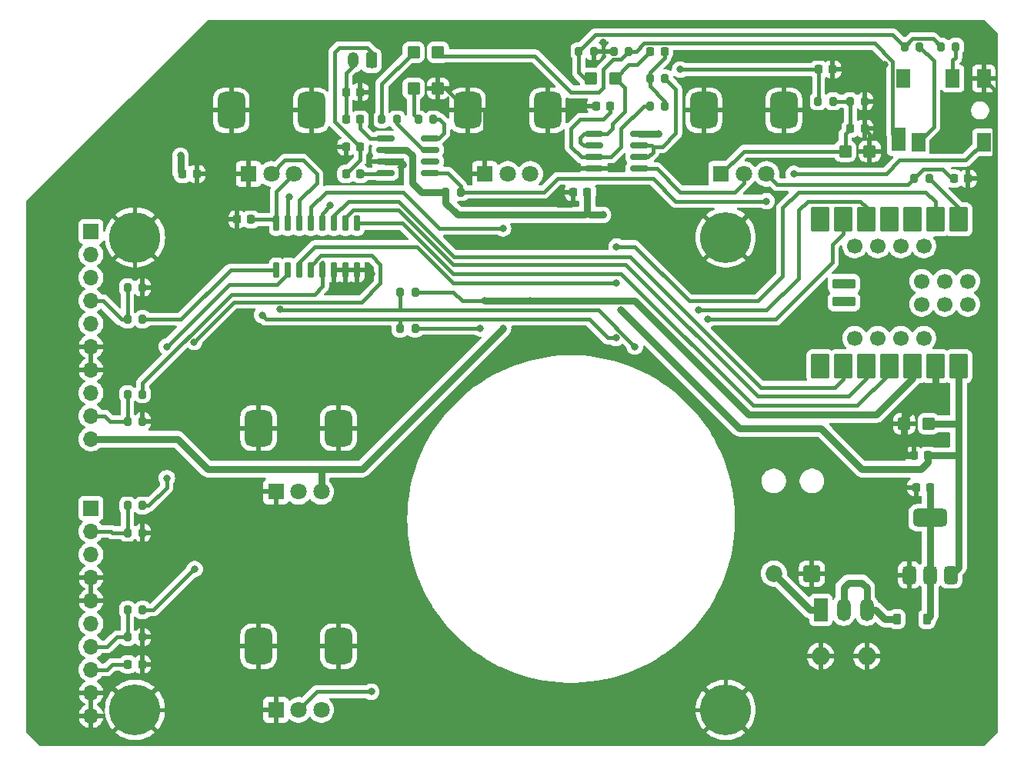
<source format=gtl>
G04 #@! TF.GenerationSoftware,KiCad,Pcbnew,8.0.6*
G04 #@! TF.CreationDate,2025-05-06T17:06:54+09:00*
G04 #@! TF.ProjectId,PCB,5043422e-6b69-4636-9164-5f7063625858,rev?*
G04 #@! TF.SameCoordinates,Original*
G04 #@! TF.FileFunction,Copper,L1,Top*
G04 #@! TF.FilePolarity,Positive*
%FSLAX46Y46*%
G04 Gerber Fmt 4.6, Leading zero omitted, Abs format (unit mm)*
G04 Created by KiCad (PCBNEW 8.0.6) date 2025-05-06 17:06:54*
%MOMM*%
%LPD*%
G01*
G04 APERTURE LIST*
G04 Aperture macros list*
%AMRoundRect*
0 Rectangle with rounded corners*
0 $1 Rounding radius*
0 $2 $3 $4 $5 $6 $7 $8 $9 X,Y pos of 4 corners*
0 Add a 4 corners polygon primitive as box body*
4,1,4,$2,$3,$4,$5,$6,$7,$8,$9,$2,$3,0*
0 Add four circle primitives for the rounded corners*
1,1,$1+$1,$2,$3*
1,1,$1+$1,$4,$5*
1,1,$1+$1,$6,$7*
1,1,$1+$1,$8,$9*
0 Add four rect primitives between the rounded corners*
20,1,$1+$1,$2,$3,$4,$5,0*
20,1,$1+$1,$4,$5,$6,$7,0*
20,1,$1+$1,$6,$7,$8,$9,0*
20,1,$1+$1,$8,$9,$2,$3,0*%
G04 Aperture macros list end*
G04 #@! TA.AperFunction,SMDPad,CuDef*
%ADD10RoundRect,0.225000X0.225000X0.375000X-0.225000X0.375000X-0.225000X-0.375000X0.225000X-0.375000X0*%
G04 #@! TD*
G04 #@! TA.AperFunction,ComponentPad*
%ADD11RoundRect,0.250000X0.350000X0.625000X-0.350000X0.625000X-0.350000X-0.625000X0.350000X-0.625000X0*%
G04 #@! TD*
G04 #@! TA.AperFunction,ComponentPad*
%ADD12O,1.200000X1.750000*%
G04 #@! TD*
G04 #@! TA.AperFunction,SMDPad,CuDef*
%ADD13RoundRect,0.225000X0.225000X0.250000X-0.225000X0.250000X-0.225000X-0.250000X0.225000X-0.250000X0*%
G04 #@! TD*
G04 #@! TA.AperFunction,SMDPad,CuDef*
%ADD14RoundRect,0.200000X0.200000X0.275000X-0.200000X0.275000X-0.200000X-0.275000X0.200000X-0.275000X0*%
G04 #@! TD*
G04 #@! TA.AperFunction,ComponentPad*
%ADD15C,5.600000*%
G04 #@! TD*
G04 #@! TA.AperFunction,SMDPad,CuDef*
%ADD16RoundRect,0.200000X-0.200000X-0.275000X0.200000X-0.275000X0.200000X0.275000X-0.200000X0.275000X0*%
G04 #@! TD*
G04 #@! TA.AperFunction,SMDPad,CuDef*
%ADD17RoundRect,0.218750X0.218750X0.256250X-0.218750X0.256250X-0.218750X-0.256250X0.218750X-0.256250X0*%
G04 #@! TD*
G04 #@! TA.AperFunction,ComponentPad*
%ADD18R,1.800000X1.800000*%
G04 #@! TD*
G04 #@! TA.AperFunction,ComponentPad*
%ADD19C,1.800000*%
G04 #@! TD*
G04 #@! TA.AperFunction,ComponentPad*
%ADD20RoundRect,0.750000X0.750000X-1.250000X0.750000X1.250000X-0.750000X1.250000X-0.750000X-1.250000X0*%
G04 #@! TD*
G04 #@! TA.AperFunction,SMDPad,CuDef*
%ADD21RoundRect,0.225000X-0.225000X-0.250000X0.225000X-0.250000X0.225000X0.250000X-0.225000X0.250000X0*%
G04 #@! TD*
G04 #@! TA.AperFunction,ComponentPad*
%ADD22O,1.700000X1.700000*%
G04 #@! TD*
G04 #@! TA.AperFunction,ComponentPad*
%ADD23R,1.700000X1.700000*%
G04 #@! TD*
G04 #@! TA.AperFunction,SMDPad,CuDef*
%ADD24RoundRect,0.150000X0.825000X0.150000X-0.825000X0.150000X-0.825000X-0.150000X0.825000X-0.150000X0*%
G04 #@! TD*
G04 #@! TA.AperFunction,ComponentPad*
%ADD25RoundRect,0.250000X0.675000X0.675000X-0.675000X0.675000X-0.675000X-0.675000X0.675000X-0.675000X0*%
G04 #@! TD*
G04 #@! TA.AperFunction,ComponentPad*
%ADD26C,1.850000*%
G04 #@! TD*
G04 #@! TA.AperFunction,ComponentPad*
%ADD27R,1.500000X2.500000*%
G04 #@! TD*
G04 #@! TA.AperFunction,ComponentPad*
%ADD28O,1.500000X2.500000*%
G04 #@! TD*
G04 #@! TA.AperFunction,ComponentPad*
%ADD29O,2.000000X2.000000*%
G04 #@! TD*
G04 #@! TA.AperFunction,SMDPad,CuDef*
%ADD30RoundRect,0.250000X-0.450000X-0.425000X0.450000X-0.425000X0.450000X0.425000X-0.450000X0.425000X0*%
G04 #@! TD*
G04 #@! TA.AperFunction,SMDPad,CuDef*
%ADD31RoundRect,0.250000X0.450000X0.425000X-0.450000X0.425000X-0.450000X-0.425000X0.450000X-0.425000X0*%
G04 #@! TD*
G04 #@! TA.AperFunction,SMDPad,CuDef*
%ADD32RoundRect,0.200000X0.800000X-1.175000X0.800000X1.175000X-0.800000X1.175000X-0.800000X-1.175000X0*%
G04 #@! TD*
G04 #@! TA.AperFunction,SMDPad,CuDef*
%ADD33RoundRect,0.200000X-0.800000X1.175000X-0.800000X-1.175000X0.800000X-1.175000X0.800000X1.175000X0*%
G04 #@! TD*
G04 #@! TA.AperFunction,SMDPad,CuDef*
%ADD34C,1.700000*%
G04 #@! TD*
G04 #@! TA.AperFunction,SMDPad,CuDef*
%ADD35RoundRect,0.110000X1.140000X0.440000X-1.140000X0.440000X-1.140000X-0.440000X1.140000X-0.440000X0*%
G04 #@! TD*
G04 #@! TA.AperFunction,SMDPad,CuDef*
%ADD36RoundRect,0.150000X0.150000X-0.725000X0.150000X0.725000X-0.150000X0.725000X-0.150000X-0.725000X0*%
G04 #@! TD*
G04 #@! TA.AperFunction,SMDPad,CuDef*
%ADD37R,1.500000X2.000000*%
G04 #@! TD*
G04 #@! TA.AperFunction,SMDPad,CuDef*
%ADD38R,1.500000X2.600000*%
G04 #@! TD*
G04 #@! TA.AperFunction,SMDPad,CuDef*
%ADD39RoundRect,0.150000X-0.825000X-0.150000X0.825000X-0.150000X0.825000X0.150000X-0.825000X0.150000X0*%
G04 #@! TD*
G04 #@! TA.AperFunction,SMDPad,CuDef*
%ADD40RoundRect,0.375000X0.375000X-0.625000X0.375000X0.625000X-0.375000X0.625000X-0.375000X-0.625000X0*%
G04 #@! TD*
G04 #@! TA.AperFunction,SMDPad,CuDef*
%ADD41RoundRect,0.500000X1.400000X-0.500000X1.400000X0.500000X-1.400000X0.500000X-1.400000X-0.500000X0*%
G04 #@! TD*
G04 #@! TA.AperFunction,ViaPad*
%ADD42C,0.800000*%
G04 #@! TD*
G04 #@! TA.AperFunction,Conductor*
%ADD43C,0.800000*%
G04 #@! TD*
G04 #@! TA.AperFunction,Conductor*
%ADD44C,0.400000*%
G04 #@! TD*
G04 APERTURE END LIST*
D10*
X241200000Y-169400000D03*
X237900000Y-169400000D03*
D11*
X180050000Y-107900000D03*
D12*
X178050000Y-107900000D03*
D13*
X203825000Y-122400000D03*
X202275000Y-122400000D03*
D14*
X153225000Y-132900000D03*
X154875000Y-132900000D03*
X153225000Y-136400000D03*
X154875000Y-136400000D03*
D15*
X154050000Y-179400000D03*
D14*
X153225000Y-147650000D03*
X154875000Y-147650000D03*
D16*
X154875000Y-159900000D03*
X153225000Y-159900000D03*
D14*
X153225000Y-171400000D03*
X154875000Y-171400000D03*
X153225000Y-144650000D03*
X154875000Y-144650000D03*
X153225000Y-156900000D03*
X154875000Y-156900000D03*
X153225000Y-168400000D03*
X154875000Y-168400000D03*
D15*
X219050000Y-179400000D03*
D13*
X241325000Y-151400000D03*
X239775000Y-151400000D03*
D15*
X154050000Y-127400000D03*
D14*
X234375000Y-112400000D03*
X232725000Y-112400000D03*
D17*
X178837500Y-120400000D03*
X177262500Y-120400000D03*
D18*
X166550000Y-120400000D03*
D19*
X169050000Y-120400000D03*
X171550000Y-120400000D03*
D20*
X164650000Y-113400000D03*
X173450000Y-113400000D03*
X225450000Y-113400000D03*
X216650000Y-113400000D03*
D19*
X223550000Y-120400000D03*
X221050000Y-120400000D03*
D18*
X218550000Y-120400000D03*
D13*
X178825000Y-117400000D03*
X177275000Y-117400000D03*
D21*
X177275000Y-111400000D03*
X178825000Y-111400000D03*
D15*
X219050000Y-127400000D03*
D22*
X149210000Y-149590000D03*
X149210000Y-147050000D03*
X149210000Y-144510000D03*
X149210000Y-141970000D03*
X149210000Y-139430000D03*
X149210000Y-136890000D03*
X149210000Y-134350000D03*
X149210000Y-131810000D03*
X149210000Y-129270000D03*
D23*
X149210000Y-126730000D03*
D24*
X186525000Y-120305000D03*
X186525000Y-119035000D03*
X186525000Y-117765000D03*
X186525000Y-116495000D03*
X181575000Y-116495000D03*
X181575000Y-117765000D03*
X181575000Y-119035000D03*
X181575000Y-120305000D03*
D14*
X230875000Y-112400000D03*
X229225000Y-112400000D03*
D25*
X228550000Y-164400000D03*
D26*
X224350000Y-164400000D03*
D13*
X212325000Y-106900000D03*
X210775000Y-106900000D03*
D16*
X210725000Y-109900000D03*
X212375000Y-109900000D03*
D22*
X149210000Y-180070000D03*
X149210000Y-177530000D03*
X149210000Y-174990000D03*
X149210000Y-172450000D03*
X149210000Y-169910000D03*
X149210000Y-167370000D03*
X149210000Y-164830000D03*
X149210000Y-162290000D03*
X149210000Y-159750000D03*
D23*
X149210000Y-157210000D03*
D27*
X229510000Y-168400000D03*
D28*
X232050000Y-168400000D03*
X234590000Y-168400000D03*
D29*
X229510000Y-173480000D03*
X234590000Y-173480000D03*
D21*
X160825000Y-120400000D03*
X159275000Y-120400000D03*
D30*
X184700000Y-110995000D03*
X187400000Y-110995000D03*
D13*
X241550000Y-154900000D03*
X240000000Y-154900000D03*
D31*
X241400000Y-147900000D03*
X238700000Y-147900000D03*
D14*
X241450000Y-120900000D03*
X239800000Y-120900000D03*
D17*
X178837500Y-114400000D03*
X177262500Y-114400000D03*
D14*
X244375000Y-106400000D03*
X242725000Y-106400000D03*
D21*
X154825000Y-174400000D03*
X153275000Y-174400000D03*
D16*
X183225000Y-133400000D03*
X184875000Y-133400000D03*
D18*
X169550000Y-179400000D03*
D19*
X172050000Y-179400000D03*
X174550000Y-179400000D03*
D20*
X167650000Y-172400000D03*
X176450000Y-172400000D03*
D21*
X232775000Y-115400000D03*
X234325000Y-115400000D03*
X229275000Y-108900000D03*
X230825000Y-108900000D03*
D16*
X210725000Y-112900000D03*
X212375000Y-112900000D03*
D32*
X244670000Y-125400000D03*
X242130000Y-125400000D03*
X239590000Y-125400000D03*
X237050000Y-125400000D03*
X234510000Y-125400000D03*
X231970000Y-125400000D03*
X229430000Y-125400000D03*
D33*
X229430000Y-141565000D03*
X231970000Y-141565000D03*
X234510000Y-141565000D03*
X237050000Y-141565000D03*
X239590000Y-141565000D03*
X242130000Y-141565000D03*
X244670000Y-141565000D03*
D34*
X240860000Y-138483494D03*
X238320000Y-138483494D03*
X235780000Y-138483494D03*
X233240000Y-138483494D03*
X233240000Y-128323494D03*
X235780000Y-128323494D03*
X238320000Y-128323494D03*
X240860000Y-128323494D03*
X245700000Y-132212500D03*
X243160000Y-132212500D03*
X240620000Y-132212500D03*
X240620000Y-134752500D03*
X243160000Y-134752500D03*
X245700000Y-134752500D03*
D35*
X232075189Y-132482500D03*
X232075189Y-134482500D03*
D36*
X169605000Y-130975000D03*
X170875000Y-130975000D03*
X172145000Y-130975000D03*
X173415000Y-130975000D03*
X174685000Y-130975000D03*
X175955000Y-130975000D03*
X177225000Y-130975000D03*
X178495000Y-130975000D03*
X178495000Y-125825000D03*
X177225000Y-125825000D03*
X175955000Y-125825000D03*
X174685000Y-125825000D03*
X173415000Y-125825000D03*
X172145000Y-125825000D03*
X170875000Y-125825000D03*
X169605000Y-125825000D03*
D37*
X247450000Y-109900000D03*
X244050000Y-109900000D03*
X238550000Y-109900000D03*
X247450000Y-116900000D03*
X240250000Y-116900000D03*
D38*
X238050000Y-116600000D03*
D39*
X204575000Y-115995000D03*
X204575000Y-117265000D03*
X204575000Y-118535000D03*
X204575000Y-119805000D03*
X209525000Y-119805000D03*
X209525000Y-118535000D03*
X209525000Y-117265000D03*
X209525000Y-115995000D03*
D14*
X204550000Y-106900000D03*
X202900000Y-106900000D03*
D21*
X244175000Y-120900000D03*
X245725000Y-120900000D03*
D16*
X183225000Y-137400000D03*
X184875000Y-137400000D03*
D18*
X192550000Y-120400000D03*
D19*
X195050000Y-120400000D03*
X197550000Y-120400000D03*
D20*
X190650000Y-113400000D03*
X199450000Y-113400000D03*
D13*
X166825000Y-125400000D03*
X165275000Y-125400000D03*
D30*
X232200000Y-117900000D03*
X234900000Y-117900000D03*
D31*
X206900000Y-109900000D03*
X204200000Y-109900000D03*
D14*
X240375000Y-106400000D03*
X238725000Y-106400000D03*
D16*
X206725000Y-106900000D03*
X208375000Y-106900000D03*
D14*
X186875000Y-114400000D03*
X185225000Y-114400000D03*
D16*
X188225000Y-122400000D03*
X189875000Y-122400000D03*
D21*
X204775000Y-112900000D03*
X206325000Y-112900000D03*
D30*
X184700000Y-106995000D03*
X187400000Y-106995000D03*
D14*
X182875000Y-114400000D03*
X181225000Y-114400000D03*
D18*
X169550000Y-155400000D03*
D19*
X172050000Y-155400000D03*
X174550000Y-155400000D03*
D20*
X167650000Y-148400000D03*
X176450000Y-148400000D03*
D40*
X239250000Y-164550000D03*
X241550000Y-164550000D03*
D41*
X241550000Y-158250000D03*
D40*
X243850000Y-164550000D03*
D42*
X216050000Y-135400000D03*
X217050000Y-136400000D03*
X200550000Y-122900000D03*
X166050000Y-123400000D03*
X170050000Y-135300000D03*
X159050000Y-118400000D03*
X223550000Y-123400000D03*
X226550000Y-120400000D03*
X183550000Y-119400000D03*
X214050000Y-108900000D03*
X194550000Y-137400000D03*
X194550000Y-126400000D03*
X205550000Y-124900000D03*
X205550000Y-105900000D03*
X197550000Y-134400000D03*
X211645000Y-115995000D03*
X157550000Y-139400000D03*
X157550000Y-153900000D03*
X160610000Y-163900000D03*
X180050000Y-177400000D03*
X180050000Y-131400000D03*
X247450000Y-107900000D03*
X242050000Y-143900000D03*
X236550000Y-108400000D03*
X237550000Y-151400000D03*
X234375000Y-113900000D03*
X246950000Y-120900000D03*
X160550000Y-138900000D03*
X171050000Y-122900000D03*
X175550000Y-123900000D03*
X207050000Y-128400000D03*
X207050000Y-132400000D03*
X207550000Y-135400000D03*
X192050000Y-137400000D03*
X192550000Y-134400000D03*
X209050000Y-139400000D03*
X206984314Y-138465686D03*
X168050000Y-135950000D03*
D43*
X236550000Y-169400000D02*
X237900000Y-169400000D01*
X235550000Y-168400000D02*
X236550000Y-169400000D01*
X234590000Y-168400000D02*
X235550000Y-168400000D01*
X241550000Y-169050000D02*
X241550000Y-164550000D01*
X241200000Y-169400000D02*
X241550000Y-169050000D01*
D44*
X229510000Y-173480000D02*
X222050000Y-173480000D01*
X229510000Y-173480000D02*
X234590000Y-173480000D01*
X150500000Y-134350000D02*
X152550000Y-136400000D01*
X149210000Y-134350000D02*
X150500000Y-134350000D01*
X152550000Y-136400000D02*
X153225000Y-136400000D01*
X159125000Y-136400000D02*
X164550000Y-130975000D01*
X154875000Y-136400000D02*
X159125000Y-136400000D01*
X164550000Y-130975000D02*
X169605000Y-130975000D01*
X154050000Y-130900000D02*
X154050000Y-127400000D01*
X154875000Y-131725000D02*
X154050000Y-130900000D01*
X154875000Y-132900000D02*
X154875000Y-131725000D01*
X153225000Y-132900000D02*
X153225000Y-136400000D01*
X157550000Y-154900000D02*
X157550000Y-153900000D01*
X155550000Y-156900000D02*
X157550000Y-154900000D01*
X154875000Y-156900000D02*
X155550000Y-156900000D01*
X153225000Y-159900000D02*
X153225000Y-156900000D01*
X164648528Y-133650000D02*
X173800000Y-133650000D01*
X154875000Y-143423528D02*
X164648528Y-133650000D01*
X173800000Y-133650000D02*
X174685000Y-132765000D01*
X157550000Y-139400000D02*
X164406513Y-132543487D01*
X164406513Y-132543487D02*
X169693487Y-132543487D01*
X169693487Y-132543487D02*
X170875000Y-131361974D01*
X213550000Y-123400000D02*
X223550000Y-123400000D01*
X211050000Y-120900000D02*
X213550000Y-123400000D01*
X200550000Y-120900000D02*
X211050000Y-120900000D01*
X189875000Y-122400000D02*
X199050000Y-122400000D01*
X199050000Y-122400000D02*
X200550000Y-120900000D01*
X231970000Y-126980000D02*
X231970000Y-125400000D01*
X230800000Y-128150000D02*
X231970000Y-126980000D01*
X224550000Y-136400000D02*
X230800000Y-130150000D01*
X230800000Y-130150000D02*
X230800000Y-128150000D01*
X217050000Y-136400000D02*
X224550000Y-136400000D01*
X227050000Y-124400000D02*
X228050000Y-123400000D01*
X233885000Y-123400000D02*
X234510000Y-124025000D01*
X227050000Y-131900000D02*
X227050000Y-124400000D01*
X228050000Y-123400000D02*
X233885000Y-123400000D01*
X223550000Y-135400000D02*
X227050000Y-131900000D01*
X234510000Y-124025000D02*
X234510000Y-125400000D01*
X216050000Y-135400000D02*
X223550000Y-135400000D01*
X242130000Y-123480000D02*
X242130000Y-125400000D01*
X227050000Y-122400000D02*
X241050000Y-122400000D01*
X241050000Y-122400000D02*
X242130000Y-123480000D01*
X225300000Y-124150000D02*
X227050000Y-122400000D01*
X225300000Y-131650000D02*
X225300000Y-124150000D01*
X222550000Y-134400000D02*
X225300000Y-131650000D01*
X215050000Y-134400000D02*
X222550000Y-134400000D01*
X209050000Y-128400000D02*
X215050000Y-134400000D01*
X207050000Y-128400000D02*
X209050000Y-128400000D01*
X179932500Y-116495000D02*
X178837500Y-115400000D01*
X181575000Y-116495000D02*
X179932500Y-116495000D01*
X178837500Y-114400000D02*
X178837500Y-115400000D01*
X178825000Y-118837500D02*
X177262500Y-120400000D01*
X178825000Y-117400000D02*
X178825000Y-118837500D01*
X181480000Y-120400000D02*
X181575000Y-120305000D01*
X178837500Y-120400000D02*
X181480000Y-120400000D01*
X173450000Y-117300000D02*
X173450000Y-113400000D01*
X173550000Y-117400000D02*
X173450000Y-117300000D01*
X177275000Y-117400000D02*
X173550000Y-117400000D01*
X179550000Y-106495000D02*
X180050000Y-106995000D01*
X176550000Y-106495000D02*
X179550000Y-106495000D01*
X176050000Y-114625000D02*
X176050000Y-106995000D01*
X176050000Y-106995000D02*
X176550000Y-106495000D01*
X180050000Y-106995000D02*
X180050000Y-108495000D01*
X178825000Y-117400000D02*
X176050000Y-114625000D01*
X179145000Y-120305000D02*
X179050000Y-120400000D01*
X200550000Y-123900000D02*
X200550000Y-122900000D01*
X202050000Y-123900000D02*
X200550000Y-123900000D01*
X202275000Y-123675000D02*
X202050000Y-123900000D01*
X202275000Y-122400000D02*
X202275000Y-123675000D01*
X170550000Y-118900000D02*
X172550000Y-118900000D01*
X172550000Y-118900000D02*
X174050000Y-120400000D01*
X169050000Y-120400000D02*
X170550000Y-118900000D01*
X174050000Y-121400000D02*
X172145000Y-123305000D01*
X174050000Y-120400000D02*
X174050000Y-121400000D01*
X172145000Y-123305000D02*
X172145000Y-125825000D01*
X165275000Y-124175000D02*
X166050000Y-123400000D01*
X165275000Y-125400000D02*
X165275000Y-124175000D01*
X170150000Y-135400000D02*
X170050000Y-135300000D01*
X183050000Y-135400000D02*
X170150000Y-135400000D01*
X163050000Y-122400000D02*
X163050000Y-120400000D01*
X163050000Y-120400000D02*
X164550000Y-120400000D01*
X160825000Y-120400000D02*
X163050000Y-120400000D01*
X154050000Y-122400000D02*
X163050000Y-122400000D01*
X154050000Y-127400000D02*
X154050000Y-122400000D01*
D43*
X159050000Y-120175000D02*
X159275000Y-120400000D01*
X159050000Y-118400000D02*
X159050000Y-120175000D01*
D44*
X164550000Y-120400000D02*
X164650000Y-120300000D01*
X237425000Y-105100000D02*
X238725000Y-106400000D01*
X204700000Y-105100000D02*
X237425000Y-105100000D01*
X202900000Y-106900000D02*
X204700000Y-105100000D01*
X245450000Y-118900000D02*
X247450000Y-116900000D01*
X238201166Y-118900000D02*
X245450000Y-118900000D01*
X236701166Y-120400000D02*
X238201166Y-118900000D01*
X226550000Y-120400000D02*
X236701166Y-120400000D01*
D43*
X184550000Y-118400000D02*
X183915000Y-117765000D01*
X184550000Y-121400000D02*
X184550000Y-118400000D01*
X185550000Y-122400000D02*
X184550000Y-121400000D01*
X183915000Y-117765000D02*
X181575000Y-117765000D01*
X188225000Y-122400000D02*
X185550000Y-122400000D01*
X183550000Y-119400000D02*
X183185000Y-119035000D01*
X183185000Y-119035000D02*
X181575000Y-119035000D01*
D44*
X229275000Y-108900000D02*
X214050000Y-108900000D01*
X216650000Y-113400000D02*
X225450000Y-113400000D01*
X164650000Y-113400000D02*
X164650000Y-120300000D01*
X164550000Y-120400000D02*
X166550000Y-120400000D01*
X164650000Y-113400000D02*
X173450000Y-113400000D01*
D43*
X174550000Y-152900000D02*
X179050000Y-152900000D01*
X179050000Y-152900000D02*
X194550000Y-137400000D01*
X174550000Y-152900000D02*
X174550000Y-155400000D01*
X162050000Y-152900000D02*
X174550000Y-152900000D01*
X158740000Y-149590000D02*
X162050000Y-152900000D01*
X149210000Y-149590000D02*
X158740000Y-149590000D01*
D44*
X183550000Y-122400000D02*
X187550000Y-126400000D01*
X194550000Y-126400000D02*
X187550000Y-126400000D01*
D43*
X204100000Y-124900000D02*
X205550000Y-124900000D01*
X203825000Y-124625000D02*
X204100000Y-124900000D01*
X203825000Y-124625000D02*
X203825000Y-122400000D01*
X203550000Y-124900000D02*
X203825000Y-124625000D01*
X189550000Y-124900000D02*
X203550000Y-124900000D01*
X188225000Y-123575000D02*
X189550000Y-124900000D01*
X188225000Y-122400000D02*
X188225000Y-123575000D01*
D44*
X189875000Y-121725000D02*
X188455000Y-120305000D01*
X189875000Y-122400000D02*
X189875000Y-121725000D01*
X188455000Y-120305000D02*
X186525000Y-120305000D01*
X187400000Y-110995000D02*
X188245000Y-110995000D01*
X188245000Y-110995000D02*
X190650000Y-113400000D01*
X184700000Y-113875000D02*
X185225000Y-114400000D01*
X184700000Y-110995000D02*
X184700000Y-113875000D01*
X187455000Y-116495000D02*
X188050000Y-115900000D01*
X186525000Y-116495000D02*
X187455000Y-116495000D01*
X188050000Y-115900000D02*
X188050000Y-114900000D01*
X187550000Y-114400000D02*
X188050000Y-114900000D01*
X186875000Y-114400000D02*
X187550000Y-114400000D01*
X185765000Y-117765000D02*
X186525000Y-117765000D01*
X182875000Y-114875000D02*
X185765000Y-117765000D01*
X182875000Y-114400000D02*
X182875000Y-114875000D01*
X181225000Y-110470000D02*
X184700000Y-106995000D01*
X181225000Y-114400000D02*
X181225000Y-110470000D01*
X177275000Y-117412500D02*
X177262500Y-117400000D01*
X207500000Y-107775000D02*
X208375000Y-106900000D01*
X206675000Y-107775000D02*
X207500000Y-107775000D01*
X205550000Y-108900000D02*
X206675000Y-107775000D01*
X202050000Y-111400000D02*
X205050000Y-111400000D01*
X205550000Y-110900000D02*
X205550000Y-108900000D01*
X198050000Y-107400000D02*
X202050000Y-111400000D01*
X187400000Y-107400000D02*
X198050000Y-107400000D01*
X205050000Y-111400000D02*
X205550000Y-110900000D01*
X199955000Y-119805000D02*
X201050000Y-119805000D01*
X199450000Y-113400000D02*
X199450000Y-119300000D01*
X199450000Y-119300000D02*
X199955000Y-119805000D01*
X201050000Y-119805000D02*
X204575000Y-119805000D01*
X192550000Y-120400000D02*
X192550000Y-113400000D01*
X192550000Y-113400000D02*
X190650000Y-113400000D01*
X199450000Y-113400000D02*
X192550000Y-113400000D01*
X202550000Y-113400000D02*
X199450000Y-113400000D01*
X203050000Y-112900000D02*
X202550000Y-113400000D01*
X204775000Y-112900000D02*
X203050000Y-112900000D01*
X203050000Y-114400000D02*
X202050000Y-115400000D01*
X205550000Y-114400000D02*
X203050000Y-114400000D01*
X202050000Y-117400000D02*
X202050000Y-115400000D01*
X206325000Y-113625000D02*
X205550000Y-114400000D01*
X206325000Y-112900000D02*
X206325000Y-113625000D01*
X205550000Y-106900000D02*
X205550000Y-105900000D01*
X205550000Y-106900000D02*
X206725000Y-106900000D01*
X204550000Y-106900000D02*
X205550000Y-106900000D01*
X212375000Y-112400000D02*
X212375000Y-112900000D01*
X210725000Y-109900000D02*
X210725000Y-110750000D01*
X210725000Y-110750000D02*
X212375000Y-112400000D01*
X203550000Y-109900000D02*
X204200000Y-109900000D01*
X202900000Y-109250000D02*
X203550000Y-109900000D01*
X202900000Y-106900000D02*
X202900000Y-109250000D01*
X209175000Y-106900000D02*
X210050000Y-106025000D01*
X208375000Y-106900000D02*
X209175000Y-106900000D01*
X224675000Y-106025000D02*
X210050000Y-106025000D01*
X208400000Y-108400000D02*
X206900000Y-109900000D01*
X210775000Y-106900000D02*
X209275000Y-108400000D01*
X209275000Y-108400000D02*
X208400000Y-108400000D01*
X207900000Y-113550000D02*
X207900000Y-110900000D01*
X207900000Y-110900000D02*
X206900000Y-109900000D01*
X205955000Y-115995000D02*
X204575000Y-115995000D01*
X206550000Y-115400000D02*
X205955000Y-115995000D01*
X206550000Y-114900000D02*
X206550000Y-115400000D01*
X177275000Y-109270000D02*
X178050000Y-108495000D01*
X177275000Y-111400000D02*
X177275000Y-109270000D01*
X177262500Y-111412500D02*
X177275000Y-111400000D01*
X177262500Y-114400000D02*
X177262500Y-111412500D01*
X206415000Y-118535000D02*
X204575000Y-118535000D01*
X207550000Y-115400000D02*
X207550000Y-117400000D01*
X207550000Y-117400000D02*
X206415000Y-118535000D01*
X210050000Y-112900000D02*
X207550000Y-115400000D01*
X210725000Y-112900000D02*
X210050000Y-112900000D01*
X204575000Y-118535000D02*
X203185000Y-118535000D01*
X203185000Y-118535000D02*
X202050000Y-117400000D01*
X213550000Y-111075000D02*
X212375000Y-109900000D01*
X213550000Y-115900000D02*
X213550000Y-111075000D01*
X212050000Y-117400000D02*
X213550000Y-115900000D01*
X211050000Y-117400000D02*
X212050000Y-117400000D01*
X214050000Y-122400000D02*
X211455000Y-119805000D01*
X220050000Y-122400000D02*
X214050000Y-122400000D01*
X211455000Y-119805000D02*
X209525000Y-119805000D01*
X221050000Y-121400000D02*
X220050000Y-122400000D01*
X221050000Y-120400000D02*
X221050000Y-121400000D01*
X224677035Y-106027035D02*
X224675000Y-106025000D01*
D43*
X197550000Y-134400000D02*
X192550000Y-134400000D01*
X209050000Y-134400000D02*
X197550000Y-134400000D01*
D44*
X170875000Y-123075000D02*
X171050000Y-122900000D01*
X170875000Y-125825000D02*
X170875000Y-123075000D01*
X169605000Y-122345000D02*
X169605000Y-125825000D01*
X171550000Y-120400000D02*
X169605000Y-122345000D01*
X236050000Y-108900000D02*
X236550000Y-108400000D01*
X234550000Y-108900000D02*
X236050000Y-108900000D01*
X234375000Y-109075000D02*
X234550000Y-108900000D01*
X234550000Y-108900000D02*
X230825000Y-108900000D01*
X234375000Y-112400000D02*
X234375000Y-109075000D01*
X229275000Y-112350000D02*
X229225000Y-112400000D01*
X229275000Y-108900000D02*
X229275000Y-112350000D01*
X230875000Y-112400000D02*
X232725000Y-112400000D01*
X221050000Y-117900000D02*
X232200000Y-117900000D01*
X218550000Y-120400000D02*
X221050000Y-117900000D01*
X212325000Y-107625000D02*
X212325000Y-106900000D01*
X210725000Y-109900000D02*
X210725000Y-109225000D01*
X210725000Y-109225000D02*
X212325000Y-107625000D01*
X224725000Y-121575000D02*
X239125000Y-121575000D01*
X223550000Y-120400000D02*
X224725000Y-121575000D01*
X239125000Y-121575000D02*
X239800000Y-120900000D01*
X241950000Y-115200000D02*
X241950000Y-107975000D01*
X241950000Y-107975000D02*
X240375000Y-106400000D01*
X244050000Y-107900000D02*
X244050000Y-109900000D01*
X244375000Y-107575000D02*
X244050000Y-107900000D01*
X244375000Y-106400000D02*
X244375000Y-107575000D01*
X222050000Y-162400000D02*
X222050000Y-173480000D01*
X222050000Y-173480000D02*
X219470000Y-173480000D01*
X228550000Y-162400000D02*
X222050000Y-162400000D01*
X239050000Y-162400000D02*
X239250000Y-162600000D01*
X228550000Y-162400000D02*
X239050000Y-162400000D01*
X228550000Y-164400000D02*
X228550000Y-162400000D01*
X239250000Y-162600000D02*
X239250000Y-164550000D01*
D43*
X240550000Y-152900000D02*
X234050000Y-152900000D01*
X234050000Y-152900000D02*
X229550000Y-148400000D01*
X241325000Y-152125000D02*
X240550000Y-152900000D01*
X220550000Y-148400000D02*
X207550000Y-135400000D01*
X241325000Y-151400000D02*
X241325000Y-152125000D01*
X229550000Y-148400000D02*
X220550000Y-148400000D01*
X241550000Y-158250000D02*
X241550000Y-154900000D01*
X241550000Y-164550000D02*
X241550000Y-158250000D01*
X244670000Y-163730000D02*
X243850000Y-164550000D01*
X244670000Y-151400000D02*
X244670000Y-163730000D01*
X234590000Y-165940000D02*
X234590000Y-168400000D01*
X234050000Y-165400000D02*
X234590000Y-165940000D01*
X232050000Y-168400000D02*
X232050000Y-165900000D01*
X232050000Y-165900000D02*
X232550000Y-165400000D01*
X232550000Y-165400000D02*
X234050000Y-165400000D01*
X228350000Y-168400000D02*
X229510000Y-168400000D01*
D44*
X170875000Y-131361974D02*
X170875000Y-130975000D01*
X160550000Y-163900000D02*
X160610000Y-163900000D01*
X156050000Y-168400000D02*
X160550000Y-163900000D01*
X154875000Y-159900000D02*
X154875000Y-164005000D01*
X154875000Y-164005000D02*
X154050000Y-164830000D01*
X149210000Y-164830000D02*
X154050000Y-164830000D01*
X167650000Y-148400000D02*
X176450000Y-148400000D01*
X156550000Y-148400000D02*
X167650000Y-148400000D01*
X174050000Y-177400000D02*
X180050000Y-177400000D01*
X172050000Y-179400000D02*
X174050000Y-177400000D01*
X182050000Y-179400000D02*
X182050000Y-172400000D01*
X219050000Y-179400000D02*
X182050000Y-179400000D01*
X182050000Y-172400000D02*
X176450000Y-172400000D01*
X167650000Y-172400000D02*
X176450000Y-172400000D01*
X167650000Y-179300000D02*
X167550000Y-179400000D01*
X167650000Y-172400000D02*
X167650000Y-179300000D01*
X167550000Y-179400000D02*
X169550000Y-179400000D01*
X154050000Y-179400000D02*
X167550000Y-179400000D01*
D43*
X228350000Y-168400000D02*
X224350000Y-164400000D01*
D44*
X219470000Y-173480000D02*
X219050000Y-173900000D01*
X219050000Y-173900000D02*
X219050000Y-179400000D01*
X177050000Y-133400000D02*
X176050000Y-133400000D01*
X247450000Y-109900000D02*
X247450000Y-107900000D01*
D43*
X238700000Y-147900000D02*
X238700000Y-151050000D01*
D44*
X177225000Y-130975000D02*
X177225000Y-133225000D01*
X177400000Y-133400000D02*
X177225000Y-133225000D01*
X234900000Y-115975000D02*
X234325000Y-115400000D01*
X154875000Y-147650000D02*
X155800000Y-147650000D01*
X234325000Y-115400000D02*
X234325000Y-115625000D01*
D43*
X239050000Y-151400000D02*
X237550000Y-151400000D01*
X242130000Y-143820000D02*
X242130000Y-141565000D01*
D44*
X175955000Y-130975000D02*
X175955000Y-133305000D01*
D43*
X238700000Y-147900000D02*
X238700000Y-147250000D01*
D44*
X178050000Y-133400000D02*
X177400000Y-133400000D01*
X179625000Y-130975000D02*
X180050000Y-131400000D01*
X178495000Y-130975000D02*
X178495000Y-132955000D01*
D43*
X238700000Y-147250000D02*
X242050000Y-143900000D01*
D44*
X175955000Y-133305000D02*
X176050000Y-133400000D01*
X234900000Y-117900000D02*
X234900000Y-115975000D01*
X234375000Y-115350000D02*
X234325000Y-115400000D01*
D43*
X239775000Y-151400000D02*
X239050000Y-151400000D01*
D44*
X154875000Y-171400000D02*
X154875000Y-172400000D01*
D43*
X238700000Y-151050000D02*
X239050000Y-151400000D01*
D44*
X248600000Y-111050000D02*
X248600000Y-119250000D01*
X155800000Y-147650000D02*
X156550000Y-148400000D01*
X154875000Y-174350000D02*
X154825000Y-174400000D01*
D43*
X242050000Y-143900000D02*
X242130000Y-143820000D01*
D44*
X177225000Y-133225000D02*
X177050000Y-133400000D01*
X246950000Y-120900000D02*
X245725000Y-120900000D01*
X178495000Y-132955000D02*
X178050000Y-133400000D01*
X154875000Y-172400000D02*
X154875000Y-174350000D01*
X248600000Y-119250000D02*
X246950000Y-120900000D01*
X178495000Y-130975000D02*
X179625000Y-130975000D01*
X234375000Y-113900000D02*
X234375000Y-115350000D01*
X234375000Y-112400000D02*
X234375000Y-113900000D01*
X247450000Y-109900000D02*
X248600000Y-111050000D01*
X154825000Y-171450000D02*
X154875000Y-171400000D01*
X203050000Y-116900000D02*
X203050000Y-116400000D01*
X204575000Y-117265000D02*
X203415000Y-117265000D01*
X203415000Y-117265000D02*
X203050000Y-116900000D01*
X204575000Y-115995000D02*
X203455000Y-115995000D01*
X203455000Y-115995000D02*
X203050000Y-116400000D01*
X174685000Y-132765000D02*
X174685000Y-130975000D01*
X154875000Y-144650000D02*
X154875000Y-143423528D01*
X174685000Y-130975000D02*
X174685000Y-130100001D01*
X180050000Y-129400000D02*
X174536473Y-129400000D01*
X181050000Y-130400000D02*
X180050000Y-129400000D01*
X178950000Y-134500000D02*
X181050000Y-132400000D01*
X173415000Y-130521473D02*
X173415000Y-130975000D01*
X160550000Y-138900000D02*
X164950000Y-134500000D01*
X181050000Y-132400000D02*
X181050000Y-130400000D01*
X154875000Y-168400000D02*
X156050000Y-168400000D01*
X174536473Y-129400000D02*
X173415000Y-130521473D01*
X164950000Y-134500000D02*
X178950000Y-134500000D01*
X244670000Y-124120000D02*
X241450000Y-120900000D01*
X244670000Y-125400000D02*
X244670000Y-124120000D01*
X183550000Y-122400000D02*
X175050000Y-122400000D01*
X173415000Y-124035000D02*
X173415000Y-125825000D01*
X175050000Y-122400000D02*
X173415000Y-124035000D01*
X174685000Y-124765000D02*
X175550000Y-123900000D01*
X174685000Y-125825000D02*
X174685000Y-124765000D01*
X185050000Y-128400000D02*
X173845001Y-128400000D01*
X189050000Y-132400000D02*
X185050000Y-128400000D01*
X173845001Y-128400000D02*
X172145000Y-130100001D01*
X207050000Y-132400000D02*
X189050000Y-132400000D01*
X172145000Y-130100001D02*
X172145000Y-130975000D01*
X189150000Y-129500000D02*
X183050000Y-123400000D01*
X231970000Y-142980000D02*
X231050000Y-143900000D01*
X222950000Y-143900000D02*
X208550000Y-129500000D01*
X231050000Y-143900000D02*
X222950000Y-143900000D01*
X208550000Y-129500000D02*
X189150000Y-129500000D01*
X231970000Y-141565000D02*
X231970000Y-142980000D01*
X232050000Y-141645000D02*
X232130000Y-141565000D01*
X183050000Y-123400000D02*
X177505001Y-123400000D01*
X177505001Y-123400000D02*
X175955000Y-124950001D01*
X175955000Y-124950001D02*
X175955000Y-125825000D01*
X237050000Y-142400000D02*
X233550000Y-145900000D01*
X222050000Y-145900000D02*
X207550000Y-131400000D01*
X189050000Y-131400000D02*
X183475000Y-125825000D01*
X237050000Y-141565000D02*
X237050000Y-142400000D01*
X207550000Y-131400000D02*
X189050000Y-131400000D01*
X183475000Y-125825000D02*
X178495000Y-125825000D01*
X233550000Y-145900000D02*
X222050000Y-145900000D01*
X189050000Y-130400000D02*
X183050000Y-124400000D01*
X177225000Y-125225000D02*
X177225000Y-125825000D01*
X183050000Y-124400000D02*
X178050000Y-124400000D01*
X234510000Y-141565000D02*
X234510000Y-142940000D01*
X178050000Y-124400000D02*
X177225000Y-125225000D01*
X232550000Y-144900000D02*
X222550000Y-144900000D01*
X234510000Y-142940000D02*
X232550000Y-144900000D01*
X222550000Y-144900000D02*
X208050000Y-130400000D01*
X208050000Y-130400000D02*
X189050000Y-130400000D01*
X240800000Y-119900000D02*
X239800000Y-120900000D01*
X242950000Y-119900000D02*
X240800000Y-119900000D01*
X243950000Y-120900000D02*
X242950000Y-119900000D01*
X244175000Y-120900000D02*
X243950000Y-120900000D01*
D43*
X241325000Y-147975000D02*
X241400000Y-147900000D01*
X209525000Y-115995000D02*
X211645000Y-115995000D01*
X241400000Y-147900000D02*
X244550000Y-147900000D01*
X244670000Y-147900000D02*
X244670000Y-151400000D01*
X241325000Y-151400000D02*
X244670000Y-151400000D01*
X244670000Y-141565000D02*
X244670000Y-147900000D01*
X244550000Y-147900000D02*
X244670000Y-147900000D01*
D44*
X209525000Y-118535000D02*
X210185000Y-118535000D01*
X209525000Y-117265000D02*
X210915000Y-117265000D01*
X211050000Y-117984999D02*
X211050000Y-117400000D01*
X210499999Y-118535000D02*
X209525000Y-118535000D01*
X210915000Y-117265000D02*
X211050000Y-117400000D01*
X210499999Y-118535000D02*
X211050000Y-117984999D01*
X232200000Y-117900000D02*
X232200000Y-115975000D01*
X232775000Y-115400000D02*
X232775000Y-112450000D01*
X232775000Y-112450000D02*
X232725000Y-112400000D01*
X232775000Y-115400000D02*
X232550000Y-115400000D01*
X232200000Y-115975000D02*
X232775000Y-115400000D01*
X238050000Y-116600000D02*
X237400000Y-115950000D01*
X237400000Y-115950000D02*
X237400000Y-108004070D01*
X237400000Y-108004070D02*
X235422965Y-106027035D01*
X235422965Y-106027035D02*
X224677035Y-106027035D01*
X166825000Y-120675000D02*
X166550000Y-120400000D01*
X169180000Y-125400000D02*
X169605000Y-125825000D01*
D43*
X221550000Y-146900000D02*
X209050000Y-134400000D01*
D44*
X149210000Y-174990000D02*
X150960000Y-174990000D01*
X184875000Y-133400000D02*
X189050000Y-133400000D01*
D43*
X239590000Y-142940000D02*
X235630000Y-146900000D01*
D44*
X166825000Y-125400000D02*
X169180000Y-125400000D01*
X151550000Y-174400000D02*
X153275000Y-174400000D01*
X192050000Y-137400000D02*
X184875000Y-137400000D01*
X189050000Y-133400000D02*
X190050000Y-134400000D01*
D43*
X235630000Y-146900000D02*
X221550000Y-146900000D01*
X239590000Y-141565000D02*
X239590000Y-142940000D01*
D44*
X150960000Y-174990000D02*
X151550000Y-174400000D01*
X190050000Y-134400000D02*
X192550000Y-134400000D01*
X239600000Y-105525000D02*
X238725000Y-106400000D01*
X242725000Y-106400000D02*
X241850000Y-105525000D01*
X241850000Y-105525000D02*
X239600000Y-105525000D01*
X240375000Y-106725000D02*
X240375000Y-106400000D01*
X240250000Y-116900000D02*
X241950000Y-115200000D01*
X183225000Y-133400000D02*
X183225000Y-135225000D01*
X205050000Y-135400000D02*
X183050000Y-135400000D01*
X183225000Y-135225000D02*
X183050000Y-135400000D01*
X209050000Y-139400000D02*
X205050000Y-135400000D01*
X183225000Y-137400000D02*
X183225000Y-136575000D01*
X206115686Y-138465686D02*
X204050000Y-136400000D01*
X183225000Y-136575000D02*
X183050000Y-136400000D01*
X183050000Y-136400000D02*
X168500000Y-136400000D01*
X168500000Y-136400000D02*
X168050000Y-135950000D01*
X206115686Y-138465686D02*
X206984314Y-138465686D01*
X204050000Y-136400000D02*
X183050000Y-136400000D01*
X153225000Y-144650000D02*
X153225000Y-147650000D01*
X150700000Y-147050000D02*
X149210000Y-147050000D01*
X151300000Y-147650000D02*
X153225000Y-147650000D01*
X151300000Y-147650000D02*
X150700000Y-147050000D01*
X149210000Y-159750000D02*
X151400000Y-159750000D01*
X151550000Y-159900000D02*
X153225000Y-159900000D01*
X151400000Y-159750000D02*
X151550000Y-159900000D01*
X152050000Y-171400000D02*
X153225000Y-171400000D01*
X153225000Y-168400000D02*
X153225000Y-171400000D01*
X151000000Y-172450000D02*
X152050000Y-171400000D01*
X149210000Y-172450000D02*
X151000000Y-172450000D01*
X207900000Y-113550000D02*
X206550000Y-114900000D01*
G04 #@! TA.AperFunction,Conductor*
G36*
X149464000Y-179639297D02*
G01*
X149402993Y-179604075D01*
X149275826Y-179570000D01*
X149144174Y-179570000D01*
X149017007Y-179604075D01*
X148956000Y-179639297D01*
X148956000Y-177960702D01*
X149017007Y-177995925D01*
X149144174Y-178030000D01*
X149275826Y-178030000D01*
X149402993Y-177995925D01*
X149464000Y-177960702D01*
X149464000Y-179639297D01*
G37*
G04 #@! TD.AperFunction*
G04 #@! TA.AperFunction,Conductor*
G36*
X149464000Y-166939297D02*
G01*
X149402993Y-166904075D01*
X149275826Y-166870000D01*
X149144174Y-166870000D01*
X149017007Y-166904075D01*
X148956000Y-166939297D01*
X148956000Y-165260702D01*
X149017007Y-165295925D01*
X149144174Y-165330000D01*
X149275826Y-165330000D01*
X149402993Y-165295925D01*
X149464000Y-165260702D01*
X149464000Y-166939297D01*
G37*
G04 #@! TD.AperFunction*
G04 #@! TA.AperFunction,Conductor*
G36*
X167280411Y-135228502D02*
G01*
X167326904Y-135282158D01*
X167337008Y-135352432D01*
X167314226Y-135408561D01*
X167310959Y-135413056D01*
X167215476Y-135578438D01*
X167215473Y-135578445D01*
X167156457Y-135760072D01*
X167136496Y-135950000D01*
X167156457Y-136139927D01*
X167186526Y-136232470D01*
X167215473Y-136321556D01*
X167215476Y-136321561D01*
X167310958Y-136486941D01*
X167310965Y-136486951D01*
X167438744Y-136628864D01*
X167438747Y-136628866D01*
X167593248Y-136741118D01*
X167767712Y-136818794D01*
X167920568Y-136851284D01*
X167983040Y-136885012D01*
X167983253Y-136885224D01*
X168048352Y-136950323D01*
X168048357Y-136950328D01*
X168164399Y-137027865D01*
X168164401Y-137027866D01*
X168252599Y-137064398D01*
X168252600Y-137064399D01*
X168269474Y-137071388D01*
X168293338Y-137081273D01*
X168361778Y-137094886D01*
X168430218Y-137108500D01*
X168430219Y-137108500D01*
X182190500Y-137108500D01*
X182258621Y-137128502D01*
X182305114Y-137182158D01*
X182316500Y-137234500D01*
X182316500Y-137732261D01*
X182322986Y-137803646D01*
X182322986Y-137803647D01*
X182374170Y-137967906D01*
X182374172Y-137967911D01*
X182374173Y-137967913D01*
X182449768Y-138092963D01*
X182463184Y-138115155D01*
X182463188Y-138115160D01*
X182584839Y-138236811D01*
X182584844Y-138236815D01*
X182584845Y-138236816D01*
X182732087Y-138325827D01*
X182896351Y-138377013D01*
X182967735Y-138383500D01*
X183482264Y-138383499D01*
X183553649Y-138377013D01*
X183717913Y-138325827D01*
X183865155Y-138236816D01*
X183910854Y-138191117D01*
X183960905Y-138141067D01*
X184023217Y-138107041D01*
X184094032Y-138112106D01*
X184139095Y-138141067D01*
X184234839Y-138236811D01*
X184234844Y-138236815D01*
X184234845Y-138236816D01*
X184382087Y-138325827D01*
X184546351Y-138377013D01*
X184617735Y-138383500D01*
X185132264Y-138383499D01*
X185203649Y-138377013D01*
X185367913Y-138325827D01*
X185515155Y-138236816D01*
X185560854Y-138191117D01*
X185606567Y-138145405D01*
X185668879Y-138111379D01*
X185695662Y-138108500D01*
X191438595Y-138108500D01*
X191506716Y-138128502D01*
X191512655Y-138132563D01*
X191593248Y-138191118D01*
X191767712Y-138268794D01*
X191954513Y-138308500D01*
X192052496Y-138308500D01*
X192120617Y-138328502D01*
X192167110Y-138382158D01*
X192177214Y-138452432D01*
X192147720Y-138517012D01*
X192141591Y-138523595D01*
X178710592Y-151954595D01*
X178648280Y-151988621D01*
X178621497Y-151991500D01*
X162478503Y-151991500D01*
X162410382Y-151971498D01*
X162389408Y-151954595D01*
X159319140Y-148884326D01*
X159319134Y-148884321D01*
X159235595Y-148828502D01*
X159170336Y-148784897D01*
X159005000Y-148716413D01*
X158829481Y-148681500D01*
X158829479Y-148681500D01*
X155623954Y-148681500D01*
X155555833Y-148661498D01*
X155509340Y-148607842D01*
X155499236Y-148537568D01*
X155528730Y-148472988D01*
X155534859Y-148466405D01*
X155636413Y-148364850D01*
X155636421Y-148364840D01*
X155725366Y-148217706D01*
X155776518Y-148053553D01*
X155776518Y-148053552D01*
X155783000Y-147982222D01*
X155783000Y-147904000D01*
X154747000Y-147904000D01*
X154678879Y-147883998D01*
X154632386Y-147830342D01*
X154621000Y-147778000D01*
X154621000Y-147396000D01*
X155129000Y-147396000D01*
X155782999Y-147396000D01*
X155782999Y-147317778D01*
X155776518Y-147246446D01*
X155726332Y-147085393D01*
X165642000Y-147085393D01*
X165642000Y-148146000D01*
X166680932Y-148146000D01*
X166650000Y-148301509D01*
X166650000Y-148498491D01*
X166680932Y-148654000D01*
X165642000Y-148654000D01*
X165642000Y-149714606D01*
X165652467Y-149847594D01*
X165707794Y-150067167D01*
X165707797Y-150067176D01*
X165801441Y-150273340D01*
X165801444Y-150273346D01*
X165930394Y-150459473D01*
X165930408Y-150459490D01*
X166090509Y-150619591D01*
X166090526Y-150619605D01*
X166276653Y-150748555D01*
X166276659Y-150748558D01*
X166482823Y-150842202D01*
X166482832Y-150842205D01*
X166702405Y-150897532D01*
X166835393Y-150908000D01*
X167396000Y-150908000D01*
X167396000Y-149369067D01*
X167551509Y-149400000D01*
X167748491Y-149400000D01*
X167904000Y-149369067D01*
X167904000Y-150908000D01*
X168464607Y-150908000D01*
X168597594Y-150897532D01*
X168817167Y-150842205D01*
X168817176Y-150842202D01*
X169023340Y-150748558D01*
X169023346Y-150748555D01*
X169209473Y-150619605D01*
X169209490Y-150619591D01*
X169369591Y-150459490D01*
X169369605Y-150459473D01*
X169498555Y-150273346D01*
X169498558Y-150273340D01*
X169592202Y-150067176D01*
X169592205Y-150067167D01*
X169647532Y-149847594D01*
X169658000Y-149714606D01*
X169658000Y-148654000D01*
X168619068Y-148654000D01*
X168650000Y-148498491D01*
X168650000Y-148301509D01*
X168619068Y-148146000D01*
X169658000Y-148146000D01*
X169658000Y-147085393D01*
X174442000Y-147085393D01*
X174442000Y-148146000D01*
X175480932Y-148146000D01*
X175450000Y-148301509D01*
X175450000Y-148498491D01*
X175480932Y-148654000D01*
X174442000Y-148654000D01*
X174442000Y-149714606D01*
X174452467Y-149847594D01*
X174507794Y-150067167D01*
X174507797Y-150067176D01*
X174601441Y-150273340D01*
X174601444Y-150273346D01*
X174730394Y-150459473D01*
X174730408Y-150459490D01*
X174890509Y-150619591D01*
X174890526Y-150619605D01*
X175076653Y-150748555D01*
X175076659Y-150748558D01*
X175282823Y-150842202D01*
X175282832Y-150842205D01*
X175502405Y-150897532D01*
X175635393Y-150908000D01*
X176196000Y-150908000D01*
X176196000Y-149369067D01*
X176351509Y-149400000D01*
X176548491Y-149400000D01*
X176704000Y-149369067D01*
X176704000Y-150908000D01*
X177264607Y-150908000D01*
X177397594Y-150897532D01*
X177617167Y-150842205D01*
X177617176Y-150842202D01*
X177823340Y-150748558D01*
X177823346Y-150748555D01*
X178009473Y-150619605D01*
X178009490Y-150619591D01*
X178169591Y-150459490D01*
X178169605Y-150459473D01*
X178298555Y-150273346D01*
X178298558Y-150273340D01*
X178392202Y-150067176D01*
X178392205Y-150067167D01*
X178447532Y-149847594D01*
X178458000Y-149714606D01*
X178458000Y-148654000D01*
X177419068Y-148654000D01*
X177450000Y-148498491D01*
X177450000Y-148301509D01*
X177419068Y-148146000D01*
X178458000Y-148146000D01*
X178458000Y-147085393D01*
X178447532Y-146952405D01*
X178392205Y-146732832D01*
X178392202Y-146732823D01*
X178298558Y-146526659D01*
X178298555Y-146526653D01*
X178169605Y-146340526D01*
X178169591Y-146340509D01*
X178009490Y-146180408D01*
X178009473Y-146180394D01*
X177823346Y-146051444D01*
X177823340Y-146051441D01*
X177617176Y-145957797D01*
X177617167Y-145957794D01*
X177397594Y-145902467D01*
X177264607Y-145892000D01*
X176704000Y-145892000D01*
X176704000Y-147430932D01*
X176548491Y-147400000D01*
X176351509Y-147400000D01*
X176196000Y-147430932D01*
X176196000Y-145892000D01*
X175635393Y-145892000D01*
X175502405Y-145902467D01*
X175282832Y-145957794D01*
X175282823Y-145957797D01*
X175076659Y-146051441D01*
X175076653Y-146051444D01*
X174890526Y-146180394D01*
X174890509Y-146180408D01*
X174730408Y-146340509D01*
X174730394Y-146340526D01*
X174601444Y-146526653D01*
X174601441Y-146526659D01*
X174507797Y-146732823D01*
X174507794Y-146732832D01*
X174452467Y-146952405D01*
X174442000Y-147085393D01*
X169658000Y-147085393D01*
X169647532Y-146952405D01*
X169592205Y-146732832D01*
X169592202Y-146732823D01*
X169498558Y-146526659D01*
X169498555Y-146526653D01*
X169369605Y-146340526D01*
X169369591Y-146340509D01*
X169209490Y-146180408D01*
X169209473Y-146180394D01*
X169023346Y-146051444D01*
X169023340Y-146051441D01*
X168817176Y-145957797D01*
X168817167Y-145957794D01*
X168597594Y-145902467D01*
X168464607Y-145892000D01*
X167904000Y-145892000D01*
X167904000Y-147430932D01*
X167748491Y-147400000D01*
X167551509Y-147400000D01*
X167396000Y-147430932D01*
X167396000Y-145892000D01*
X166835393Y-145892000D01*
X166702405Y-145902467D01*
X166482832Y-145957794D01*
X166482823Y-145957797D01*
X166276659Y-146051441D01*
X166276653Y-146051444D01*
X166090526Y-146180394D01*
X166090509Y-146180408D01*
X165930408Y-146340509D01*
X165930394Y-146340526D01*
X165801444Y-146526653D01*
X165801441Y-146526659D01*
X165707797Y-146732823D01*
X165707794Y-146732832D01*
X165652467Y-146952405D01*
X165642000Y-147085393D01*
X155726332Y-147085393D01*
X155725366Y-147082293D01*
X155636421Y-146935159D01*
X155636413Y-146935149D01*
X155514850Y-146813586D01*
X155514840Y-146813578D01*
X155367706Y-146724633D01*
X155203552Y-146673481D01*
X155132223Y-146667000D01*
X155129000Y-146667000D01*
X155129000Y-147396000D01*
X154621000Y-147396000D01*
X154621000Y-146667000D01*
X154617768Y-146667001D01*
X154546446Y-146673481D01*
X154382293Y-146724633D01*
X154235159Y-146813578D01*
X154235149Y-146813586D01*
X154148595Y-146900141D01*
X154086283Y-146934167D01*
X154015468Y-146929102D01*
X153958632Y-146886555D01*
X153933821Y-146820035D01*
X153933500Y-146811046D01*
X153933500Y-145489662D01*
X153953502Y-145421541D01*
X154007158Y-145375048D01*
X154077432Y-145364944D01*
X154142012Y-145394438D01*
X154148595Y-145400567D01*
X154234839Y-145486811D01*
X154234844Y-145486815D01*
X154234845Y-145486816D01*
X154382087Y-145575827D01*
X154546351Y-145627013D01*
X154617735Y-145633500D01*
X155132264Y-145633499D01*
X155203649Y-145627013D01*
X155367913Y-145575827D01*
X155515155Y-145486816D01*
X155636816Y-145365155D01*
X155725827Y-145217913D01*
X155777013Y-145053649D01*
X155783500Y-144982265D01*
X155783499Y-144317736D01*
X155777013Y-144246351D01*
X155725827Y-144082087D01*
X155636816Y-143934845D01*
X155636815Y-143934844D01*
X155636811Y-143934839D01*
X155620405Y-143918433D01*
X155586379Y-143856121D01*
X155583500Y-143829338D01*
X155583500Y-143769188D01*
X155603502Y-143701067D01*
X155620405Y-143680093D01*
X157637505Y-141662993D01*
X159741993Y-139558504D01*
X159804303Y-139524480D01*
X159875118Y-139529545D01*
X159924722Y-139563290D01*
X159938747Y-139578866D01*
X160093248Y-139691118D01*
X160267712Y-139768794D01*
X160454513Y-139808500D01*
X160645487Y-139808500D01*
X160832288Y-139768794D01*
X161006752Y-139691118D01*
X161161253Y-139578866D01*
X161205662Y-139529545D01*
X161289034Y-139436951D01*
X161289035Y-139436949D01*
X161289040Y-139436944D01*
X161384527Y-139271556D01*
X161443542Y-139089928D01*
X161448449Y-139043231D01*
X161475460Y-138977575D01*
X161484655Y-138967314D01*
X165206565Y-135245405D01*
X165268877Y-135211379D01*
X165295660Y-135208500D01*
X167212290Y-135208500D01*
X167280411Y-135228502D01*
G37*
G04 #@! TD.AperFunction*
G04 #@! TA.AperFunction,Conductor*
G36*
X240925667Y-143322886D02*
G01*
X241037293Y-143390366D01*
X241201447Y-143441518D01*
X241272777Y-143447999D01*
X242987221Y-143447999D01*
X243058553Y-143441518D01*
X243222707Y-143390365D01*
X243334331Y-143322887D01*
X243402976Y-143304763D01*
X243464700Y-143322886D01*
X243577087Y-143390827D01*
X243672984Y-143420709D01*
X243732070Y-143460070D01*
X243760496Y-143525128D01*
X243761500Y-143541004D01*
X243761500Y-146865500D01*
X243741498Y-146933621D01*
X243687842Y-146980114D01*
X243635500Y-146991500D01*
X242491372Y-146991500D01*
X242423251Y-146971498D01*
X242402281Y-146954599D01*
X242323652Y-146875970D01*
X242172738Y-146782885D01*
X242088582Y-146754999D01*
X242004427Y-146727113D01*
X242004420Y-146727112D01*
X241900553Y-146716500D01*
X240899455Y-146716500D01*
X240795574Y-146727112D01*
X240627261Y-146782885D01*
X240476347Y-146875970D01*
X240476341Y-146875975D01*
X240350975Y-147001341D01*
X240350970Y-147001347D01*
X240257885Y-147152262D01*
X240202113Y-147320572D01*
X240202112Y-147320579D01*
X240191500Y-147424446D01*
X240191500Y-148375544D01*
X240202112Y-148479425D01*
X240257885Y-148647738D01*
X240350970Y-148798652D01*
X240350975Y-148798658D01*
X240476341Y-148924024D01*
X240476347Y-148924029D01*
X240476348Y-148924030D01*
X240627262Y-149017115D01*
X240795574Y-149072887D01*
X240899455Y-149083500D01*
X241900544Y-149083499D01*
X242004426Y-149072887D01*
X242172738Y-149017115D01*
X242323652Y-148924030D01*
X242402278Y-148845403D01*
X242464588Y-148811380D01*
X242491372Y-148808500D01*
X243635500Y-148808500D01*
X243703621Y-148828502D01*
X243750114Y-148882158D01*
X243761500Y-148934500D01*
X243761500Y-150365500D01*
X243741498Y-150433621D01*
X243687842Y-150480114D01*
X243635500Y-150491500D01*
X241913199Y-150491500D01*
X241869463Y-150481806D01*
X241869066Y-150483007D01*
X241862104Y-150480700D01*
X241862101Y-150480698D01*
X241699336Y-150426764D01*
X241699333Y-150426763D01*
X241699331Y-150426763D01*
X241598880Y-150416500D01*
X241598872Y-150416500D01*
X241051128Y-150416500D01*
X241051120Y-150416500D01*
X240950666Y-150426763D01*
X240787899Y-150480698D01*
X240641959Y-150570715D01*
X240641953Y-150570720D01*
X240638742Y-150573932D01*
X240576430Y-150607958D01*
X240505615Y-150602893D01*
X240460552Y-150573932D01*
X240457734Y-150571114D01*
X240457728Y-150571109D01*
X240311884Y-150481152D01*
X240149241Y-150427257D01*
X240149229Y-150427255D01*
X240048852Y-150417000D01*
X240029000Y-150417000D01*
X240029000Y-151528000D01*
X240008998Y-151596121D01*
X239955342Y-151642614D01*
X239903000Y-151654000D01*
X238817000Y-151654000D01*
X238817000Y-151698852D01*
X238827255Y-151799229D01*
X238827257Y-151799238D01*
X238836081Y-151825866D01*
X238838522Y-151896821D01*
X238802214Y-151957831D01*
X238738686Y-151989527D01*
X238716477Y-151991500D01*
X234478503Y-151991500D01*
X234410382Y-151971498D01*
X234389408Y-151954595D01*
X233535960Y-151101147D01*
X238817000Y-151101147D01*
X238817000Y-151146000D01*
X239521000Y-151146000D01*
X239521000Y-150417000D01*
X239501147Y-150417000D01*
X239400770Y-150427255D01*
X239400758Y-150427257D01*
X239238115Y-150481152D01*
X239092271Y-150571109D01*
X239092265Y-150571114D01*
X238971114Y-150692265D01*
X238971109Y-150692271D01*
X238881152Y-150838115D01*
X238827257Y-151000758D01*
X238827255Y-151000770D01*
X238817000Y-151101147D01*
X233535960Y-151101147D01*
X230810329Y-148375516D01*
X237492000Y-148375516D01*
X237502605Y-148479318D01*
X237502606Y-148479321D01*
X237558342Y-148647525D01*
X237651365Y-148798339D01*
X237651370Y-148798345D01*
X237776654Y-148923629D01*
X237776660Y-148923634D01*
X237927474Y-149016657D01*
X238095678Y-149072393D01*
X238095681Y-149072394D01*
X238199483Y-149082999D01*
X238199483Y-149083000D01*
X238446000Y-149083000D01*
X238954000Y-149083000D01*
X239200517Y-149083000D01*
X239200516Y-149082999D01*
X239304318Y-149072394D01*
X239304321Y-149072393D01*
X239472525Y-149016657D01*
X239623339Y-148923634D01*
X239623345Y-148923629D01*
X239748629Y-148798345D01*
X239748634Y-148798339D01*
X239841657Y-148647525D01*
X239897393Y-148479321D01*
X239897394Y-148479318D01*
X239907999Y-148375516D01*
X239908000Y-148375516D01*
X239908000Y-148154000D01*
X238954000Y-148154000D01*
X238954000Y-149083000D01*
X238446000Y-149083000D01*
X238446000Y-148154000D01*
X237492000Y-148154000D01*
X237492000Y-148375516D01*
X230810329Y-148375516D01*
X230458408Y-148023595D01*
X230424382Y-147961283D01*
X230429447Y-147890468D01*
X230471994Y-147833632D01*
X230538514Y-147808821D01*
X230547503Y-147808500D01*
X235719478Y-147808500D01*
X235719479Y-147808500D01*
X235895000Y-147773587D01*
X236060336Y-147705103D01*
X236209135Y-147605678D01*
X236390330Y-147424483D01*
X237492000Y-147424483D01*
X237492000Y-147646000D01*
X238446000Y-147646000D01*
X238954000Y-147646000D01*
X239908000Y-147646000D01*
X239908000Y-147424483D01*
X239897394Y-147320681D01*
X239897393Y-147320678D01*
X239841657Y-147152474D01*
X239748634Y-147001660D01*
X239748629Y-147001654D01*
X239623345Y-146876370D01*
X239623339Y-146876365D01*
X239472525Y-146783342D01*
X239304321Y-146727606D01*
X239304318Y-146727605D01*
X239200516Y-146717000D01*
X238954000Y-146717000D01*
X238954000Y-147646000D01*
X238446000Y-147646000D01*
X238446000Y-146717000D01*
X238199483Y-146717000D01*
X238095681Y-146727605D01*
X238095678Y-146727606D01*
X237927474Y-146783342D01*
X237776660Y-146876365D01*
X237776654Y-146876370D01*
X237651370Y-147001654D01*
X237651365Y-147001660D01*
X237558342Y-147152474D01*
X237502606Y-147320678D01*
X237502605Y-147320681D01*
X237492000Y-147424483D01*
X236390330Y-147424483D01*
X240295678Y-143519135D01*
X240305459Y-143504496D01*
X240359934Y-143458970D01*
X240410223Y-143448499D01*
X240447262Y-143448499D01*
X240447264Y-143448499D01*
X240518649Y-143442013D01*
X240682913Y-143390827D01*
X240795300Y-143322886D01*
X240863942Y-143304762D01*
X240925667Y-143322886D01*
G37*
G04 #@! TD.AperFunction*
G04 #@! TA.AperFunction,Conductor*
G36*
X150352361Y-135223630D02*
G01*
X150402340Y-135254310D01*
X152098352Y-136950323D01*
X152098358Y-136950328D01*
X152214399Y-137027865D01*
X152214401Y-137027866D01*
X152302599Y-137064398D01*
X152302600Y-137064399D01*
X152319474Y-137071388D01*
X152343338Y-137081273D01*
X152413159Y-137095160D01*
X152476067Y-137128065D01*
X152477616Y-137129587D01*
X152584845Y-137236816D01*
X152732087Y-137325827D01*
X152896351Y-137377013D01*
X152967735Y-137383500D01*
X153482264Y-137383499D01*
X153553649Y-137377013D01*
X153717913Y-137325827D01*
X153865155Y-137236816D01*
X153910855Y-137191116D01*
X153960905Y-137141067D01*
X154023217Y-137107041D01*
X154094032Y-137112106D01*
X154139095Y-137141067D01*
X154234839Y-137236811D01*
X154234843Y-137236814D01*
X154234845Y-137236816D01*
X154382087Y-137325827D01*
X154546351Y-137377013D01*
X154617735Y-137383500D01*
X155132264Y-137383499D01*
X155203649Y-137377013D01*
X155367913Y-137325827D01*
X155515155Y-137236816D01*
X155560855Y-137191116D01*
X155606567Y-137145405D01*
X155668879Y-137111379D01*
X155695662Y-137108500D01*
X158535339Y-137108500D01*
X158603460Y-137128502D01*
X158649953Y-137182158D01*
X158660057Y-137252432D01*
X158630563Y-137317012D01*
X158624434Y-137323595D01*
X157483465Y-138464563D01*
X157421153Y-138498589D01*
X157420567Y-138498714D01*
X157267716Y-138531204D01*
X157093247Y-138608882D01*
X156938744Y-138721135D01*
X156810965Y-138863048D01*
X156810958Y-138863058D01*
X156715476Y-139028438D01*
X156715473Y-139028445D01*
X156656457Y-139210072D01*
X156636496Y-139400000D01*
X156656457Y-139589927D01*
X156679713Y-139661498D01*
X156715473Y-139771556D01*
X156715476Y-139771561D01*
X156810958Y-139936941D01*
X156810965Y-139936951D01*
X156938743Y-140078863D01*
X156938746Y-140078865D01*
X156938747Y-140078866D01*
X156980957Y-140109533D01*
X157024311Y-140165754D01*
X157030387Y-140236490D01*
X156997255Y-140299282D01*
X156995991Y-140300564D01*
X154324674Y-142971882D01*
X154324669Y-142971889D01*
X154247136Y-143087925D01*
X154220803Y-143151500D01*
X154206239Y-143186661D01*
X154193728Y-143216864D01*
X154193726Y-143216869D01*
X154178077Y-143295544D01*
X154167311Y-143349672D01*
X154166500Y-143353747D01*
X154166500Y-143353748D01*
X154166500Y-143810338D01*
X154146498Y-143878459D01*
X154092842Y-143924952D01*
X154022568Y-143935056D01*
X153957988Y-143905562D01*
X153951405Y-143899433D01*
X153865160Y-143813188D01*
X153865155Y-143813184D01*
X153717911Y-143724172D01*
X153717906Y-143724170D01*
X153553646Y-143672986D01*
X153501723Y-143668268D01*
X153482265Y-143666500D01*
X153482262Y-143666500D01*
X152967738Y-143666500D01*
X152896353Y-143672986D01*
X152896352Y-143672986D01*
X152732093Y-143724170D01*
X152732088Y-143724172D01*
X152584844Y-143813184D01*
X152584839Y-143813188D01*
X152463188Y-143934839D01*
X152463184Y-143934844D01*
X152374172Y-144082088D01*
X152374170Y-144082093D01*
X152322986Y-144246353D01*
X152316500Y-144317737D01*
X152316500Y-144982261D01*
X152322986Y-145053646D01*
X152322986Y-145053647D01*
X152374170Y-145217906D01*
X152374172Y-145217911D01*
X152463184Y-145365155D01*
X152463187Y-145365159D01*
X152479593Y-145381564D01*
X152513620Y-145443875D01*
X152516500Y-145470661D01*
X152516500Y-146815500D01*
X152496498Y-146883621D01*
X152442842Y-146930114D01*
X152390500Y-146941500D01*
X151645661Y-146941500D01*
X151577540Y-146921498D01*
X151556570Y-146904599D01*
X151151643Y-146499672D01*
X151035601Y-146422135D01*
X150944427Y-146384369D01*
X150944426Y-146384368D01*
X150906669Y-146368729D01*
X150906663Y-146368727D01*
X150906662Y-146368727D01*
X150820769Y-146351642D01*
X150820767Y-146351641D01*
X150769784Y-146341500D01*
X150769782Y-146341500D01*
X150769781Y-146341500D01*
X150438038Y-146341500D01*
X150369917Y-146321498D01*
X150332555Y-146284415D01*
X150285724Y-146212734D01*
X150285720Y-146212729D01*
X150133237Y-146047091D01*
X150036115Y-145971498D01*
X149955576Y-145908811D01*
X149922319Y-145890813D01*
X149871929Y-145840802D01*
X149856576Y-145771485D01*
X149881136Y-145704872D01*
X149922320Y-145669186D01*
X149955576Y-145651189D01*
X150133240Y-145512906D01*
X150285722Y-145347268D01*
X150408860Y-145158791D01*
X150499296Y-144952616D01*
X150554564Y-144734368D01*
X150573156Y-144510000D01*
X150554564Y-144285632D01*
X150544617Y-144246351D01*
X150499297Y-144067387D01*
X150499296Y-144067386D01*
X150499296Y-144067384D01*
X150408860Y-143861209D01*
X150388038Y-143829338D01*
X150285724Y-143672734D01*
X150285720Y-143672729D01*
X150164457Y-143541004D01*
X150133240Y-143507094D01*
X150133239Y-143507093D01*
X150133237Y-143507091D01*
X150048989Y-143441518D01*
X149955576Y-143368811D01*
X149921792Y-143350528D01*
X149871402Y-143300516D01*
X149856050Y-143231199D01*
X149880610Y-143164586D01*
X149921793Y-143128901D01*
X149955300Y-143110767D01*
X149955301Y-143110767D01*
X150132902Y-142972534D01*
X150285325Y-142806958D01*
X150408419Y-142618548D01*
X150498820Y-142412456D01*
X150498823Y-142412449D01*
X150546544Y-142224000D01*
X149640703Y-142224000D01*
X149675925Y-142162993D01*
X149710000Y-142035826D01*
X149710000Y-141904174D01*
X149675925Y-141777007D01*
X149640703Y-141716000D01*
X150546544Y-141716000D01*
X150546544Y-141715999D01*
X150498823Y-141527550D01*
X150498820Y-141527543D01*
X150408419Y-141321451D01*
X150285325Y-141133041D01*
X150132902Y-140967465D01*
X149955301Y-140829232D01*
X149955300Y-140829231D01*
X149921267Y-140810814D01*
X149870876Y-140760801D01*
X149855524Y-140691484D01*
X149880085Y-140624871D01*
X149921267Y-140589186D01*
X149955300Y-140570768D01*
X149955301Y-140570767D01*
X150132902Y-140432534D01*
X150285325Y-140266958D01*
X150408419Y-140078548D01*
X150498820Y-139872456D01*
X150498823Y-139872449D01*
X150546544Y-139684000D01*
X149640703Y-139684000D01*
X149675925Y-139622993D01*
X149710000Y-139495826D01*
X149710000Y-139364174D01*
X149675925Y-139237007D01*
X149640703Y-139176000D01*
X150546544Y-139176000D01*
X150546544Y-139175999D01*
X150498823Y-138987550D01*
X150498820Y-138987543D01*
X150408419Y-138781451D01*
X150285325Y-138593041D01*
X150132902Y-138427465D01*
X149955301Y-138289232D01*
X149955300Y-138289231D01*
X149921791Y-138271097D01*
X149871401Y-138221083D01*
X149856050Y-138151766D01*
X149880612Y-138085153D01*
X149921790Y-138049472D01*
X149955576Y-138031189D01*
X150133240Y-137892906D01*
X150285722Y-137727268D01*
X150408860Y-137538791D01*
X150499296Y-137332616D01*
X150554564Y-137114368D01*
X150573156Y-136890000D01*
X150554564Y-136665632D01*
X150499296Y-136447384D01*
X150408860Y-136241209D01*
X150342690Y-136139928D01*
X150285724Y-136052734D01*
X150285720Y-136052729D01*
X150133237Y-135887091D01*
X150024778Y-135802674D01*
X149955576Y-135748811D01*
X149922319Y-135730813D01*
X149871929Y-135680802D01*
X149856576Y-135611485D01*
X149881136Y-135544872D01*
X149922320Y-135509186D01*
X149955576Y-135491189D01*
X150133240Y-135352906D01*
X150220548Y-135258064D01*
X150281396Y-135221497D01*
X150352361Y-135223630D01*
G37*
G04 #@! TD.AperFunction*
G04 #@! TA.AperFunction,Conductor*
G36*
X149464000Y-141539297D02*
G01*
X149402993Y-141504075D01*
X149275826Y-141470000D01*
X149144174Y-141470000D01*
X149017007Y-141504075D01*
X148956000Y-141539297D01*
X148956000Y-139860702D01*
X149017007Y-139895925D01*
X149144174Y-139930000D01*
X149275826Y-139930000D01*
X149402993Y-139895925D01*
X149464000Y-139860702D01*
X149464000Y-141539297D01*
G37*
G04 #@! TD.AperFunction*
G04 #@! TA.AperFunction,Conductor*
G36*
X179772459Y-130128502D02*
G01*
X179793433Y-130145404D01*
X180304595Y-130656565D01*
X180338620Y-130718878D01*
X180341500Y-130745661D01*
X180341500Y-132054339D01*
X180321498Y-132122460D01*
X180304595Y-132143434D01*
X178693434Y-133754595D01*
X178631122Y-133788621D01*
X178604339Y-133791500D01*
X174964661Y-133791500D01*
X174896540Y-133771498D01*
X174850047Y-133717842D01*
X174839943Y-133647568D01*
X174869437Y-133582988D01*
X174875552Y-133576418D01*
X175235328Y-133216643D01*
X175312865Y-133100601D01*
X175356552Y-132995130D01*
X175366273Y-132971662D01*
X175393500Y-132834781D01*
X175393500Y-132433470D01*
X175413502Y-132365349D01*
X175467158Y-132318856D01*
X175537432Y-132308752D01*
X175554654Y-132312473D01*
X175701000Y-132354991D01*
X176209000Y-132354991D01*
X176368399Y-132308681D01*
X176511500Y-132224052D01*
X176512771Y-132223067D01*
X176513949Y-132222604D01*
X176518321Y-132220019D01*
X176518737Y-132220723D01*
X176578855Y-132197118D01*
X176648478Y-132211016D01*
X176667229Y-132223067D01*
X176668499Y-132224052D01*
X176811600Y-132308681D01*
X176971000Y-132354991D01*
X177479000Y-132354991D01*
X177638399Y-132308681D01*
X177781500Y-132224052D01*
X177782771Y-132223067D01*
X177783949Y-132222604D01*
X177788321Y-132220019D01*
X177788737Y-132220723D01*
X177848855Y-132197118D01*
X177918478Y-132211016D01*
X177937229Y-132223067D01*
X177938499Y-132224052D01*
X178081600Y-132308681D01*
X178241000Y-132354991D01*
X178749000Y-132354991D01*
X178908399Y-132308681D01*
X179051502Y-132224051D01*
X179169050Y-132106503D01*
X179169051Y-132106501D01*
X179253681Y-131963401D01*
X179300065Y-131803749D01*
X179303000Y-131766456D01*
X179303000Y-131229000D01*
X178749000Y-131229000D01*
X178749000Y-132354991D01*
X178241000Y-132354991D01*
X178241000Y-131229000D01*
X177479000Y-131229000D01*
X177479000Y-132354991D01*
X176971000Y-132354991D01*
X176971000Y-131229000D01*
X176209000Y-131229000D01*
X176209000Y-132354991D01*
X175701000Y-132354991D01*
X175701000Y-130847000D01*
X175721002Y-130778879D01*
X175774658Y-130732386D01*
X175827000Y-130721000D01*
X179302999Y-130721000D01*
X179302999Y-130234500D01*
X179323001Y-130166379D01*
X179376657Y-130119886D01*
X179428999Y-130108500D01*
X179704338Y-130108500D01*
X179772459Y-130128502D01*
G37*
G04 #@! TD.AperFunction*
G04 #@! TA.AperFunction,Conductor*
G36*
X222383225Y-121197696D02*
G01*
X222405481Y-121223382D01*
X222431834Y-121263717D01*
X222434687Y-121268084D01*
X222592774Y-121439813D01*
X222592778Y-121439817D01*
X222633482Y-121471498D01*
X222776983Y-121583190D01*
X222982273Y-121694287D01*
X223203049Y-121770080D01*
X223433288Y-121808500D01*
X223433292Y-121808500D01*
X223666714Y-121808500D01*
X223760221Y-121792896D01*
X223851112Y-121777729D01*
X223921595Y-121786245D01*
X223960942Y-121812912D01*
X224273358Y-122125328D01*
X224389399Y-122202865D01*
X224433507Y-122221135D01*
X224461366Y-122232674D01*
X224461367Y-122232675D01*
X224461368Y-122232675D01*
X224518338Y-122256273D01*
X224655219Y-122283500D01*
X224794782Y-122283500D01*
X225860340Y-122283500D01*
X225928461Y-122303502D01*
X225974954Y-122357158D01*
X225985058Y-122427432D01*
X225955564Y-122492012D01*
X225949450Y-122498579D01*
X225340301Y-123107728D01*
X224749671Y-123698357D01*
X224672136Y-123814397D01*
X224655182Y-123855328D01*
X224618729Y-123943332D01*
X224618727Y-123943337D01*
X224591500Y-124080216D01*
X224591500Y-131304339D01*
X224571498Y-131372460D01*
X224554595Y-131393434D01*
X222293434Y-133654595D01*
X222231122Y-133688621D01*
X222204339Y-133691500D01*
X215395661Y-133691500D01*
X215327540Y-133671498D01*
X215306566Y-133654595D01*
X209501648Y-127849676D01*
X209501642Y-127849671D01*
X209385601Y-127772135D01*
X209290335Y-127732675D01*
X209256665Y-127718728D01*
X209256663Y-127718727D01*
X209256662Y-127718727D01*
X209154254Y-127698357D01*
X209119782Y-127691500D01*
X207661405Y-127691500D01*
X207593284Y-127671498D01*
X207587344Y-127667436D01*
X207506752Y-127608882D01*
X207332288Y-127531206D01*
X207145487Y-127491500D01*
X206954513Y-127491500D01*
X206767711Y-127531206D01*
X206593247Y-127608882D01*
X206438744Y-127721135D01*
X206310965Y-127863048D01*
X206310958Y-127863058D01*
X206261596Y-127948556D01*
X206215473Y-128028444D01*
X206200999Y-128072986D01*
X206156457Y-128210072D01*
X206136496Y-128400000D01*
X206156457Y-128589925D01*
X206156458Y-128589928D01*
X206168362Y-128626564D01*
X206170390Y-128697530D01*
X206133728Y-128758328D01*
X206070017Y-128789654D01*
X206048529Y-128791500D01*
X189495660Y-128791500D01*
X189427539Y-128771498D01*
X189406565Y-128754595D01*
X187975565Y-127323595D01*
X187941539Y-127261283D01*
X187946604Y-127190468D01*
X187989151Y-127133632D01*
X188055671Y-127108821D01*
X188064660Y-127108500D01*
X193938595Y-127108500D01*
X194006716Y-127128502D01*
X194012655Y-127132563D01*
X194093248Y-127191118D01*
X194267712Y-127268794D01*
X194454513Y-127308500D01*
X194645487Y-127308500D01*
X194832288Y-127268794D01*
X195006752Y-127191118D01*
X195161253Y-127078866D01*
X195165225Y-127074455D01*
X195289034Y-126936951D01*
X195289035Y-126936949D01*
X195289040Y-126936944D01*
X195384527Y-126771556D01*
X195443542Y-126589928D01*
X195463504Y-126400000D01*
X195443542Y-126210072D01*
X195384527Y-126028444D01*
X195366661Y-125997499D01*
X195349924Y-125928504D01*
X195373145Y-125861412D01*
X195428952Y-125817525D01*
X195475781Y-125808500D01*
X203639478Y-125808500D01*
X203639479Y-125808500D01*
X203800421Y-125776487D01*
X203849579Y-125776487D01*
X204010521Y-125808500D01*
X204010522Y-125808500D01*
X205645486Y-125808500D01*
X205645487Y-125808500D01*
X205732391Y-125790026D01*
X205733753Y-125789746D01*
X205815000Y-125773587D01*
X205815008Y-125773583D01*
X205820931Y-125771787D01*
X205821070Y-125772246D01*
X205831886Y-125768879D01*
X205832288Y-125768794D01*
X205907206Y-125735437D01*
X205910107Y-125734190D01*
X205980336Y-125705102D01*
X205981374Y-125704408D01*
X206000122Y-125694069D01*
X206006752Y-125691118D01*
X206067596Y-125646910D01*
X206071619Y-125644107D01*
X206129135Y-125605678D01*
X206134840Y-125599971D01*
X206149868Y-125587136D01*
X206161253Y-125578866D01*
X206207053Y-125527998D01*
X206211520Y-125523291D01*
X206255678Y-125479135D01*
X206263942Y-125466764D01*
X206275067Y-125452460D01*
X206289040Y-125436944D01*
X206319859Y-125383562D01*
X206324185Y-125376604D01*
X206355102Y-125330336D01*
X206363398Y-125310304D01*
X206370691Y-125295519D01*
X206384523Y-125271563D01*
X206384523Y-125271562D01*
X206384527Y-125271556D01*
X206401481Y-125219373D01*
X206404885Y-125210148D01*
X206423587Y-125165000D01*
X206429143Y-125137063D01*
X206432886Y-125122720D01*
X206443542Y-125089928D01*
X206448565Y-125042128D01*
X206450296Y-125030720D01*
X206458500Y-124989479D01*
X206458500Y-124954215D01*
X206459190Y-124941045D01*
X206463504Y-124900000D01*
X206459190Y-124858954D01*
X206458500Y-124845784D01*
X206458500Y-124810522D01*
X206458500Y-124810521D01*
X206450293Y-124769266D01*
X206448565Y-124757866D01*
X206443542Y-124710072D01*
X206440516Y-124700761D01*
X206432886Y-124677275D01*
X206429139Y-124662917D01*
X206428158Y-124657986D01*
X206423587Y-124635000D01*
X206404890Y-124589862D01*
X206401469Y-124580587D01*
X206398389Y-124571109D01*
X206384527Y-124528444D01*
X206370681Y-124504462D01*
X206363398Y-124489692D01*
X206355105Y-124469670D01*
X206355103Y-124469667D01*
X206355102Y-124469664D01*
X206324183Y-124423392D01*
X206319858Y-124416436D01*
X206289040Y-124363056D01*
X206275069Y-124347540D01*
X206263938Y-124333228D01*
X206255679Y-124320866D01*
X206236911Y-124302098D01*
X206211537Y-124276724D01*
X206207014Y-124271957D01*
X206161256Y-124221137D01*
X206161255Y-124221136D01*
X206161253Y-124221134D01*
X206149864Y-124212859D01*
X206134835Y-124200022D01*
X206129135Y-124194322D01*
X206071628Y-124155897D01*
X206067576Y-124153074D01*
X206006751Y-124108881D01*
X206000114Y-124105926D01*
X205981378Y-124095594D01*
X205980333Y-124094895D01*
X205910182Y-124065839D01*
X205907168Y-124064544D01*
X205832288Y-124031206D01*
X205832284Y-124031204D01*
X205831863Y-124031115D01*
X205821064Y-124027765D01*
X205820929Y-124028211D01*
X205815008Y-124026415D01*
X205815001Y-124026413D01*
X205815000Y-124026413D01*
X205750333Y-124013549D01*
X205733880Y-124010277D01*
X205732267Y-124009945D01*
X205645489Y-123991500D01*
X205645487Y-123991500D01*
X205639479Y-123991500D01*
X204859500Y-123991500D01*
X204791379Y-123971498D01*
X204744886Y-123917842D01*
X204733500Y-123865500D01*
X204733500Y-122939585D01*
X204739895Y-122899953D01*
X204773236Y-122799336D01*
X204776035Y-122771936D01*
X204783500Y-122698880D01*
X204783500Y-122101119D01*
X204773247Y-122000770D01*
X204773236Y-122000664D01*
X204719302Y-121837899D01*
X204696323Y-121800645D01*
X204677587Y-121732168D01*
X204698846Y-121664429D01*
X204753353Y-121618937D01*
X204803565Y-121608500D01*
X210704339Y-121608500D01*
X210772460Y-121628502D01*
X210793434Y-121645405D01*
X213098352Y-123950323D01*
X213098358Y-123950328D01*
X213214399Y-124027865D01*
X213283531Y-124056500D01*
X213343338Y-124081273D01*
X213480219Y-124108500D01*
X213619782Y-124108500D01*
X217713764Y-124108500D01*
X217781885Y-124128502D01*
X217828378Y-124182158D01*
X217838482Y-124252432D01*
X217808988Y-124317012D01*
X217766670Y-124348854D01*
X217498234Y-124473046D01*
X217498227Y-124473050D01*
X217190867Y-124657982D01*
X217190861Y-124657986D01*
X216905299Y-124875067D01*
X216894502Y-124885293D01*
X218112577Y-126103368D01*
X218007670Y-126179588D01*
X217829588Y-126357670D01*
X217753368Y-126462577D01*
X216538168Y-125247377D01*
X216412654Y-125395145D01*
X216211352Y-125692043D01*
X216211350Y-125692047D01*
X216043330Y-126008969D01*
X216043326Y-126008978D01*
X215910559Y-126342198D01*
X215814592Y-126687837D01*
X215756561Y-127041816D01*
X215737141Y-127399996D01*
X215737141Y-127400003D01*
X215756561Y-127758183D01*
X215814592Y-128112162D01*
X215910559Y-128457801D01*
X216043326Y-128791021D01*
X216043330Y-128791030D01*
X216211350Y-129107952D01*
X216211352Y-129107956D01*
X216412654Y-129404854D01*
X216538167Y-129552621D01*
X217753367Y-128337421D01*
X217829588Y-128442330D01*
X218007670Y-128620412D01*
X218112576Y-128696631D01*
X216894502Y-129914705D01*
X216894502Y-129914706D01*
X216905297Y-129924932D01*
X216905300Y-129924934D01*
X217190849Y-130142005D01*
X217190867Y-130142017D01*
X217498227Y-130326949D01*
X217498234Y-130326953D01*
X217823766Y-130477561D01*
X217823785Y-130477569D01*
X218163706Y-130592101D01*
X218163723Y-130592106D01*
X218514022Y-130669213D01*
X218514050Y-130669218D01*
X218870637Y-130707999D01*
X218870653Y-130708000D01*
X219229347Y-130708000D01*
X219229362Y-130707999D01*
X219585949Y-130669218D01*
X219585977Y-130669213D01*
X219936276Y-130592106D01*
X219936293Y-130592101D01*
X220276214Y-130477569D01*
X220276233Y-130477561D01*
X220601765Y-130326953D01*
X220601772Y-130326949D01*
X220909132Y-130142017D01*
X220909138Y-130142013D01*
X221194701Y-129924932D01*
X221205495Y-129914706D01*
X221205495Y-129914704D01*
X219987422Y-128696631D01*
X220092330Y-128620412D01*
X220270412Y-128442330D01*
X220346631Y-128337422D01*
X221561830Y-129552621D01*
X221561831Y-129552621D01*
X221687340Y-129404862D01*
X221687342Y-129404858D01*
X221888647Y-129107956D01*
X221888649Y-129107952D01*
X222056669Y-128791030D01*
X222056673Y-128791021D01*
X222189440Y-128457801D01*
X222285407Y-128112162D01*
X222343438Y-127758183D01*
X222362859Y-127400003D01*
X222362859Y-127399996D01*
X222343438Y-127041816D01*
X222285407Y-126687837D01*
X222189440Y-126342198D01*
X222056673Y-126008978D01*
X222056669Y-126008969D01*
X221888649Y-125692047D01*
X221888647Y-125692043D01*
X221687348Y-125395150D01*
X221561830Y-125247378D01*
X220346631Y-126462577D01*
X220270412Y-126357670D01*
X220092330Y-126179588D01*
X219987422Y-126103367D01*
X221205496Y-124885293D01*
X221205496Y-124885292D01*
X221194702Y-124875067D01*
X221194699Y-124875065D01*
X220909150Y-124657994D01*
X220909132Y-124657982D01*
X220601772Y-124473050D01*
X220601765Y-124473046D01*
X220333330Y-124348854D01*
X220279904Y-124302098D01*
X220260238Y-124233879D01*
X220280575Y-124165858D01*
X220334459Y-124119630D01*
X220386236Y-124108500D01*
X222938595Y-124108500D01*
X223006716Y-124128502D01*
X223012655Y-124132563D01*
X223093248Y-124191118D01*
X223267712Y-124268794D01*
X223454513Y-124308500D01*
X223645487Y-124308500D01*
X223832288Y-124268794D01*
X224006752Y-124191118D01*
X224161253Y-124078866D01*
X224172983Y-124065839D01*
X224289034Y-123936951D01*
X224289035Y-123936949D01*
X224289040Y-123936944D01*
X224384527Y-123771556D01*
X224443542Y-123589928D01*
X224463504Y-123400000D01*
X224443542Y-123210072D01*
X224384527Y-123028444D01*
X224289040Y-122863056D01*
X224289038Y-122863054D01*
X224289034Y-122863048D01*
X224161255Y-122721135D01*
X224006752Y-122608882D01*
X223832288Y-122531206D01*
X223645487Y-122491500D01*
X223454513Y-122491500D01*
X223267711Y-122531206D01*
X223093247Y-122608882D01*
X223012656Y-122667436D01*
X222945788Y-122691294D01*
X222938595Y-122691500D01*
X221064661Y-122691500D01*
X220996540Y-122671498D01*
X220950047Y-122617842D01*
X220939943Y-122547568D01*
X220969437Y-122482988D01*
X220975554Y-122476415D01*
X221600328Y-121851642D01*
X221677865Y-121735600D01*
X221700185Y-121681712D01*
X221744731Y-121626434D01*
X221756610Y-121619126D01*
X221823017Y-121583190D01*
X222007220Y-121439818D01*
X222028982Y-121416179D01*
X222059065Y-121383500D01*
X222165314Y-121268083D01*
X222194517Y-121223383D01*
X222248519Y-121177296D01*
X222318867Y-121167720D01*
X222383225Y-121197696D01*
G37*
G04 #@! TD.AperFunction*
G04 #@! TA.AperFunction,Conductor*
G36*
X201365143Y-121628502D02*
G01*
X201411636Y-121682158D01*
X201421740Y-121752432D01*
X201404263Y-121800646D01*
X201381154Y-121838111D01*
X201381153Y-121838114D01*
X201327257Y-122000758D01*
X201327255Y-122000770D01*
X201317000Y-122101147D01*
X201317000Y-122146000D01*
X202403000Y-122146000D01*
X202471121Y-122166002D01*
X202517614Y-122219658D01*
X202529000Y-122272000D01*
X202529000Y-123383000D01*
X202548853Y-123383000D01*
X202548852Y-123382999D01*
X202649229Y-123372744D01*
X202649238Y-123372742D01*
X202750866Y-123339066D01*
X202821821Y-123336625D01*
X202882831Y-123372933D01*
X202914527Y-123436461D01*
X202916500Y-123458670D01*
X202916500Y-123865500D01*
X202896498Y-123933621D01*
X202842842Y-123980114D01*
X202790500Y-123991500D01*
X189978503Y-123991500D01*
X189910382Y-123971498D01*
X189889408Y-123954595D01*
X189533407Y-123598594D01*
X189499381Y-123536282D01*
X189504446Y-123465467D01*
X189546993Y-123408631D01*
X189613513Y-123383820D01*
X189622474Y-123383499D01*
X190132264Y-123383499D01*
X190203649Y-123377013D01*
X190367913Y-123325827D01*
X190515155Y-123236816D01*
X190553284Y-123198687D01*
X190606567Y-123145405D01*
X190668879Y-123111379D01*
X190695662Y-123108500D01*
X199119777Y-123108500D01*
X199119782Y-123108500D01*
X199188221Y-123094886D01*
X199256662Y-123081273D01*
X199294427Y-123065630D01*
X199385601Y-123027865D01*
X199501643Y-122950328D01*
X199753119Y-122698852D01*
X201317000Y-122698852D01*
X201327255Y-122799229D01*
X201327257Y-122799241D01*
X201381152Y-122961884D01*
X201471109Y-123107728D01*
X201471114Y-123107734D01*
X201592265Y-123228885D01*
X201592271Y-123228890D01*
X201738115Y-123318847D01*
X201900758Y-123372742D01*
X201900770Y-123372744D01*
X202001147Y-123382999D01*
X202001147Y-123383000D01*
X202021000Y-123383000D01*
X202021000Y-122654000D01*
X201317000Y-122654000D01*
X201317000Y-122698852D01*
X199753119Y-122698852D01*
X200806566Y-121645405D01*
X200868878Y-121611380D01*
X200895661Y-121608500D01*
X201297022Y-121608500D01*
X201365143Y-121628502D01*
G37*
G04 #@! TD.AperFunction*
G04 #@! TA.AperFunction,Conductor*
G36*
X213483557Y-109611423D02*
G01*
X213593248Y-109691118D01*
X213767712Y-109768794D01*
X213954513Y-109808500D01*
X214145487Y-109808500D01*
X214332288Y-109768794D01*
X214506752Y-109691118D01*
X214587344Y-109632563D01*
X214654212Y-109608706D01*
X214661405Y-109608500D01*
X228418985Y-109608500D01*
X228487106Y-109628502D01*
X228508080Y-109645405D01*
X228529595Y-109666920D01*
X228563621Y-109729232D01*
X228566500Y-109756015D01*
X228566500Y-111529338D01*
X228546498Y-111597459D01*
X228529595Y-111618433D01*
X228463188Y-111684839D01*
X228463184Y-111684844D01*
X228374172Y-111832088D01*
X228374170Y-111832093D01*
X228322986Y-111996353D01*
X228316500Y-112067737D01*
X228316500Y-112732261D01*
X228322986Y-112803646D01*
X228322986Y-112803647D01*
X228374170Y-112967906D01*
X228374172Y-112967911D01*
X228374173Y-112967913D01*
X228420368Y-113044328D01*
X228463184Y-113115155D01*
X228463188Y-113115160D01*
X228584839Y-113236811D01*
X228584844Y-113236815D01*
X228584845Y-113236816D01*
X228732087Y-113325827D01*
X228896351Y-113377013D01*
X228967735Y-113383500D01*
X229482264Y-113383499D01*
X229553649Y-113377013D01*
X229717913Y-113325827D01*
X229865155Y-113236816D01*
X229908241Y-113193730D01*
X229960905Y-113141067D01*
X230023217Y-113107041D01*
X230094032Y-113112106D01*
X230139095Y-113141067D01*
X230234839Y-113236811D01*
X230234844Y-113236815D01*
X230234845Y-113236816D01*
X230382087Y-113325827D01*
X230546351Y-113377013D01*
X230617735Y-113383500D01*
X231132264Y-113383499D01*
X231203649Y-113377013D01*
X231367913Y-113325827D01*
X231515155Y-113236816D01*
X231558241Y-113193730D01*
X231606567Y-113145405D01*
X231668879Y-113111379D01*
X231695662Y-113108500D01*
X231904338Y-113108500D01*
X231972459Y-113128502D01*
X231993432Y-113145403D01*
X232029595Y-113181566D01*
X232063620Y-113243876D01*
X232066500Y-113270661D01*
X232066500Y-114543984D01*
X232046498Y-114612105D01*
X232029595Y-114633079D01*
X231970720Y-114691953D01*
X231970715Y-114691959D01*
X231880698Y-114837899D01*
X231826763Y-115000666D01*
X231816500Y-115101119D01*
X231816500Y-115304338D01*
X231796498Y-115372459D01*
X231779595Y-115393433D01*
X231649676Y-115523351D01*
X231649671Y-115523357D01*
X231572137Y-115639395D01*
X231572135Y-115639397D01*
X231572135Y-115639399D01*
X231557146Y-115675587D01*
X231549793Y-115693339D01*
X231518728Y-115768334D01*
X231518727Y-115768337D01*
X231518727Y-115768338D01*
X231512582Y-115799229D01*
X231491500Y-115905216D01*
X231491500Y-116672939D01*
X231471498Y-116741060D01*
X231431647Y-116780180D01*
X231276347Y-116875970D01*
X231276341Y-116875975D01*
X231150975Y-117001341D01*
X231150970Y-117001347D01*
X231121893Y-117048489D01*
X231071617Y-117130000D01*
X231070601Y-117131647D01*
X231017815Y-117179125D01*
X230963360Y-117191500D01*
X220980213Y-117191500D01*
X220843342Y-117218725D01*
X220843339Y-117218726D01*
X220805572Y-117234368D01*
X220805572Y-117234369D01*
X220786690Y-117242190D01*
X220714400Y-117272133D01*
X220598354Y-117349674D01*
X220598352Y-117349676D01*
X218993434Y-118954595D01*
X218931122Y-118988621D01*
X218904339Y-118991500D01*
X217601350Y-118991500D01*
X217540803Y-118998009D01*
X217540795Y-118998011D01*
X217403797Y-119049110D01*
X217403792Y-119049112D01*
X217286738Y-119136738D01*
X217199112Y-119253792D01*
X217199110Y-119253797D01*
X217148011Y-119390795D01*
X217148009Y-119390803D01*
X217141500Y-119451350D01*
X217141500Y-121348649D01*
X217148009Y-121409196D01*
X217148011Y-121409201D01*
X217189885Y-121521468D01*
X217194950Y-121592283D01*
X217160925Y-121654595D01*
X217098613Y-121688620D01*
X217071829Y-121691500D01*
X214395661Y-121691500D01*
X214327540Y-121671498D01*
X214306566Y-121654595D01*
X211906648Y-119254676D01*
X211906642Y-119254671D01*
X211790601Y-119177135D01*
X211693076Y-119136739D01*
X211693075Y-119136739D01*
X211661662Y-119123727D01*
X211661657Y-119123726D01*
X211661659Y-119123726D01*
X211585110Y-119108500D01*
X211565000Y-119104500D01*
X211524784Y-119096500D01*
X211524782Y-119096500D01*
X211524781Y-119096500D01*
X211244661Y-119096500D01*
X211176540Y-119076498D01*
X211130047Y-119022842D01*
X211119943Y-118952568D01*
X211149437Y-118887988D01*
X211155565Y-118881405D01*
X211484537Y-118552432D01*
X211600328Y-118436641D01*
X211677865Y-118320600D01*
X211723828Y-118209635D01*
X211731273Y-118191661D01*
X211731273Y-118191660D01*
X211733501Y-118186282D01*
X211778049Y-118131001D01*
X211845412Y-118108580D01*
X211849910Y-118108500D01*
X212119777Y-118108500D01*
X212119782Y-118108500D01*
X212188221Y-118094886D01*
X212256662Y-118081273D01*
X212294427Y-118065630D01*
X212385601Y-118027865D01*
X212501643Y-117950328D01*
X214100328Y-116351643D01*
X214177865Y-116235601D01*
X214210562Y-116156661D01*
X214231273Y-116106662D01*
X214258500Y-115969781D01*
X214258500Y-112085393D01*
X214642000Y-112085393D01*
X214642000Y-113146000D01*
X215680932Y-113146000D01*
X215650000Y-113301509D01*
X215650000Y-113498491D01*
X215680932Y-113654000D01*
X214642000Y-113654000D01*
X214642000Y-114714606D01*
X214652467Y-114847594D01*
X214707794Y-115067167D01*
X214707797Y-115067176D01*
X214801441Y-115273340D01*
X214801444Y-115273346D01*
X214930394Y-115459473D01*
X214930408Y-115459490D01*
X215090509Y-115619591D01*
X215090526Y-115619605D01*
X215276653Y-115748555D01*
X215276659Y-115748558D01*
X215482823Y-115842202D01*
X215482832Y-115842205D01*
X215702405Y-115897532D01*
X215835393Y-115908000D01*
X216396000Y-115908000D01*
X216396000Y-114369067D01*
X216551509Y-114400000D01*
X216748491Y-114400000D01*
X216904000Y-114369067D01*
X216904000Y-115908000D01*
X217464607Y-115908000D01*
X217597594Y-115897532D01*
X217817167Y-115842205D01*
X217817176Y-115842202D01*
X218023340Y-115748558D01*
X218023346Y-115748555D01*
X218209473Y-115619605D01*
X218209490Y-115619591D01*
X218369591Y-115459490D01*
X218369605Y-115459473D01*
X218498555Y-115273346D01*
X218498558Y-115273340D01*
X218592202Y-115067176D01*
X218592205Y-115067167D01*
X218647532Y-114847594D01*
X218658000Y-114714606D01*
X218658000Y-113654000D01*
X217619068Y-113654000D01*
X217650000Y-113498491D01*
X217650000Y-113301509D01*
X217619068Y-113146000D01*
X218658000Y-113146000D01*
X218658000Y-112085393D01*
X223442000Y-112085393D01*
X223442000Y-113146000D01*
X224480932Y-113146000D01*
X224450000Y-113301509D01*
X224450000Y-113498491D01*
X224480932Y-113654000D01*
X223442000Y-113654000D01*
X223442000Y-114714606D01*
X223452467Y-114847594D01*
X223507794Y-115067167D01*
X223507797Y-115067176D01*
X223601441Y-115273340D01*
X223601444Y-115273346D01*
X223730394Y-115459473D01*
X223730408Y-115459490D01*
X223890509Y-115619591D01*
X223890526Y-115619605D01*
X224076653Y-115748555D01*
X224076659Y-115748558D01*
X224282823Y-115842202D01*
X224282832Y-115842205D01*
X224502405Y-115897532D01*
X224635393Y-115908000D01*
X225196000Y-115908000D01*
X225196000Y-114369067D01*
X225351509Y-114400000D01*
X225548491Y-114400000D01*
X225704000Y-114369067D01*
X225704000Y-115908000D01*
X226264607Y-115908000D01*
X226397594Y-115897532D01*
X226617167Y-115842205D01*
X226617176Y-115842202D01*
X226823340Y-115748558D01*
X226823346Y-115748555D01*
X227009473Y-115619605D01*
X227009490Y-115619591D01*
X227169591Y-115459490D01*
X227169605Y-115459473D01*
X227298555Y-115273346D01*
X227298558Y-115273340D01*
X227392202Y-115067176D01*
X227392205Y-115067167D01*
X227447532Y-114847594D01*
X227458000Y-114714606D01*
X227458000Y-113654000D01*
X226419068Y-113654000D01*
X226450000Y-113498491D01*
X226450000Y-113301509D01*
X226419068Y-113146000D01*
X227458000Y-113146000D01*
X227458000Y-112085393D01*
X227447532Y-111952405D01*
X227392205Y-111732832D01*
X227392202Y-111732823D01*
X227298558Y-111526659D01*
X227298555Y-111526653D01*
X227169605Y-111340526D01*
X227169591Y-111340509D01*
X227009490Y-111180408D01*
X227009473Y-111180394D01*
X226823346Y-111051444D01*
X226823340Y-111051441D01*
X226617176Y-110957797D01*
X226617167Y-110957794D01*
X226397594Y-110902467D01*
X226264607Y-110892000D01*
X225704000Y-110892000D01*
X225704000Y-112430932D01*
X225548491Y-112400000D01*
X225351509Y-112400000D01*
X225196000Y-112430932D01*
X225196000Y-110892000D01*
X224635393Y-110892000D01*
X224502405Y-110902467D01*
X224282832Y-110957794D01*
X224282823Y-110957797D01*
X224076659Y-111051441D01*
X224076653Y-111051444D01*
X223890526Y-111180394D01*
X223890509Y-111180408D01*
X223730408Y-111340509D01*
X223730394Y-111340526D01*
X223601444Y-111526653D01*
X223601441Y-111526659D01*
X223507797Y-111732823D01*
X223507794Y-111732832D01*
X223452467Y-111952405D01*
X223442000Y-112085393D01*
X218658000Y-112085393D01*
X218647532Y-111952405D01*
X218592205Y-111732832D01*
X218592202Y-111732823D01*
X218498558Y-111526659D01*
X218498555Y-111526653D01*
X218369605Y-111340526D01*
X218369591Y-111340509D01*
X218209490Y-111180408D01*
X218209473Y-111180394D01*
X218023346Y-111051444D01*
X218023340Y-111051441D01*
X217817176Y-110957797D01*
X217817167Y-110957794D01*
X217597594Y-110902467D01*
X217464607Y-110892000D01*
X216904000Y-110892000D01*
X216904000Y-112430932D01*
X216748491Y-112400000D01*
X216551509Y-112400000D01*
X216396000Y-112430932D01*
X216396000Y-110892000D01*
X215835393Y-110892000D01*
X215702405Y-110902467D01*
X215482832Y-110957794D01*
X215482823Y-110957797D01*
X215276659Y-111051441D01*
X215276653Y-111051444D01*
X215090526Y-111180394D01*
X215090509Y-111180408D01*
X214930408Y-111340509D01*
X214930394Y-111340526D01*
X214801444Y-111526653D01*
X214801441Y-111526659D01*
X214707797Y-111732823D01*
X214707794Y-111732832D01*
X214652467Y-111952405D01*
X214642000Y-112085393D01*
X214258500Y-112085393D01*
X214258500Y-111005219D01*
X214231273Y-110868338D01*
X214202408Y-110798652D01*
X214177865Y-110739399D01*
X214100328Y-110623358D01*
X213724231Y-110247261D01*
X213320403Y-109843432D01*
X213286378Y-109781120D01*
X213283499Y-109754337D01*
X213283499Y-109713360D01*
X213303501Y-109645239D01*
X213357157Y-109598746D01*
X213427431Y-109588642D01*
X213483557Y-109611423D01*
G37*
G04 #@! TD.AperFunction*
G04 #@! TA.AperFunction,Conductor*
G36*
X224601070Y-106735121D02*
G01*
X224601090Y-106734928D01*
X224607253Y-106735534D01*
X224607254Y-106735535D01*
X235077304Y-106735535D01*
X235145425Y-106755537D01*
X235166399Y-106772440D01*
X236654595Y-108260635D01*
X236688620Y-108322947D01*
X236691500Y-108349730D01*
X236691500Y-116019782D01*
X236696188Y-116043356D01*
X236696190Y-116043361D01*
X236708780Y-116106660D01*
X236708781Y-116106660D01*
X236708781Y-116106662D01*
X236718727Y-116156661D01*
X236718728Y-116156663D01*
X236718728Y-116156664D01*
X236772138Y-116285609D01*
X236775054Y-116291064D01*
X236773166Y-116292072D01*
X236791480Y-116350552D01*
X236791500Y-116352805D01*
X236791500Y-117948649D01*
X236798009Y-118009196D01*
X236798011Y-118009204D01*
X236849110Y-118146202D01*
X236849112Y-118146207D01*
X236936738Y-118263261D01*
X237053792Y-118350887D01*
X237053794Y-118350888D01*
X237053796Y-118350889D01*
X237112386Y-118372742D01*
X237190795Y-118401988D01*
X237190803Y-118401990D01*
X237251350Y-118408499D01*
X237251355Y-118408499D01*
X237251362Y-118408500D01*
X237386505Y-118408500D01*
X237454626Y-118428502D01*
X237501119Y-118482158D01*
X237511223Y-118552432D01*
X237481729Y-118617012D01*
X237475600Y-118623595D01*
X236444600Y-119654595D01*
X236382288Y-119688621D01*
X236355505Y-119691500D01*
X227161405Y-119691500D01*
X227093284Y-119671498D01*
X227087344Y-119667436D01*
X227006752Y-119608882D01*
X226832288Y-119531206D01*
X226645487Y-119491500D01*
X226454513Y-119491500D01*
X226267711Y-119531206D01*
X226093247Y-119608882D01*
X225938744Y-119721135D01*
X225810965Y-119863048D01*
X225810958Y-119863058D01*
X225715476Y-120028438D01*
X225715473Y-120028444D01*
X225706646Y-120055610D01*
X225656457Y-120210072D01*
X225636496Y-120400000D01*
X225656457Y-120589927D01*
X225670332Y-120632628D01*
X225691856Y-120698872D01*
X225692731Y-120701563D01*
X225694759Y-120772531D01*
X225658097Y-120833329D01*
X225594385Y-120864654D01*
X225572898Y-120866500D01*
X225070660Y-120866500D01*
X225002539Y-120846498D01*
X224981565Y-120829595D01*
X224962454Y-120810484D01*
X224928428Y-120748172D01*
X224929404Y-120690460D01*
X224944051Y-120632626D01*
X224963327Y-120400000D01*
X224944051Y-120167374D01*
X224929005Y-120107959D01*
X224886750Y-119941096D01*
X224886747Y-119941089D01*
X224883670Y-119934075D01*
X224792984Y-119727331D01*
X224763471Y-119682158D01*
X224665314Y-119531916D01*
X224507225Y-119360186D01*
X224507221Y-119360182D01*
X224381851Y-119262603D01*
X224323017Y-119216810D01*
X224117727Y-119105713D01*
X224117724Y-119105712D01*
X224117723Y-119105711D01*
X223896955Y-119029921D01*
X223896948Y-119029919D01*
X223798411Y-119013476D01*
X223666712Y-118991500D01*
X223433288Y-118991500D01*
X223318066Y-119010727D01*
X223203051Y-119029919D01*
X223203044Y-119029921D01*
X222982276Y-119105711D01*
X222982273Y-119105713D01*
X222857751Y-119173101D01*
X222776985Y-119216809D01*
X222776983Y-119216810D01*
X222592778Y-119360182D01*
X222592774Y-119360186D01*
X222434685Y-119531916D01*
X222405483Y-119576615D01*
X222351480Y-119622704D01*
X222281132Y-119632279D01*
X222216774Y-119602302D01*
X222194517Y-119576615D01*
X222165314Y-119531916D01*
X222007225Y-119360186D01*
X222007221Y-119360182D01*
X221881851Y-119262603D01*
X221823017Y-119216810D01*
X221617727Y-119105713D01*
X221617724Y-119105712D01*
X221617723Y-119105711D01*
X221396955Y-119029921D01*
X221396948Y-119029919D01*
X221314814Y-119016213D01*
X221231404Y-119002295D01*
X221167507Y-118971354D01*
X221130479Y-118910778D01*
X221132080Y-118839799D01*
X221163046Y-118788923D01*
X221306567Y-118645402D01*
X221368877Y-118611379D01*
X221395660Y-118608500D01*
X230963360Y-118608500D01*
X231031481Y-118628502D01*
X231070599Y-118668351D01*
X231144911Y-118788829D01*
X231150970Y-118798652D01*
X231150975Y-118798658D01*
X231276341Y-118924024D01*
X231276347Y-118924029D01*
X231276348Y-118924030D01*
X231427262Y-119017115D01*
X231595574Y-119072887D01*
X231699455Y-119083500D01*
X232700544Y-119083499D01*
X232804426Y-119072887D01*
X232972738Y-119017115D01*
X233123652Y-118924030D01*
X233249030Y-118798652D01*
X233342115Y-118647738D01*
X233397887Y-118479426D01*
X233408500Y-118375545D01*
X233408500Y-118375516D01*
X233692000Y-118375516D01*
X233702605Y-118479318D01*
X233702606Y-118479321D01*
X233758342Y-118647525D01*
X233851365Y-118798339D01*
X233851370Y-118798345D01*
X233976654Y-118923629D01*
X233976660Y-118923634D01*
X234127474Y-119016657D01*
X234295678Y-119072393D01*
X234295681Y-119072394D01*
X234399483Y-119082999D01*
X234399483Y-119083000D01*
X234646000Y-119083000D01*
X235154000Y-119083000D01*
X235400517Y-119083000D01*
X235400516Y-119082999D01*
X235504318Y-119072394D01*
X235504321Y-119072393D01*
X235672525Y-119016657D01*
X235823339Y-118923634D01*
X235823345Y-118923629D01*
X235948629Y-118798345D01*
X235948634Y-118798339D01*
X236041657Y-118647525D01*
X236097393Y-118479321D01*
X236097394Y-118479318D01*
X236107999Y-118375516D01*
X236108000Y-118375516D01*
X236108000Y-118154000D01*
X235154000Y-118154000D01*
X235154000Y-119083000D01*
X234646000Y-119083000D01*
X234646000Y-118154000D01*
X233692000Y-118154000D01*
X233692000Y-118375516D01*
X233408500Y-118375516D01*
X233408499Y-117424483D01*
X233692000Y-117424483D01*
X233692000Y-117646000D01*
X234646000Y-117646000D01*
X235154000Y-117646000D01*
X236108000Y-117646000D01*
X236108000Y-117424483D01*
X236097394Y-117320681D01*
X236097393Y-117320678D01*
X236041657Y-117152474D01*
X235948634Y-117001660D01*
X235948629Y-117001654D01*
X235823345Y-116876370D01*
X235823339Y-116876365D01*
X235672525Y-116783342D01*
X235504321Y-116727606D01*
X235504318Y-116727605D01*
X235400516Y-116717000D01*
X235154000Y-116717000D01*
X235154000Y-117646000D01*
X234646000Y-117646000D01*
X234646000Y-116717000D01*
X234399483Y-116717000D01*
X234295681Y-116727605D01*
X234295678Y-116727606D01*
X234127474Y-116783342D01*
X233976660Y-116876365D01*
X233976654Y-116876370D01*
X233851370Y-117001654D01*
X233851365Y-117001660D01*
X233758342Y-117152474D01*
X233702606Y-117320678D01*
X233702605Y-117320681D01*
X233692000Y-117424483D01*
X233408499Y-117424483D01*
X233408499Y-117424456D01*
X233400859Y-117349672D01*
X233397887Y-117320574D01*
X233342115Y-117152262D01*
X233249030Y-117001348D01*
X233249029Y-117001347D01*
X233249024Y-117001341D01*
X233123658Y-116875975D01*
X233123652Y-116875970D01*
X232968353Y-116780180D01*
X232920875Y-116727394D01*
X232908500Y-116672939D01*
X232908500Y-116509500D01*
X232928502Y-116441379D01*
X232982158Y-116394886D01*
X233034500Y-116383500D01*
X233048880Y-116383500D01*
X233121936Y-116376035D01*
X233149336Y-116373236D01*
X233312101Y-116319302D01*
X233458040Y-116229285D01*
X233461250Y-116226074D01*
X233523554Y-116192045D01*
X233594370Y-116197101D01*
X233639447Y-116226067D01*
X233642265Y-116228885D01*
X233642271Y-116228890D01*
X233788115Y-116318847D01*
X233950758Y-116372742D01*
X233950770Y-116372744D01*
X234051147Y-116382999D01*
X234051147Y-116383000D01*
X234071000Y-116383000D01*
X234579000Y-116383000D01*
X234598853Y-116383000D01*
X234598852Y-116382999D01*
X234699229Y-116372744D01*
X234699241Y-116372742D01*
X234861884Y-116318847D01*
X235007728Y-116228890D01*
X235007734Y-116228885D01*
X235128885Y-116107734D01*
X235128890Y-116107728D01*
X235218847Y-115961884D01*
X235272742Y-115799241D01*
X235272744Y-115799229D01*
X235282999Y-115698852D01*
X235283000Y-115698852D01*
X235283000Y-115654000D01*
X234579000Y-115654000D01*
X234579000Y-116383000D01*
X234071000Y-116383000D01*
X234071000Y-115146000D01*
X234579000Y-115146000D01*
X235283000Y-115146000D01*
X235283000Y-115101147D01*
X235272744Y-115000770D01*
X235272742Y-115000758D01*
X235218847Y-114838115D01*
X235128890Y-114692271D01*
X235128885Y-114692265D01*
X235007734Y-114571114D01*
X235007728Y-114571109D01*
X234861884Y-114481152D01*
X234699241Y-114427257D01*
X234699229Y-114427255D01*
X234598852Y-114417000D01*
X234579000Y-114417000D01*
X234579000Y-115146000D01*
X234071000Y-115146000D01*
X234071000Y-114417000D01*
X234051147Y-114417000D01*
X233950770Y-114427255D01*
X233950758Y-114427257D01*
X233788114Y-114481153D01*
X233788111Y-114481154D01*
X233675646Y-114550523D01*
X233607167Y-114569260D01*
X233539428Y-114548000D01*
X233493937Y-114493493D01*
X233483500Y-114443282D01*
X233483500Y-113288954D01*
X233503502Y-113220833D01*
X233557158Y-113174340D01*
X233627432Y-113164236D01*
X233692012Y-113193730D01*
X233698595Y-113199859D01*
X233735149Y-113236413D01*
X233735159Y-113236421D01*
X233882293Y-113325366D01*
X234046446Y-113376518D01*
X234117781Y-113382999D01*
X234120999Y-113382999D01*
X234629000Y-113382999D01*
X234632222Y-113382999D01*
X234703553Y-113376518D01*
X234867706Y-113325366D01*
X235014840Y-113236421D01*
X235014850Y-113236413D01*
X235136413Y-113114850D01*
X235136421Y-113114840D01*
X235225366Y-112967706D01*
X235276518Y-112803553D01*
X235276518Y-112803552D01*
X235283000Y-112732222D01*
X235283000Y-112654000D01*
X234629000Y-112654000D01*
X234629000Y-113382999D01*
X234120999Y-113382999D01*
X234121000Y-113382998D01*
X234121000Y-112146000D01*
X234629000Y-112146000D01*
X235282999Y-112146000D01*
X235282999Y-112067778D01*
X235276518Y-111996446D01*
X235225366Y-111832293D01*
X235136421Y-111685159D01*
X235136413Y-111685149D01*
X235014850Y-111563586D01*
X235014840Y-111563578D01*
X234867706Y-111474633D01*
X234703552Y-111423481D01*
X234632223Y-111417000D01*
X234629000Y-111417000D01*
X234629000Y-112146000D01*
X234121000Y-112146000D01*
X234121000Y-111417000D01*
X234117768Y-111417001D01*
X234046446Y-111423481D01*
X233882293Y-111474633D01*
X233735159Y-111563578D01*
X233735149Y-111563586D01*
X233639449Y-111659287D01*
X233577137Y-111693313D01*
X233506322Y-111688248D01*
X233461259Y-111659287D01*
X233365160Y-111563188D01*
X233365155Y-111563184D01*
X233218674Y-111474633D01*
X233217913Y-111474173D01*
X233217912Y-111474172D01*
X233217911Y-111474172D01*
X233217906Y-111474170D01*
X233053646Y-111422986D01*
X233001723Y-111418268D01*
X232982265Y-111416500D01*
X232982262Y-111416500D01*
X232467738Y-111416500D01*
X232396353Y-111422986D01*
X232396352Y-111422986D01*
X232232093Y-111474170D01*
X232232088Y-111474172D01*
X232084844Y-111563184D01*
X232084839Y-111563188D01*
X231993433Y-111654595D01*
X231931121Y-111688621D01*
X231904338Y-111691500D01*
X231695662Y-111691500D01*
X231627541Y-111671498D01*
X231606567Y-111654595D01*
X231515160Y-111563188D01*
X231515155Y-111563184D01*
X231368674Y-111474633D01*
X231367913Y-111474173D01*
X231367912Y-111474172D01*
X231367911Y-111474172D01*
X231367906Y-111474170D01*
X231203646Y-111422986D01*
X231151723Y-111418268D01*
X231132265Y-111416500D01*
X231132262Y-111416500D01*
X230617738Y-111416500D01*
X230546353Y-111422986D01*
X230546352Y-111422986D01*
X230382093Y-111474170D01*
X230382088Y-111474172D01*
X230234844Y-111563184D01*
X230234839Y-111563188D01*
X230198595Y-111599433D01*
X230136283Y-111633459D01*
X230065468Y-111628394D01*
X230008632Y-111585847D01*
X229983821Y-111519327D01*
X229983500Y-111510338D01*
X229983500Y-109856717D01*
X230003502Y-109788596D01*
X230057158Y-109742103D01*
X230127432Y-109731999D01*
X230175647Y-109749476D01*
X230288115Y-109818847D01*
X230450758Y-109872742D01*
X230450770Y-109872744D01*
X230551147Y-109882999D01*
X230551147Y-109883000D01*
X230571000Y-109883000D01*
X231079000Y-109883000D01*
X231098853Y-109883000D01*
X231098852Y-109882999D01*
X231199229Y-109872744D01*
X231199241Y-109872742D01*
X231361884Y-109818847D01*
X231507728Y-109728890D01*
X231507734Y-109728885D01*
X231628885Y-109607734D01*
X231628890Y-109607728D01*
X231718847Y-109461884D01*
X231772742Y-109299241D01*
X231772744Y-109299229D01*
X231782999Y-109198852D01*
X231783000Y-109198852D01*
X231783000Y-109154000D01*
X231079000Y-109154000D01*
X231079000Y-109883000D01*
X230571000Y-109883000D01*
X230571000Y-108646000D01*
X231079000Y-108646000D01*
X231783000Y-108646000D01*
X231783000Y-108601147D01*
X231772744Y-108500770D01*
X231772742Y-108500758D01*
X231718847Y-108338115D01*
X231628890Y-108192271D01*
X231628885Y-108192265D01*
X231507734Y-108071114D01*
X231507728Y-108071109D01*
X231361884Y-107981152D01*
X231199241Y-107927257D01*
X231199229Y-107927255D01*
X231098852Y-107917000D01*
X231079000Y-107917000D01*
X231079000Y-108646000D01*
X230571000Y-108646000D01*
X230571000Y-107917000D01*
X230551147Y-107917000D01*
X230450770Y-107927255D01*
X230450758Y-107927257D01*
X230288115Y-107981152D01*
X230142271Y-108071109D01*
X230142267Y-108071112D01*
X230139442Y-108073938D01*
X230137026Y-108075256D01*
X230136514Y-108075662D01*
X230136444Y-108075574D01*
X230077128Y-108107959D01*
X230006312Y-108102890D01*
X229961253Y-108073928D01*
X229958040Y-108070715D01*
X229812101Y-107980698D01*
X229649336Y-107926764D01*
X229649333Y-107926763D01*
X229548880Y-107916500D01*
X229548872Y-107916500D01*
X229001128Y-107916500D01*
X229001120Y-107916500D01*
X228900666Y-107926763D01*
X228737899Y-107980698D01*
X228591959Y-108070715D01*
X228591958Y-108070716D01*
X228559785Y-108102890D01*
X228508078Y-108154596D01*
X228445769Y-108188620D01*
X228418985Y-108191500D01*
X214661405Y-108191500D01*
X214593284Y-108171498D01*
X214587344Y-108167436D01*
X214506752Y-108108882D01*
X214332288Y-108031206D01*
X214145487Y-107991500D01*
X213954513Y-107991500D01*
X213767711Y-108031206D01*
X213593247Y-108108882D01*
X213438744Y-108221135D01*
X213310965Y-108363048D01*
X213310958Y-108363058D01*
X213215476Y-108528438D01*
X213215473Y-108528444D01*
X213203791Y-108564398D01*
X213156457Y-108710072D01*
X213136496Y-108900001D01*
X213136496Y-108900004D01*
X213136540Y-108900424D01*
X213136496Y-108900664D01*
X213136496Y-108906603D01*
X213135409Y-108906603D01*
X213123758Y-108970261D01*
X213075249Y-109022101D01*
X213006413Y-109039485D01*
X212946045Y-109021405D01*
X212867913Y-108974173D01*
X212867912Y-108974172D01*
X212867911Y-108974172D01*
X212867906Y-108974170D01*
X212703646Y-108922986D01*
X212651723Y-108918268D01*
X212632265Y-108916500D01*
X212632262Y-108916500D01*
X212339659Y-108916500D01*
X212271538Y-108896498D01*
X212225045Y-108842842D01*
X212214941Y-108772568D01*
X212244435Y-108707988D01*
X212250546Y-108701422D01*
X212875328Y-108076642D01*
X212952865Y-107960600D01*
X213006273Y-107831661D01*
X213007434Y-107825827D01*
X213023797Y-107743557D01*
X213056703Y-107680649D01*
X213058212Y-107679111D01*
X213129285Y-107608040D01*
X213219302Y-107462101D01*
X213273236Y-107299336D01*
X213278820Y-107244681D01*
X213283500Y-107198880D01*
X213283500Y-106859500D01*
X213303502Y-106791379D01*
X213357158Y-106744886D01*
X213409500Y-106733500D01*
X224584612Y-106733500D01*
X224601070Y-106735121D01*
G37*
G04 #@! TD.AperFunction*
G04 #@! TA.AperFunction,Conductor*
G36*
X201653997Y-111987505D02*
G01*
X201714399Y-112027865D01*
X201767807Y-112049986D01*
X201843338Y-112081273D01*
X201960740Y-112104625D01*
X201980218Y-112108500D01*
X201980219Y-112108500D01*
X201980220Y-112108500D01*
X203797022Y-112108500D01*
X203865143Y-112128502D01*
X203911636Y-112182158D01*
X203921740Y-112252432D01*
X203904263Y-112300646D01*
X203881154Y-112338111D01*
X203881153Y-112338114D01*
X203827257Y-112500758D01*
X203827255Y-112500770D01*
X203817000Y-112601147D01*
X203817000Y-112646000D01*
X204903000Y-112646000D01*
X204971121Y-112666002D01*
X205017614Y-112719658D01*
X205029000Y-112772000D01*
X205029000Y-113028000D01*
X205008998Y-113096121D01*
X204955342Y-113142614D01*
X204903000Y-113154000D01*
X203817000Y-113154000D01*
X203817000Y-113198852D01*
X203827255Y-113299229D01*
X203827257Y-113299241D01*
X203881153Y-113461885D01*
X203881154Y-113461888D01*
X203904263Y-113499354D01*
X203923000Y-113567833D01*
X203901740Y-113635572D01*
X203847233Y-113681063D01*
X203797022Y-113691500D01*
X202980216Y-113691500D01*
X202877558Y-113711920D01*
X202843338Y-113718727D01*
X202843336Y-113718727D01*
X202843331Y-113718729D01*
X202799667Y-113736815D01*
X202799668Y-113736816D01*
X202714398Y-113772136D01*
X202598362Y-113849669D01*
X202598360Y-113849670D01*
X201673095Y-114774934D01*
X201610783Y-114808959D01*
X201539967Y-114803894D01*
X201483132Y-114761347D01*
X201458321Y-114694827D01*
X201458000Y-114685838D01*
X201458000Y-113654000D01*
X200419068Y-113654000D01*
X200450000Y-113498491D01*
X200450000Y-113301509D01*
X200419068Y-113146000D01*
X201458000Y-113146000D01*
X201458000Y-112092273D01*
X201478002Y-112024152D01*
X201531658Y-111977659D01*
X201601932Y-111967555D01*
X201653997Y-111987505D01*
G37*
G04 #@! TD.AperFunction*
G04 #@! TA.AperFunction,Conductor*
G36*
X206123248Y-105828502D02*
G01*
X206169741Y-105882158D01*
X206179845Y-105952432D01*
X206150351Y-106017012D01*
X206120311Y-106042329D01*
X206085159Y-106063578D01*
X206085149Y-106063586D01*
X205963586Y-106185149D01*
X205963578Y-106185159D01*
X205874633Y-106332293D01*
X205823481Y-106496446D01*
X205823481Y-106496447D01*
X205817000Y-106567777D01*
X205817000Y-106646000D01*
X206853000Y-106646000D01*
X206921121Y-106666002D01*
X206967614Y-106719658D01*
X206979000Y-106772000D01*
X206979000Y-106940500D01*
X206958998Y-107008621D01*
X206905342Y-107055114D01*
X206853000Y-107066500D01*
X206605211Y-107066500D01*
X206585741Y-107070373D01*
X206585740Y-107070374D01*
X206507472Y-107085942D01*
X206468337Y-107093727D01*
X206468334Y-107093728D01*
X206392807Y-107125013D01*
X206345979Y-107144409D01*
X206297763Y-107154000D01*
X205817001Y-107154000D01*
X205817001Y-107232221D01*
X205823481Y-107303553D01*
X205876901Y-107474982D01*
X205873792Y-107475950D01*
X205881437Y-107531755D01*
X205851515Y-107596138D01*
X205845938Y-107602089D01*
X204999670Y-108448359D01*
X204999669Y-108448361D01*
X204922135Y-108564398D01*
X204894161Y-108631935D01*
X204894158Y-108631942D01*
X204888588Y-108645387D01*
X204844037Y-108700665D01*
X204776672Y-108723082D01*
X204759377Y-108722510D01*
X204700546Y-108716500D01*
X203734500Y-108716500D01*
X203666379Y-108696498D01*
X203619886Y-108642842D01*
X203608500Y-108590500D01*
X203608500Y-107738954D01*
X203628502Y-107670833D01*
X203682158Y-107624340D01*
X203752432Y-107614236D01*
X203817012Y-107643730D01*
X203823595Y-107649859D01*
X203910149Y-107736413D01*
X203910159Y-107736421D01*
X204057293Y-107825366D01*
X204221446Y-107876518D01*
X204292781Y-107882999D01*
X204295999Y-107882999D01*
X204804000Y-107882999D01*
X204807222Y-107882999D01*
X204878553Y-107876518D01*
X205042706Y-107825366D01*
X205189840Y-107736421D01*
X205189850Y-107736413D01*
X205311413Y-107614850D01*
X205311421Y-107614840D01*
X205400366Y-107467706D01*
X205451518Y-107303553D01*
X205451518Y-107303552D01*
X205458000Y-107232222D01*
X205458000Y-107154000D01*
X204804000Y-107154000D01*
X204804000Y-107882999D01*
X204295999Y-107882999D01*
X204296000Y-107882998D01*
X204296000Y-106772000D01*
X204316002Y-106703879D01*
X204369658Y-106657386D01*
X204422000Y-106646000D01*
X205457999Y-106646000D01*
X205457999Y-106567778D01*
X205451518Y-106496446D01*
X205400366Y-106332293D01*
X205311421Y-106185159D01*
X205311413Y-106185149D01*
X205189850Y-106063586D01*
X205189840Y-106063578D01*
X205154689Y-106042329D01*
X205106740Y-105989970D01*
X205094710Y-105920000D01*
X205122419Y-105854634D01*
X205181068Y-105814624D01*
X205219873Y-105808500D01*
X206055127Y-105808500D01*
X206123248Y-105828502D01*
G37*
G04 #@! TD.AperFunction*
G04 #@! TA.AperFunction,Conductor*
G36*
X247555368Y-103445502D02*
G01*
X247576342Y-103462405D01*
X248987595Y-104873657D01*
X249021620Y-104935969D01*
X249024500Y-104962752D01*
X249024500Y-181837247D01*
X249004498Y-181905368D01*
X248987595Y-181926342D01*
X247576342Y-183337595D01*
X247514030Y-183371621D01*
X247487247Y-183374500D01*
X143612752Y-183374500D01*
X143544631Y-183354498D01*
X143523657Y-183337595D01*
X142112405Y-181926342D01*
X142078379Y-181864030D01*
X142075500Y-181837247D01*
X142075500Y-159750000D01*
X147846844Y-159750000D01*
X147865437Y-159974375D01*
X147920702Y-160192612D01*
X147920703Y-160192613D01*
X148011141Y-160398793D01*
X148134275Y-160587265D01*
X148134279Y-160587270D01*
X148286762Y-160752908D01*
X148341331Y-160795381D01*
X148464424Y-160891189D01*
X148497680Y-160909186D01*
X148548071Y-160959200D01*
X148563423Y-161028516D01*
X148538862Y-161095129D01*
X148497680Y-161130813D01*
X148464426Y-161148810D01*
X148464424Y-161148811D01*
X148286762Y-161287091D01*
X148134279Y-161452729D01*
X148134275Y-161452734D01*
X148011141Y-161641206D01*
X147920703Y-161847386D01*
X147920702Y-161847387D01*
X147865437Y-162065624D01*
X147846844Y-162290000D01*
X147865437Y-162514375D01*
X147920702Y-162732612D01*
X147920703Y-162732613D01*
X148011141Y-162938793D01*
X148134275Y-163127265D01*
X148134279Y-163127270D01*
X148286762Y-163292908D01*
X148341331Y-163335381D01*
X148464424Y-163431189D01*
X148498205Y-163449470D01*
X148548596Y-163499482D01*
X148563949Y-163568799D01*
X148539389Y-163635412D01*
X148498209Y-163671096D01*
X148464704Y-163689228D01*
X148464698Y-163689232D01*
X148287097Y-163827465D01*
X148134674Y-163993041D01*
X148011580Y-164181451D01*
X147921179Y-164387543D01*
X147921176Y-164387550D01*
X147873455Y-164575999D01*
X147873456Y-164576000D01*
X148779297Y-164576000D01*
X148744075Y-164637007D01*
X148710000Y-164764174D01*
X148710000Y-164895826D01*
X148744075Y-165022993D01*
X148779297Y-165084000D01*
X147873455Y-165084000D01*
X147921176Y-165272449D01*
X147921179Y-165272456D01*
X148011580Y-165478548D01*
X148134674Y-165666958D01*
X148287097Y-165832534D01*
X148464698Y-165970767D01*
X148464699Y-165970768D01*
X148498734Y-165989187D01*
X148549123Y-166039201D01*
X148564475Y-166108518D01*
X148539913Y-166175130D01*
X148498734Y-166210813D01*
X148464699Y-166229231D01*
X148464698Y-166229232D01*
X148287097Y-166367465D01*
X148134674Y-166533041D01*
X148011580Y-166721451D01*
X147921179Y-166927543D01*
X147921176Y-166927550D01*
X147873455Y-167115999D01*
X147873456Y-167116000D01*
X148779297Y-167116000D01*
X148744075Y-167177007D01*
X148710000Y-167304174D01*
X148710000Y-167435826D01*
X148744075Y-167562993D01*
X148779297Y-167624000D01*
X147873455Y-167624000D01*
X147921176Y-167812449D01*
X147921179Y-167812456D01*
X148011580Y-168018548D01*
X148134674Y-168206958D01*
X148287097Y-168372534D01*
X148464698Y-168510767D01*
X148464704Y-168510771D01*
X148498207Y-168528902D01*
X148548597Y-168578915D01*
X148563949Y-168648232D01*
X148539388Y-168714845D01*
X148498207Y-168750528D01*
X148464430Y-168768807D01*
X148464424Y-168768811D01*
X148286762Y-168907091D01*
X148134279Y-169072729D01*
X148134275Y-169072734D01*
X148011141Y-169261206D01*
X147920703Y-169467386D01*
X147920702Y-169467387D01*
X147865437Y-169685624D01*
X147865436Y-169685630D01*
X147865436Y-169685632D01*
X147846844Y-169910000D01*
X147863058Y-170105673D01*
X147865437Y-170134375D01*
X147920702Y-170352612D01*
X147920703Y-170352613D01*
X147920704Y-170352616D01*
X147989081Y-170508500D01*
X148011141Y-170558793D01*
X148134275Y-170747265D01*
X148134278Y-170747268D01*
X148228548Y-170849672D01*
X148286762Y-170912908D01*
X148337508Y-170952405D01*
X148464424Y-171051189D01*
X148495078Y-171067778D01*
X148497680Y-171069186D01*
X148548071Y-171119200D01*
X148563423Y-171188516D01*
X148538862Y-171255129D01*
X148497680Y-171290813D01*
X148464426Y-171308810D01*
X148464424Y-171308811D01*
X148286762Y-171447091D01*
X148134279Y-171612729D01*
X148134275Y-171612734D01*
X148011141Y-171801206D01*
X147920703Y-172007386D01*
X147920702Y-172007387D01*
X147865437Y-172225624D01*
X147865436Y-172225630D01*
X147865436Y-172225632D01*
X147846844Y-172450000D01*
X147863748Y-172654000D01*
X147865437Y-172674375D01*
X147920702Y-172892612D01*
X147920703Y-172892613D01*
X147920704Y-172892616D01*
X147984239Y-173037463D01*
X148011141Y-173098793D01*
X148134275Y-173287265D01*
X148134279Y-173287270D01*
X148286762Y-173452908D01*
X148322467Y-173480698D01*
X148464424Y-173591189D01*
X148497680Y-173609186D01*
X148548071Y-173659200D01*
X148563423Y-173728516D01*
X148538862Y-173795129D01*
X148497680Y-173830813D01*
X148464426Y-173848810D01*
X148464424Y-173848811D01*
X148286762Y-173987091D01*
X148134279Y-174152729D01*
X148134275Y-174152734D01*
X148011141Y-174341206D01*
X147920703Y-174547386D01*
X147920702Y-174547387D01*
X147865437Y-174765624D01*
X147865436Y-174765630D01*
X147865436Y-174765632D01*
X147846844Y-174990000D01*
X147864005Y-175197101D01*
X147865437Y-175214375D01*
X147920702Y-175432612D01*
X147920703Y-175432613D01*
X147920704Y-175432616D01*
X147970483Y-175546102D01*
X148011141Y-175638793D01*
X148134275Y-175827265D01*
X148134279Y-175827270D01*
X148286762Y-175992908D01*
X148335140Y-176030562D01*
X148464424Y-176131189D01*
X148498205Y-176149470D01*
X148548596Y-176199482D01*
X148563949Y-176268799D01*
X148539389Y-176335412D01*
X148498209Y-176371096D01*
X148464704Y-176389228D01*
X148464698Y-176389232D01*
X148287097Y-176527465D01*
X148134674Y-176693041D01*
X148011580Y-176881451D01*
X147921179Y-177087543D01*
X147921176Y-177087550D01*
X147873455Y-177275999D01*
X147873456Y-177276000D01*
X148779297Y-177276000D01*
X148744075Y-177337007D01*
X148710000Y-177464174D01*
X148710000Y-177595826D01*
X148744075Y-177722993D01*
X148779297Y-177784000D01*
X147873455Y-177784000D01*
X147921176Y-177972449D01*
X147921179Y-177972456D01*
X148011580Y-178178548D01*
X148134674Y-178366958D01*
X148287097Y-178532534D01*
X148464698Y-178670767D01*
X148464699Y-178670768D01*
X148498734Y-178689187D01*
X148549123Y-178739201D01*
X148564475Y-178808518D01*
X148539913Y-178875130D01*
X148498734Y-178910813D01*
X148464699Y-178929231D01*
X148464698Y-178929232D01*
X148287097Y-179067465D01*
X148134674Y-179233041D01*
X148011580Y-179421451D01*
X147921179Y-179627543D01*
X147921176Y-179627550D01*
X147873455Y-179815999D01*
X147873456Y-179816000D01*
X148779297Y-179816000D01*
X148744075Y-179877007D01*
X148710000Y-180004174D01*
X148710000Y-180135826D01*
X148744075Y-180262993D01*
X148779297Y-180324000D01*
X147873455Y-180324000D01*
X147921176Y-180512449D01*
X147921179Y-180512456D01*
X148011580Y-180718548D01*
X148134674Y-180906958D01*
X148287097Y-181072534D01*
X148464698Y-181210767D01*
X148464699Y-181210768D01*
X148662628Y-181317882D01*
X148662630Y-181317883D01*
X148875483Y-181390955D01*
X148875492Y-181390957D01*
X148956000Y-181404391D01*
X148956000Y-180500702D01*
X149017007Y-180535925D01*
X149144174Y-180570000D01*
X149275826Y-180570000D01*
X149402993Y-180535925D01*
X149464000Y-180500702D01*
X149464000Y-181404390D01*
X149544507Y-181390957D01*
X149544516Y-181390955D01*
X149757369Y-181317883D01*
X149757371Y-181317882D01*
X149955300Y-181210768D01*
X149955301Y-181210767D01*
X150132902Y-181072534D01*
X150285325Y-180906958D01*
X150408419Y-180718548D01*
X150498820Y-180512456D01*
X150498823Y-180512449D01*
X150546544Y-180324000D01*
X149640703Y-180324000D01*
X149675925Y-180262993D01*
X149710000Y-180135826D01*
X149710000Y-180004174D01*
X149675925Y-179877007D01*
X149640703Y-179816000D01*
X150546543Y-179816000D01*
X150550731Y-179810619D01*
X150608356Y-179769148D01*
X150679255Y-179765414D01*
X150740917Y-179800604D01*
X150773765Y-179863545D01*
X150774503Y-179867625D01*
X150814593Y-180112163D01*
X150910559Y-180457801D01*
X151043326Y-180791021D01*
X151043330Y-180791030D01*
X151211350Y-181107952D01*
X151211352Y-181107956D01*
X151412654Y-181404854D01*
X151538167Y-181552621D01*
X152753367Y-180337421D01*
X152829588Y-180442330D01*
X153007670Y-180620412D01*
X153112576Y-180696631D01*
X151894502Y-181914705D01*
X151894502Y-181914706D01*
X151905297Y-181924932D01*
X151905300Y-181924934D01*
X152190849Y-182142005D01*
X152190867Y-182142017D01*
X152498227Y-182326949D01*
X152498234Y-182326953D01*
X152823766Y-182477561D01*
X152823785Y-182477569D01*
X153163706Y-182592101D01*
X153163723Y-182592106D01*
X153514022Y-182669213D01*
X153514050Y-182669218D01*
X153870637Y-182707999D01*
X153870653Y-182708000D01*
X154229347Y-182708000D01*
X154229362Y-182707999D01*
X154585949Y-182669218D01*
X154585977Y-182669213D01*
X154936276Y-182592106D01*
X154936293Y-182592101D01*
X155276214Y-182477569D01*
X155276233Y-182477561D01*
X155601765Y-182326953D01*
X155601772Y-182326949D01*
X155909132Y-182142017D01*
X155909138Y-182142013D01*
X156194701Y-181924932D01*
X156205495Y-181914706D01*
X156205495Y-181914704D01*
X154987422Y-180696631D01*
X155092330Y-180620412D01*
X155270412Y-180442330D01*
X155346631Y-180337422D01*
X156561830Y-181552621D01*
X156561831Y-181552621D01*
X156687340Y-181404862D01*
X156687342Y-181404858D01*
X156888647Y-181107956D01*
X156888649Y-181107952D01*
X157056669Y-180791030D01*
X157056673Y-180791021D01*
X157189440Y-180457801D01*
X157285407Y-180112162D01*
X157343438Y-179758183D01*
X157362859Y-179400003D01*
X157362859Y-179399996D01*
X157343438Y-179041816D01*
X157285407Y-178687837D01*
X157219761Y-178451402D01*
X168142000Y-178451402D01*
X168142000Y-179146000D01*
X169119297Y-179146000D01*
X169084075Y-179207007D01*
X169050000Y-179334174D01*
X169050000Y-179465826D01*
X169084075Y-179592993D01*
X169119297Y-179654000D01*
X168142000Y-179654000D01*
X168142000Y-180348597D01*
X168148505Y-180409093D01*
X168199555Y-180545964D01*
X168199555Y-180545965D01*
X168287095Y-180662904D01*
X168404034Y-180750444D01*
X168540906Y-180801494D01*
X168601402Y-180807999D01*
X168601415Y-180808000D01*
X169296000Y-180808000D01*
X169296000Y-179830702D01*
X169357007Y-179865925D01*
X169484174Y-179900000D01*
X169615826Y-179900000D01*
X169742993Y-179865925D01*
X169804000Y-179830702D01*
X169804000Y-180808000D01*
X170498585Y-180808000D01*
X170498597Y-180807999D01*
X170559093Y-180801494D01*
X170695964Y-180750444D01*
X170695965Y-180750444D01*
X170812904Y-180662904D01*
X170900444Y-180545965D01*
X170900445Y-180545963D01*
X170914413Y-180508513D01*
X170956959Y-180451677D01*
X171023479Y-180426865D01*
X171092853Y-180441956D01*
X171109860Y-180453112D01*
X171276983Y-180583190D01*
X171482273Y-180694287D01*
X171703049Y-180770080D01*
X171933288Y-180808500D01*
X171933292Y-180808500D01*
X172166708Y-180808500D01*
X172166712Y-180808500D01*
X172396951Y-180770080D01*
X172617727Y-180694287D01*
X172823017Y-180583190D01*
X173007220Y-180439818D01*
X173035505Y-180409093D01*
X173091195Y-180348597D01*
X173165314Y-180268083D01*
X173194517Y-180223383D01*
X173248519Y-180177296D01*
X173318867Y-180167720D01*
X173383225Y-180197696D01*
X173405481Y-180223382D01*
X173415413Y-180238583D01*
X173434687Y-180268084D01*
X173592774Y-180439813D01*
X173592778Y-180439817D01*
X173658650Y-180491087D01*
X173776983Y-180583190D01*
X173982273Y-180694287D01*
X174203049Y-180770080D01*
X174433288Y-180808500D01*
X174433292Y-180808500D01*
X174666708Y-180808500D01*
X174666712Y-180808500D01*
X174896951Y-180770080D01*
X175117727Y-180694287D01*
X175323017Y-180583190D01*
X175507220Y-180439818D01*
X175519145Y-180426865D01*
X175665314Y-180268083D01*
X175684587Y-180238583D01*
X175792984Y-180072669D01*
X175886749Y-179858907D01*
X175944051Y-179632626D01*
X175963327Y-179400000D01*
X175963327Y-179399996D01*
X215737141Y-179399996D01*
X215737141Y-179400003D01*
X215756561Y-179758183D01*
X215814592Y-180112162D01*
X215910559Y-180457801D01*
X216043326Y-180791021D01*
X216043330Y-180791030D01*
X216211350Y-181107952D01*
X216211352Y-181107956D01*
X216412654Y-181404854D01*
X216538167Y-181552621D01*
X217753367Y-180337421D01*
X217829588Y-180442330D01*
X218007670Y-180620412D01*
X218112576Y-180696631D01*
X216894502Y-181914705D01*
X216894502Y-181914706D01*
X216905297Y-181924932D01*
X216905300Y-181924934D01*
X217190849Y-182142005D01*
X217190867Y-182142017D01*
X217498227Y-182326949D01*
X217498234Y-182326953D01*
X217823766Y-182477561D01*
X217823785Y-182477569D01*
X218163706Y-182592101D01*
X218163723Y-182592106D01*
X218514022Y-182669213D01*
X218514050Y-182669218D01*
X218870637Y-182707999D01*
X218870653Y-182708000D01*
X219229347Y-182708000D01*
X219229362Y-182707999D01*
X219585949Y-182669218D01*
X219585977Y-182669213D01*
X219936276Y-182592106D01*
X219936293Y-182592101D01*
X220276214Y-182477569D01*
X220276233Y-182477561D01*
X220601765Y-182326953D01*
X220601772Y-182326949D01*
X220909132Y-182142017D01*
X220909138Y-182142013D01*
X221194701Y-181924932D01*
X221205495Y-181914706D01*
X221205495Y-181914704D01*
X219987422Y-180696631D01*
X220092330Y-180620412D01*
X220270412Y-180442330D01*
X220346631Y-180337422D01*
X221561830Y-181552621D01*
X221561831Y-181552621D01*
X221687340Y-181404862D01*
X221687342Y-181404858D01*
X221888647Y-181107956D01*
X221888649Y-181107952D01*
X222056669Y-180791030D01*
X222056673Y-180791021D01*
X222189440Y-180457801D01*
X222285407Y-180112162D01*
X222343438Y-179758183D01*
X222362859Y-179400003D01*
X222362859Y-179399996D01*
X222343438Y-179041816D01*
X222285407Y-178687837D01*
X222189440Y-178342198D01*
X222056673Y-178008978D01*
X222056669Y-178008969D01*
X221888649Y-177692047D01*
X221888647Y-177692043D01*
X221687348Y-177395150D01*
X221561830Y-177247378D01*
X220346631Y-178462577D01*
X220270412Y-178357670D01*
X220092330Y-178179588D01*
X219987422Y-178103367D01*
X221205496Y-176885293D01*
X221205496Y-176885292D01*
X221194702Y-176875067D01*
X221194699Y-176875065D01*
X220909150Y-176657994D01*
X220909132Y-176657982D01*
X220601772Y-176473050D01*
X220601765Y-176473046D01*
X220276233Y-176322438D01*
X220276214Y-176322430D01*
X219936293Y-176207898D01*
X219936276Y-176207893D01*
X219585977Y-176130786D01*
X219585949Y-176130781D01*
X219229362Y-176092000D01*
X218870637Y-176092000D01*
X218514050Y-176130781D01*
X218514022Y-176130786D01*
X218163723Y-176207893D01*
X218163706Y-176207898D01*
X217823785Y-176322430D01*
X217823766Y-176322438D01*
X217498234Y-176473046D01*
X217498227Y-176473050D01*
X217190867Y-176657982D01*
X217190861Y-176657986D01*
X216905299Y-176875067D01*
X216894502Y-176885293D01*
X218112577Y-178103368D01*
X218007670Y-178179588D01*
X217829588Y-178357670D01*
X217753368Y-178462577D01*
X216538168Y-177247377D01*
X216412654Y-177395145D01*
X216211352Y-177692043D01*
X216211350Y-177692047D01*
X216043330Y-178008969D01*
X216043326Y-178008978D01*
X215910559Y-178342198D01*
X215814592Y-178687837D01*
X215756561Y-179041816D01*
X215737141Y-179399996D01*
X175963327Y-179399996D01*
X175944051Y-179167374D01*
X175918751Y-179067465D01*
X175886750Y-178941096D01*
X175886747Y-178941089D01*
X175883670Y-178934075D01*
X175792984Y-178727331D01*
X175756029Y-178670767D01*
X175665314Y-178531916D01*
X175507225Y-178360186D01*
X175507216Y-178360178D01*
X175473495Y-178333932D01*
X175432023Y-178276307D01*
X175428289Y-178205409D01*
X175463479Y-178143747D01*
X175526419Y-178110898D01*
X175550885Y-178108500D01*
X179438595Y-178108500D01*
X179506716Y-178128502D01*
X179512655Y-178132563D01*
X179593248Y-178191118D01*
X179767712Y-178268794D01*
X179954513Y-178308500D01*
X180145487Y-178308500D01*
X180332288Y-178268794D01*
X180506752Y-178191118D01*
X180661253Y-178078866D01*
X180713258Y-178021109D01*
X180789034Y-177936951D01*
X180789035Y-177936949D01*
X180789040Y-177936944D01*
X180884527Y-177771556D01*
X180943542Y-177589928D01*
X180963504Y-177400000D01*
X180943542Y-177210072D01*
X180884527Y-177028444D01*
X180789040Y-176863056D01*
X180789038Y-176863054D01*
X180789034Y-176863048D01*
X180661255Y-176721135D01*
X180506752Y-176608882D01*
X180332288Y-176531206D01*
X180145487Y-176491500D01*
X179954513Y-176491500D01*
X179767711Y-176531206D01*
X179593247Y-176608882D01*
X179512656Y-176667436D01*
X179445788Y-176691294D01*
X179438595Y-176691500D01*
X173980212Y-176691500D01*
X173911778Y-176705112D01*
X173911778Y-176705113D01*
X173843338Y-176718727D01*
X173809662Y-176732676D01*
X173714399Y-176772135D01*
X173598361Y-176849669D01*
X173598359Y-176849670D01*
X172460944Y-177987084D01*
X172398632Y-178021109D01*
X172351111Y-178022270D01*
X172245192Y-178004596D01*
X172166712Y-177991500D01*
X171933288Y-177991500D01*
X171828602Y-178008969D01*
X171703051Y-178029919D01*
X171703044Y-178029921D01*
X171482276Y-178105711D01*
X171482273Y-178105713D01*
X171345764Y-178179588D01*
X171276985Y-178216809D01*
X171276983Y-178216810D01*
X171109860Y-178346888D01*
X171043818Y-178372944D01*
X170974172Y-178359159D01*
X170923036Y-178309909D01*
X170914413Y-178291487D01*
X170900445Y-178254036D01*
X170900444Y-178254034D01*
X170812904Y-178137095D01*
X170695965Y-178049555D01*
X170559093Y-177998505D01*
X170498597Y-177992000D01*
X169804000Y-177992000D01*
X169804000Y-178969297D01*
X169742993Y-178934075D01*
X169615826Y-178900000D01*
X169484174Y-178900000D01*
X169357007Y-178934075D01*
X169296000Y-178969297D01*
X169296000Y-177992000D01*
X168601402Y-177992000D01*
X168540906Y-177998505D01*
X168404035Y-178049555D01*
X168404034Y-178049555D01*
X168287095Y-178137095D01*
X168199555Y-178254034D01*
X168199555Y-178254035D01*
X168148505Y-178390906D01*
X168142000Y-178451402D01*
X157219761Y-178451402D01*
X157189440Y-178342198D01*
X157056673Y-178008978D01*
X157056669Y-178008969D01*
X156888649Y-177692047D01*
X156888647Y-177692043D01*
X156687348Y-177395150D01*
X156561830Y-177247378D01*
X155346631Y-178462577D01*
X155270412Y-178357670D01*
X155092330Y-178179588D01*
X154987422Y-178103367D01*
X156205496Y-176885293D01*
X156205496Y-176885292D01*
X156194702Y-176875067D01*
X156194699Y-176875065D01*
X155909150Y-176657994D01*
X155909132Y-176657982D01*
X155601772Y-176473050D01*
X155601765Y-176473046D01*
X155276233Y-176322438D01*
X155276214Y-176322430D01*
X154936293Y-176207898D01*
X154936276Y-176207893D01*
X154585977Y-176130786D01*
X154585949Y-176130781D01*
X154229362Y-176092000D01*
X153870637Y-176092000D01*
X153514050Y-176130781D01*
X153514022Y-176130786D01*
X153163723Y-176207893D01*
X153163706Y-176207898D01*
X152823785Y-176322430D01*
X152823766Y-176322438D01*
X152498234Y-176473046D01*
X152498227Y-176473050D01*
X152190867Y-176657982D01*
X152190861Y-176657986D01*
X151905299Y-176875067D01*
X151894502Y-176885293D01*
X153112577Y-178103368D01*
X153007670Y-178179588D01*
X152829588Y-178357670D01*
X152753368Y-178462577D01*
X151538168Y-177247377D01*
X151412654Y-177395145D01*
X151211352Y-177692043D01*
X151211350Y-177692047D01*
X151043330Y-178008969D01*
X151043326Y-178008978D01*
X150910559Y-178342198D01*
X150814592Y-178687837D01*
X150756561Y-179041816D01*
X150737141Y-179399996D01*
X150737141Y-179400004D01*
X150747608Y-179593061D01*
X150731323Y-179662164D01*
X150680263Y-179711494D01*
X150610640Y-179725387D01*
X150544557Y-179699434D01*
X150502996Y-179641873D01*
X150499647Y-179630808D01*
X150498820Y-179627541D01*
X150408419Y-179421451D01*
X150285325Y-179233041D01*
X150132902Y-179067465D01*
X149955301Y-178929232D01*
X149955300Y-178929231D01*
X149921267Y-178910814D01*
X149870876Y-178860801D01*
X149855524Y-178791484D01*
X149880085Y-178724871D01*
X149921267Y-178689186D01*
X149955300Y-178670768D01*
X149955301Y-178670767D01*
X150132902Y-178532534D01*
X150285325Y-178366958D01*
X150408419Y-178178548D01*
X150498820Y-177972456D01*
X150498823Y-177972449D01*
X150546544Y-177784000D01*
X149640703Y-177784000D01*
X149675925Y-177722993D01*
X149710000Y-177595826D01*
X149710000Y-177464174D01*
X149675925Y-177337007D01*
X149640703Y-177276000D01*
X150546544Y-177276000D01*
X150546544Y-177275999D01*
X150498823Y-177087550D01*
X150498820Y-177087543D01*
X150408419Y-176881451D01*
X150285325Y-176693041D01*
X150132902Y-176527465D01*
X149955301Y-176389232D01*
X149955300Y-176389231D01*
X149921791Y-176371097D01*
X149871401Y-176321083D01*
X149856050Y-176251766D01*
X149880612Y-176185153D01*
X149921790Y-176149472D01*
X149955576Y-176131189D01*
X150133240Y-175992906D01*
X150285722Y-175827268D01*
X150332555Y-175755585D01*
X150386558Y-175709496D01*
X150438038Y-175698500D01*
X151029777Y-175698500D01*
X151029782Y-175698500D01*
X151098221Y-175684886D01*
X151166662Y-175671273D01*
X151204427Y-175655630D01*
X151295601Y-175617865D01*
X151411643Y-175540328D01*
X151806567Y-175145403D01*
X151868878Y-175111380D01*
X151895661Y-175108500D01*
X152418985Y-175108500D01*
X152487106Y-175128502D01*
X152508075Y-175145400D01*
X152591960Y-175229285D01*
X152737899Y-175319302D01*
X152900664Y-175373236D01*
X152920756Y-175375288D01*
X153001120Y-175383500D01*
X153001128Y-175383500D01*
X153548880Y-175383500D01*
X153621936Y-175376035D01*
X153649336Y-175373236D01*
X153812101Y-175319302D01*
X153958040Y-175229285D01*
X153961250Y-175226074D01*
X154023554Y-175192045D01*
X154094370Y-175197101D01*
X154139447Y-175226067D01*
X154142265Y-175228885D01*
X154142271Y-175228890D01*
X154288115Y-175318847D01*
X154450758Y-175372742D01*
X154450770Y-175372744D01*
X154551147Y-175382999D01*
X154551147Y-175383000D01*
X154571000Y-175383000D01*
X155079000Y-175383000D01*
X155098853Y-175383000D01*
X155098852Y-175382999D01*
X155199229Y-175372744D01*
X155199241Y-175372742D01*
X155361884Y-175318847D01*
X155507728Y-175228890D01*
X155507734Y-175228885D01*
X155628885Y-175107734D01*
X155628890Y-175107728D01*
X155718847Y-174961884D01*
X155772742Y-174799241D01*
X155772744Y-174799229D01*
X155782999Y-174698852D01*
X155783000Y-174698852D01*
X155783000Y-174654000D01*
X155079000Y-174654000D01*
X155079000Y-175383000D01*
X154571000Y-175383000D01*
X154571000Y-174146000D01*
X155079000Y-174146000D01*
X155783000Y-174146000D01*
X155783000Y-174101147D01*
X155772744Y-174000770D01*
X155772742Y-174000758D01*
X155718847Y-173838115D01*
X155628890Y-173692271D01*
X155628885Y-173692265D01*
X155507734Y-173571114D01*
X155507728Y-173571109D01*
X155361884Y-173481152D01*
X155199241Y-173427257D01*
X155199229Y-173427255D01*
X155098852Y-173417000D01*
X155079000Y-173417000D01*
X155079000Y-174146000D01*
X154571000Y-174146000D01*
X154571000Y-173417000D01*
X154551147Y-173417000D01*
X154450770Y-173427255D01*
X154450758Y-173427257D01*
X154288115Y-173481152D01*
X154142271Y-173571109D01*
X154142267Y-173571112D01*
X154139442Y-173573938D01*
X154137026Y-173575256D01*
X154136514Y-173575662D01*
X154136444Y-173575574D01*
X154077128Y-173607959D01*
X154006312Y-173602890D01*
X153961253Y-173573928D01*
X153958040Y-173570715D01*
X153812101Y-173480698D01*
X153649336Y-173426764D01*
X153649333Y-173426763D01*
X153548880Y-173416500D01*
X153548872Y-173416500D01*
X153001128Y-173416500D01*
X153001120Y-173416500D01*
X152900666Y-173426763D01*
X152737899Y-173480698D01*
X152591959Y-173570715D01*
X152591958Y-173570716D01*
X152559785Y-173602890D01*
X152508078Y-173654596D01*
X152445769Y-173688620D01*
X152418985Y-173691500D01*
X151480212Y-173691500D01*
X151411779Y-173705112D01*
X151411778Y-173705113D01*
X151379745Y-173711485D01*
X151343337Y-173718727D01*
X151343334Y-173718728D01*
X151305572Y-173734368D01*
X151305572Y-173734369D01*
X151287975Y-173741658D01*
X151214401Y-173772133D01*
X151214400Y-173772134D01*
X151098357Y-173849671D01*
X150968029Y-173980000D01*
X150703432Y-174244596D01*
X150641122Y-174278620D01*
X150614339Y-174281500D01*
X150438038Y-174281500D01*
X150369917Y-174261498D01*
X150332555Y-174224415D01*
X150285724Y-174152734D01*
X150285720Y-174152729D01*
X150133237Y-173987091D01*
X149995774Y-173880099D01*
X149955576Y-173848811D01*
X149953327Y-173847594D01*
X149922320Y-173830814D01*
X149871929Y-173780802D01*
X149856576Y-173711485D01*
X149881136Y-173644872D01*
X149922320Y-173609186D01*
X149955576Y-173591189D01*
X150133240Y-173452906D01*
X150285722Y-173287268D01*
X150286427Y-173286189D01*
X150332555Y-173215585D01*
X150386558Y-173169496D01*
X150438038Y-173158500D01*
X151069777Y-173158500D01*
X151069782Y-173158500D01*
X151138221Y-173144886D01*
X151206662Y-173131273D01*
X151244427Y-173115630D01*
X151335601Y-173077865D01*
X151451643Y-173000328D01*
X152306567Y-172145403D01*
X152368878Y-172111380D01*
X152395661Y-172108500D01*
X152404338Y-172108500D01*
X152472459Y-172128502D01*
X152493433Y-172145405D01*
X152584839Y-172236811D01*
X152584844Y-172236815D01*
X152584845Y-172236816D01*
X152732087Y-172325827D01*
X152896351Y-172377013D01*
X152967735Y-172383500D01*
X153482264Y-172383499D01*
X153553649Y-172377013D01*
X153717913Y-172325827D01*
X153865155Y-172236816D01*
X153876347Y-172225624D01*
X153961259Y-172140713D01*
X154023571Y-172106687D01*
X154094386Y-172111752D01*
X154139449Y-172140713D01*
X154235149Y-172236413D01*
X154235159Y-172236421D01*
X154382293Y-172325366D01*
X154546446Y-172376518D01*
X154617781Y-172382999D01*
X154620999Y-172382999D01*
X155129000Y-172382999D01*
X155132222Y-172382999D01*
X155203553Y-172376518D01*
X155367706Y-172325366D01*
X155514840Y-172236421D01*
X155514850Y-172236413D01*
X155636413Y-172114850D01*
X155636421Y-172114840D01*
X155725366Y-171967706D01*
X155776518Y-171803553D01*
X155776518Y-171803552D01*
X155783000Y-171732222D01*
X155783000Y-171654000D01*
X155129000Y-171654000D01*
X155129000Y-172382999D01*
X154620999Y-172382999D01*
X154621000Y-172382998D01*
X154621000Y-171146000D01*
X155129000Y-171146000D01*
X155782999Y-171146000D01*
X155782999Y-171085393D01*
X165642000Y-171085393D01*
X165642000Y-172146000D01*
X166680932Y-172146000D01*
X166650000Y-172301509D01*
X166650000Y-172498491D01*
X166680932Y-172654000D01*
X165642000Y-172654000D01*
X165642000Y-173714606D01*
X165652467Y-173847594D01*
X165707794Y-174067167D01*
X165707797Y-174067176D01*
X165801441Y-174273340D01*
X165801444Y-174273346D01*
X165930394Y-174459473D01*
X165930408Y-174459490D01*
X166090509Y-174619591D01*
X166090526Y-174619605D01*
X166276653Y-174748555D01*
X166276659Y-174748558D01*
X166482823Y-174842202D01*
X166482832Y-174842205D01*
X166702405Y-174897532D01*
X166835393Y-174908000D01*
X167396000Y-174908000D01*
X167396000Y-173369067D01*
X167551509Y-173400000D01*
X167748491Y-173400000D01*
X167904000Y-173369067D01*
X167904000Y-174908000D01*
X168464607Y-174908000D01*
X168597594Y-174897532D01*
X168817167Y-174842205D01*
X168817176Y-174842202D01*
X169023340Y-174748558D01*
X169023346Y-174748555D01*
X169209473Y-174619605D01*
X169209490Y-174619591D01*
X169369591Y-174459490D01*
X169369605Y-174459473D01*
X169498555Y-174273346D01*
X169498558Y-174273340D01*
X169592202Y-174067176D01*
X169592205Y-174067167D01*
X169647532Y-173847594D01*
X169658000Y-173714606D01*
X169658000Y-172654000D01*
X168619068Y-172654000D01*
X168650000Y-172498491D01*
X168650000Y-172301509D01*
X168619068Y-172146000D01*
X169658000Y-172146000D01*
X169658000Y-171085393D01*
X174442000Y-171085393D01*
X174442000Y-172146000D01*
X175480932Y-172146000D01*
X175450000Y-172301509D01*
X175450000Y-172498491D01*
X175480932Y-172654000D01*
X174442000Y-172654000D01*
X174442000Y-173714606D01*
X174452467Y-173847594D01*
X174507794Y-174067167D01*
X174507797Y-174067176D01*
X174601441Y-174273340D01*
X174601444Y-174273346D01*
X174730394Y-174459473D01*
X174730408Y-174459490D01*
X174890509Y-174619591D01*
X174890526Y-174619605D01*
X175076653Y-174748555D01*
X175076659Y-174748558D01*
X175282823Y-174842202D01*
X175282832Y-174842205D01*
X175502405Y-174897532D01*
X175635393Y-174908000D01*
X176196000Y-174908000D01*
X176196000Y-173369067D01*
X176351509Y-173400000D01*
X176548491Y-173400000D01*
X176704000Y-173369067D01*
X176704000Y-174908000D01*
X177264607Y-174908000D01*
X177397594Y-174897532D01*
X177617167Y-174842205D01*
X177617176Y-174842202D01*
X177823340Y-174748558D01*
X177823346Y-174748555D01*
X178009473Y-174619605D01*
X178009490Y-174619591D01*
X178169591Y-174459490D01*
X178169605Y-174459473D01*
X178298555Y-174273346D01*
X178298558Y-174273340D01*
X178392202Y-174067176D01*
X178392205Y-174067167D01*
X178447532Y-173847594D01*
X178458000Y-173714606D01*
X178458000Y-172654000D01*
X177419068Y-172654000D01*
X177450000Y-172498491D01*
X177450000Y-172301509D01*
X177419068Y-172146000D01*
X178458000Y-172146000D01*
X178458000Y-171085393D01*
X178447532Y-170952405D01*
X178392205Y-170732832D01*
X178392202Y-170732823D01*
X178298558Y-170526659D01*
X178298555Y-170526653D01*
X178169605Y-170340526D01*
X178169591Y-170340509D01*
X178009490Y-170180408D01*
X178009473Y-170180394D01*
X177823346Y-170051444D01*
X177823340Y-170051441D01*
X177617176Y-169957797D01*
X177617167Y-169957794D01*
X177397594Y-169902467D01*
X177264607Y-169892000D01*
X176704000Y-169892000D01*
X176704000Y-171430932D01*
X176548491Y-171400000D01*
X176351509Y-171400000D01*
X176196000Y-171430932D01*
X176196000Y-169892000D01*
X175635393Y-169892000D01*
X175502405Y-169902467D01*
X175282832Y-169957794D01*
X175282823Y-169957797D01*
X175076659Y-170051441D01*
X175076653Y-170051444D01*
X174890526Y-170180394D01*
X174890509Y-170180408D01*
X174730408Y-170340509D01*
X174730394Y-170340526D01*
X174601444Y-170526653D01*
X174601441Y-170526659D01*
X174507797Y-170732823D01*
X174507794Y-170732832D01*
X174452467Y-170952405D01*
X174442000Y-171085393D01*
X169658000Y-171085393D01*
X169647532Y-170952405D01*
X169592205Y-170732832D01*
X169592202Y-170732823D01*
X169498558Y-170526659D01*
X169498555Y-170526653D01*
X169369605Y-170340526D01*
X169369591Y-170340509D01*
X169209490Y-170180408D01*
X169209473Y-170180394D01*
X169023346Y-170051444D01*
X169023340Y-170051441D01*
X168817176Y-169957797D01*
X168817167Y-169957794D01*
X168597594Y-169902467D01*
X168464607Y-169892000D01*
X167904000Y-169892000D01*
X167904000Y-171430932D01*
X167748491Y-171400000D01*
X167551509Y-171400000D01*
X167396000Y-171430932D01*
X167396000Y-169892000D01*
X166835393Y-169892000D01*
X166702405Y-169902467D01*
X166482832Y-169957794D01*
X166482823Y-169957797D01*
X166276659Y-170051441D01*
X166276653Y-170051444D01*
X166090526Y-170180394D01*
X166090509Y-170180408D01*
X165930408Y-170340509D01*
X165930394Y-170340526D01*
X165801444Y-170526653D01*
X165801441Y-170526659D01*
X165707797Y-170732823D01*
X165707794Y-170732832D01*
X165652467Y-170952405D01*
X165642000Y-171085393D01*
X155782999Y-171085393D01*
X155782999Y-171067778D01*
X155776518Y-170996446D01*
X155725366Y-170832293D01*
X155636421Y-170685159D01*
X155636413Y-170685149D01*
X155514850Y-170563586D01*
X155514840Y-170563578D01*
X155367706Y-170474633D01*
X155203552Y-170423481D01*
X155132223Y-170417000D01*
X155129000Y-170417000D01*
X155129000Y-171146000D01*
X154621000Y-171146000D01*
X154621000Y-170417000D01*
X154617768Y-170417001D01*
X154546446Y-170423481D01*
X154382293Y-170474633D01*
X154235159Y-170563578D01*
X154235149Y-170563586D01*
X154148595Y-170650141D01*
X154086283Y-170684167D01*
X154015468Y-170679102D01*
X153958632Y-170636555D01*
X153933821Y-170570035D01*
X153933500Y-170561046D01*
X153933500Y-169239662D01*
X153953502Y-169171541D01*
X154007158Y-169125048D01*
X154077432Y-169114944D01*
X154142012Y-169144438D01*
X154148595Y-169150567D01*
X154234839Y-169236811D01*
X154234844Y-169236815D01*
X154234845Y-169236816D01*
X154382087Y-169325827D01*
X154546351Y-169377013D01*
X154617735Y-169383500D01*
X155132264Y-169383499D01*
X155203649Y-169377013D01*
X155367913Y-169325827D01*
X155515155Y-169236816D01*
X155558096Y-169193875D01*
X155606567Y-169145405D01*
X155668879Y-169111379D01*
X155695662Y-169108500D01*
X156119777Y-169108500D01*
X156119782Y-169108500D01*
X156188221Y-169094886D01*
X156256662Y-169081273D01*
X156294427Y-169065630D01*
X156385601Y-169027865D01*
X156501643Y-168950328D01*
X160606566Y-164845405D01*
X160668878Y-164811379D01*
X160695661Y-164808500D01*
X160705487Y-164808500D01*
X160892288Y-164768794D01*
X161066752Y-164691118D01*
X161221253Y-164578866D01*
X161223834Y-164576000D01*
X161349034Y-164436951D01*
X161349035Y-164436949D01*
X161349040Y-164436944D01*
X161444527Y-164271556D01*
X161503542Y-164089928D01*
X161523504Y-163900000D01*
X161503542Y-163710072D01*
X161444527Y-163528444D01*
X161349040Y-163363056D01*
X161349038Y-163363054D01*
X161349034Y-163363048D01*
X161221255Y-163221135D01*
X161066752Y-163108882D01*
X160892288Y-163031206D01*
X160705487Y-162991500D01*
X160514513Y-162991500D01*
X160327711Y-163031206D01*
X160153247Y-163108882D01*
X159998744Y-163221135D01*
X159870965Y-163363048D01*
X159870958Y-163363058D01*
X159775476Y-163528438D01*
X159775472Y-163528445D01*
X159715457Y-163713150D01*
X159684719Y-163763308D01*
X155793434Y-167654595D01*
X155731122Y-167688620D01*
X155704339Y-167691500D01*
X155695662Y-167691500D01*
X155627541Y-167671498D01*
X155606567Y-167654595D01*
X155515160Y-167563188D01*
X155515155Y-167563184D01*
X155514839Y-167562993D01*
X155367913Y-167474173D01*
X155367912Y-167474172D01*
X155367911Y-167474172D01*
X155367906Y-167474170D01*
X155203646Y-167422986D01*
X155151723Y-167418268D01*
X155132265Y-167416500D01*
X155132262Y-167416500D01*
X154617738Y-167416500D01*
X154546353Y-167422986D01*
X154546352Y-167422986D01*
X154382093Y-167474170D01*
X154382088Y-167474172D01*
X154234844Y-167563184D01*
X154234839Y-167563188D01*
X154139095Y-167658933D01*
X154076783Y-167692959D01*
X154005968Y-167687894D01*
X153960905Y-167658933D01*
X153865160Y-167563188D01*
X153865155Y-167563184D01*
X153864839Y-167562993D01*
X153717913Y-167474173D01*
X153717912Y-167474172D01*
X153717911Y-167474172D01*
X153717906Y-167474170D01*
X153553646Y-167422986D01*
X153501723Y-167418268D01*
X153482265Y-167416500D01*
X153482262Y-167416500D01*
X152967738Y-167416500D01*
X152896353Y-167422986D01*
X152896352Y-167422986D01*
X152732093Y-167474170D01*
X152732088Y-167474172D01*
X152584844Y-167563184D01*
X152584839Y-167563188D01*
X152463188Y-167684839D01*
X152463184Y-167684844D01*
X152374172Y-167832088D01*
X152374170Y-167832093D01*
X152322986Y-167996353D01*
X152316500Y-168067737D01*
X152316500Y-168732261D01*
X152322986Y-168803646D01*
X152322986Y-168803647D01*
X152374170Y-168967906D01*
X152374172Y-168967911D01*
X152374173Y-168967913D01*
X152433245Y-169065630D01*
X152463184Y-169115155D01*
X152463187Y-169115159D01*
X152479593Y-169131564D01*
X152513620Y-169193875D01*
X152516500Y-169220661D01*
X152516500Y-170565500D01*
X152496498Y-170633621D01*
X152442842Y-170680114D01*
X152390500Y-170691500D01*
X152119781Y-170691500D01*
X151980218Y-170691500D01*
X151970903Y-170693353D01*
X151970898Y-170693354D01*
X151970897Y-170693353D01*
X151861561Y-170715102D01*
X151843338Y-170718727D01*
X151843336Y-170718727D01*
X151843335Y-170718728D01*
X151774434Y-170747268D01*
X151714397Y-170772136D01*
X151598357Y-170849671D01*
X151380293Y-171067736D01*
X150743432Y-171704596D01*
X150681122Y-171738620D01*
X150654339Y-171741500D01*
X150438038Y-171741500D01*
X150369917Y-171721498D01*
X150332555Y-171684415D01*
X150285724Y-171612734D01*
X150285720Y-171612729D01*
X150133237Y-171447091D01*
X150051382Y-171383381D01*
X149955576Y-171308811D01*
X149922319Y-171290813D01*
X149871929Y-171240802D01*
X149856576Y-171171485D01*
X149881136Y-171104872D01*
X149922320Y-171069186D01*
X149924922Y-171067778D01*
X149955576Y-171051189D01*
X150133240Y-170912906D01*
X150285722Y-170747268D01*
X150408860Y-170558791D01*
X150499296Y-170352616D01*
X150554564Y-170134368D01*
X150573156Y-169910000D01*
X150554564Y-169685632D01*
X150499296Y-169467384D01*
X150408860Y-169261209D01*
X150350277Y-169171541D01*
X150285724Y-169072734D01*
X150285720Y-169072729D01*
X150133237Y-168907091D01*
X150000335Y-168803649D01*
X149955576Y-168768811D01*
X149921792Y-168750528D01*
X149871402Y-168700516D01*
X149856050Y-168631199D01*
X149880610Y-168564586D01*
X149921793Y-168528901D01*
X149955300Y-168510767D01*
X149955301Y-168510767D01*
X150132902Y-168372534D01*
X150285325Y-168206958D01*
X150408419Y-168018548D01*
X150498820Y-167812456D01*
X150498823Y-167812449D01*
X150546544Y-167624000D01*
X149640703Y-167624000D01*
X149675925Y-167562993D01*
X149710000Y-167435826D01*
X149710000Y-167304174D01*
X149675925Y-167177007D01*
X149640703Y-167116000D01*
X150546544Y-167116000D01*
X150546544Y-167115999D01*
X150498823Y-166927550D01*
X150498820Y-166927543D01*
X150408419Y-166721451D01*
X150285325Y-166533041D01*
X150132902Y-166367465D01*
X149955301Y-166229232D01*
X149955300Y-166229231D01*
X149921267Y-166210814D01*
X149870876Y-166160801D01*
X149855524Y-166091484D01*
X149880085Y-166024871D01*
X149921267Y-165989186D01*
X149955300Y-165970768D01*
X149955301Y-165970767D01*
X150132902Y-165832534D01*
X150285325Y-165666958D01*
X150408419Y-165478548D01*
X150498820Y-165272456D01*
X150498823Y-165272449D01*
X150546544Y-165084000D01*
X149640703Y-165084000D01*
X149675925Y-165022993D01*
X149710000Y-164895826D01*
X149710000Y-164764174D01*
X149675925Y-164637007D01*
X149640703Y-164576000D01*
X150546544Y-164576000D01*
X150546544Y-164575999D01*
X150498823Y-164387550D01*
X150498820Y-164387543D01*
X150408419Y-164181451D01*
X150285325Y-163993041D01*
X150132902Y-163827465D01*
X149955301Y-163689232D01*
X149955300Y-163689231D01*
X149921791Y-163671097D01*
X149871401Y-163621083D01*
X149856050Y-163551766D01*
X149880612Y-163485153D01*
X149921790Y-163449472D01*
X149955576Y-163431189D01*
X150133240Y-163292906D01*
X150285722Y-163127268D01*
X150408860Y-162938791D01*
X150499296Y-162732616D01*
X150554564Y-162514368D01*
X150573156Y-162290000D01*
X150554564Y-162065632D01*
X150499296Y-161847384D01*
X150408860Y-161641209D01*
X150402140Y-161630924D01*
X150285724Y-161452734D01*
X150285720Y-161452729D01*
X150133237Y-161287091D01*
X150051382Y-161223381D01*
X149955576Y-161148811D01*
X149922319Y-161130813D01*
X149871929Y-161080802D01*
X149856576Y-161011485D01*
X149881136Y-160944872D01*
X149922320Y-160909186D01*
X149955576Y-160891189D01*
X150133240Y-160752906D01*
X150285722Y-160587268D01*
X150324532Y-160527865D01*
X150332555Y-160515585D01*
X150386558Y-160469496D01*
X150438038Y-160458500D01*
X151072365Y-160458500D01*
X151140486Y-160478502D01*
X151142367Y-160479735D01*
X151214399Y-160527865D01*
X151305572Y-160565630D01*
X151343338Y-160581273D01*
X151411778Y-160594886D01*
X151480218Y-160608500D01*
X151480219Y-160608500D01*
X152404338Y-160608500D01*
X152472459Y-160628502D01*
X152493433Y-160645405D01*
X152584839Y-160736811D01*
X152584844Y-160736815D01*
X152584845Y-160736816D01*
X152732087Y-160825827D01*
X152896351Y-160877013D01*
X152967735Y-160883500D01*
X153482264Y-160883499D01*
X153553649Y-160877013D01*
X153717913Y-160825827D01*
X153865155Y-160736816D01*
X153865558Y-160736413D01*
X153961259Y-160640713D01*
X154023571Y-160606687D01*
X154094386Y-160611752D01*
X154139449Y-160640713D01*
X154235149Y-160736413D01*
X154235159Y-160736421D01*
X154382293Y-160825366D01*
X154546446Y-160876518D01*
X154617781Y-160882999D01*
X154620999Y-160882999D01*
X155129000Y-160882999D01*
X155132222Y-160882999D01*
X155203553Y-160876518D01*
X155367706Y-160825366D01*
X155514840Y-160736421D01*
X155514850Y-160736413D01*
X155636413Y-160614850D01*
X155636421Y-160614840D01*
X155725366Y-160467706D01*
X155776518Y-160303553D01*
X155776518Y-160303552D01*
X155783000Y-160232222D01*
X155783000Y-160154000D01*
X155129000Y-160154000D01*
X155129000Y-160882999D01*
X154620999Y-160882999D01*
X154621000Y-160882998D01*
X154621000Y-159646000D01*
X155129000Y-159646000D01*
X155782999Y-159646000D01*
X155782999Y-159567778D01*
X155776518Y-159496446D01*
X155725366Y-159332293D01*
X155636421Y-159185159D01*
X155636413Y-159185149D01*
X155514850Y-159063586D01*
X155514840Y-159063578D01*
X155367706Y-158974633D01*
X155203552Y-158923481D01*
X155132223Y-158917000D01*
X155129000Y-158917000D01*
X155129000Y-159646000D01*
X154621000Y-159646000D01*
X154621000Y-158917000D01*
X154617768Y-158917001D01*
X154546446Y-158923481D01*
X154382293Y-158974633D01*
X154235159Y-159063578D01*
X154235149Y-159063586D01*
X154148595Y-159150141D01*
X154086283Y-159184167D01*
X154015468Y-159179102D01*
X153958632Y-159136555D01*
X153933821Y-159070035D01*
X153933500Y-159061046D01*
X153933500Y-158399984D01*
X184019545Y-158399984D01*
X184019545Y-158400015D01*
X184039361Y-159245118D01*
X184098767Y-160088364D01*
X184098772Y-160088411D01*
X184197634Y-160927910D01*
X184197642Y-160927962D01*
X184335752Y-161761960D01*
X184512801Y-162588550D01*
X184512811Y-162588593D01*
X184672974Y-163195808D01*
X184728409Y-163405976D01*
X184757970Y-163499946D01*
X184982080Y-164212351D01*
X184982082Y-164212356D01*
X184982086Y-164212369D01*
X184982089Y-164212376D01*
X185273287Y-165005999D01*
X185390139Y-165283492D01*
X185601360Y-165785091D01*
X185965601Y-166547970D01*
X186365190Y-167292922D01*
X186365200Y-167292940D01*
X186669187Y-167800954D01*
X186786109Y-167996351D01*
X186799259Y-168018326D01*
X186799270Y-168018344D01*
X187266855Y-168722595D01*
X187613254Y-169194700D01*
X187766950Y-169404172D01*
X188290261Y-170051441D01*
X188298450Y-170061569D01*
X188860144Y-170693292D01*
X189450858Y-171298021D01*
X189450869Y-171298031D01*
X190069277Y-171874405D01*
X190069282Y-171874409D01*
X190069301Y-171874426D01*
X190714022Y-172421160D01*
X191383664Y-172937076D01*
X191383704Y-172937106D01*
X192076783Y-173421060D01*
X192076793Y-173421066D01*
X192076794Y-173421067D01*
X192791827Y-173872024D01*
X192791840Y-173872031D01*
X192791841Y-173872032D01*
X192994775Y-173987091D01*
X193527211Y-174288970D01*
X194179897Y-174619605D01*
X194281337Y-174670992D01*
X194662668Y-174842202D01*
X195052527Y-175017241D01*
X195839106Y-175326964D01*
X196639337Y-175599478D01*
X197451463Y-175834184D01*
X198273697Y-176030566D01*
X198573881Y-176087537D01*
X199104208Y-176188188D01*
X199104217Y-176188189D01*
X199104232Y-176188192D01*
X199855676Y-176294598D01*
X199941206Y-176306710D01*
X199941211Y-176306710D01*
X199941242Y-176306715D01*
X200782888Y-176385876D01*
X201627320Y-176425500D01*
X201627331Y-176425500D01*
X202472669Y-176425500D01*
X202472680Y-176425500D01*
X203317112Y-176385876D01*
X204158758Y-176306715D01*
X204995768Y-176188192D01*
X204995784Y-176188188D01*
X204995791Y-176188188D01*
X205344741Y-176121960D01*
X205826303Y-176030566D01*
X206648537Y-175834184D01*
X207460663Y-175599478D01*
X208260894Y-175326964D01*
X209047473Y-175017241D01*
X209818669Y-174670989D01*
X210572789Y-174288970D01*
X211308173Y-173872024D01*
X212023206Y-173421067D01*
X212302565Y-173226000D01*
X228020128Y-173226000D01*
X229079297Y-173226000D01*
X229044075Y-173287007D01*
X229010000Y-173414174D01*
X229010000Y-173545826D01*
X229044075Y-173672993D01*
X229079297Y-173734000D01*
X228020128Y-173734000D01*
X228071369Y-173947429D01*
X228071371Y-173947435D01*
X228162206Y-174166733D01*
X228286231Y-174369122D01*
X228286232Y-174369124D01*
X228440385Y-174549614D01*
X228620875Y-174703767D01*
X228620877Y-174703768D01*
X228823266Y-174827793D01*
X229042562Y-174918628D01*
X229256000Y-174969869D01*
X229256000Y-173910702D01*
X229317007Y-173945925D01*
X229444174Y-173980000D01*
X229575826Y-173980000D01*
X229702993Y-173945925D01*
X229764000Y-173910702D01*
X229764000Y-174969868D01*
X229977437Y-174918628D01*
X230196733Y-174827793D01*
X230399122Y-174703768D01*
X230399124Y-174703767D01*
X230579614Y-174549614D01*
X230733767Y-174369124D01*
X230733768Y-174369122D01*
X230857793Y-174166733D01*
X230948628Y-173947435D01*
X230948630Y-173947429D01*
X230999872Y-173734000D01*
X229940703Y-173734000D01*
X229975925Y-173672993D01*
X230010000Y-173545826D01*
X230010000Y-173414174D01*
X229975925Y-173287007D01*
X229940703Y-173226000D01*
X230999871Y-173226000D01*
X233100128Y-173226000D01*
X234159297Y-173226000D01*
X234124075Y-173287007D01*
X234090000Y-173414174D01*
X234090000Y-173545826D01*
X234124075Y-173672993D01*
X234159297Y-173734000D01*
X233100128Y-173734000D01*
X233151369Y-173947429D01*
X233151371Y-173947435D01*
X233242206Y-174166733D01*
X233366231Y-174369122D01*
X233366232Y-174369124D01*
X233520385Y-174549614D01*
X233700875Y-174703767D01*
X233700877Y-174703768D01*
X233903266Y-174827793D01*
X234122562Y-174918628D01*
X234336000Y-174969869D01*
X234336000Y-173910702D01*
X234397007Y-173945925D01*
X234524174Y-173980000D01*
X234655826Y-173980000D01*
X234782993Y-173945925D01*
X234844000Y-173910702D01*
X234844000Y-174969868D01*
X235057437Y-174918628D01*
X235276733Y-174827793D01*
X235479122Y-174703768D01*
X235479124Y-174703767D01*
X235659614Y-174549614D01*
X235813767Y-174369124D01*
X235813768Y-174369122D01*
X235937793Y-174166733D01*
X236028628Y-173947435D01*
X236028630Y-173947429D01*
X236079872Y-173734000D01*
X235020703Y-173734000D01*
X235055925Y-173672993D01*
X235090000Y-173545826D01*
X235090000Y-173414174D01*
X235055925Y-173287007D01*
X235020703Y-173226000D01*
X236079871Y-173226000D01*
X236028630Y-173012570D01*
X236028628Y-173012564D01*
X235937793Y-172793266D01*
X235813768Y-172590877D01*
X235813767Y-172590875D01*
X235659614Y-172410385D01*
X235479124Y-172256232D01*
X235479122Y-172256231D01*
X235276733Y-172132206D01*
X235057435Y-172041371D01*
X235057429Y-172041369D01*
X234844000Y-171990128D01*
X234844000Y-173049297D01*
X234782993Y-173014075D01*
X234655826Y-172980000D01*
X234524174Y-172980000D01*
X234397007Y-173014075D01*
X234336000Y-173049297D01*
X234336000Y-171990128D01*
X234122570Y-172041369D01*
X234122564Y-172041371D01*
X233903266Y-172132206D01*
X233700877Y-172256231D01*
X233700875Y-172256232D01*
X233520385Y-172410385D01*
X233366232Y-172590875D01*
X233366231Y-172590877D01*
X233242206Y-172793266D01*
X233151371Y-173012564D01*
X233151369Y-173012570D01*
X233100128Y-173226000D01*
X230999871Y-173226000D01*
X230948630Y-173012570D01*
X230948628Y-173012564D01*
X230857793Y-172793266D01*
X230733768Y-172590877D01*
X230733767Y-172590875D01*
X230579614Y-172410385D01*
X230399124Y-172256232D01*
X230399122Y-172256231D01*
X230196733Y-172132206D01*
X229977435Y-172041371D01*
X229977429Y-172041369D01*
X229764000Y-171990128D01*
X229764000Y-173049297D01*
X229702993Y-173014075D01*
X229575826Y-172980000D01*
X229444174Y-172980000D01*
X229317007Y-173014075D01*
X229256000Y-173049297D01*
X229256000Y-171990128D01*
X229042570Y-172041369D01*
X229042564Y-172041371D01*
X228823266Y-172132206D01*
X228620877Y-172256231D01*
X228620875Y-172256232D01*
X228440385Y-172410385D01*
X228286232Y-172590875D01*
X228286231Y-172590877D01*
X228162206Y-172793266D01*
X228071371Y-173012564D01*
X228071369Y-173012570D01*
X228020128Y-173226000D01*
X212302565Y-173226000D01*
X212399234Y-173158499D01*
X212716295Y-172937106D01*
X212716301Y-172937101D01*
X212716316Y-172937091D01*
X213385979Y-172421159D01*
X214030723Y-171874405D01*
X214649131Y-171298031D01*
X214688231Y-171258004D01*
X214890253Y-171051189D01*
X215239843Y-170693305D01*
X215247366Y-170684845D01*
X215549177Y-170345405D01*
X215801561Y-170061556D01*
X216333050Y-169404172D01*
X216833142Y-168722598D01*
X217300737Y-168018333D01*
X217734808Y-167292925D01*
X218134400Y-166547968D01*
X218498635Y-165785101D01*
X218826713Y-165005999D01*
X219049068Y-164400000D01*
X222911587Y-164400000D01*
X222930521Y-164628504D01*
X222931206Y-164636762D01*
X222989522Y-164867048D01*
X222989525Y-164867055D01*
X223084953Y-165084608D01*
X223214889Y-165283492D01*
X223375782Y-165458269D01*
X223375787Y-165458273D01*
X223375789Y-165458275D01*
X223563263Y-165604191D01*
X223772196Y-165717260D01*
X223996890Y-165794398D01*
X224231217Y-165833500D01*
X224231221Y-165833500D01*
X224446497Y-165833500D01*
X224514618Y-165853502D01*
X224535592Y-165870405D01*
X227644322Y-168979135D01*
X227770865Y-169105678D01*
X227919664Y-169205102D01*
X228085000Y-169273587D01*
X228150082Y-169286532D01*
X228212990Y-169319437D01*
X228248122Y-169381132D01*
X228251500Y-169410110D01*
X228251500Y-169698649D01*
X228258009Y-169759196D01*
X228258011Y-169759204D01*
X228309110Y-169896202D01*
X228309112Y-169896207D01*
X228396738Y-170013261D01*
X228513792Y-170100887D01*
X228513794Y-170100888D01*
X228513796Y-170100889D01*
X228526636Y-170105678D01*
X228650795Y-170151988D01*
X228650803Y-170151990D01*
X228711350Y-170158499D01*
X228711355Y-170158499D01*
X228711362Y-170158500D01*
X228711368Y-170158500D01*
X230308632Y-170158500D01*
X230308638Y-170158500D01*
X230308645Y-170158499D01*
X230308649Y-170158499D01*
X230369196Y-170151990D01*
X230369199Y-170151989D01*
X230369201Y-170151989D01*
X230506204Y-170100889D01*
X230552414Y-170066297D01*
X230623261Y-170013261D01*
X230710887Y-169896207D01*
X230710887Y-169896206D01*
X230710889Y-169896204D01*
X230761989Y-169759201D01*
X230766219Y-169719860D01*
X230768499Y-169698649D01*
X230768500Y-169698632D01*
X230768500Y-169665043D01*
X230788502Y-169596922D01*
X230842158Y-169550429D01*
X230912432Y-169540325D01*
X230977012Y-169569819D01*
X230996435Y-169590981D01*
X231090070Y-169719858D01*
X231090072Y-169719860D01*
X231090074Y-169719863D01*
X231230139Y-169859928D01*
X231230142Y-169859930D01*
X231390402Y-169976366D01*
X231566903Y-170066298D01*
X231755300Y-170127512D01*
X231950954Y-170158500D01*
X231950957Y-170158500D01*
X232149043Y-170158500D01*
X232149046Y-170158500D01*
X232344700Y-170127512D01*
X232533097Y-170066298D01*
X232709598Y-169976366D01*
X232869858Y-169859930D01*
X233009930Y-169719858D01*
X233126366Y-169559598D01*
X233207734Y-169399902D01*
X233256481Y-169348290D01*
X233325396Y-169331224D01*
X233392598Y-169354125D01*
X233432264Y-169399902D01*
X233513634Y-169559598D01*
X233513636Y-169559601D01*
X233630071Y-169719860D01*
X233770139Y-169859928D01*
X233770142Y-169859930D01*
X233930402Y-169976366D01*
X234106903Y-170066298D01*
X234295300Y-170127512D01*
X234490954Y-170158500D01*
X234490957Y-170158500D01*
X234689043Y-170158500D01*
X234689046Y-170158500D01*
X234884700Y-170127512D01*
X235073097Y-170066298D01*
X235249598Y-169976366D01*
X235409858Y-169859930D01*
X235478393Y-169791394D01*
X235540703Y-169757371D01*
X235611519Y-169762435D01*
X235656582Y-169791396D01*
X235970859Y-170105673D01*
X235970865Y-170105678D01*
X236119664Y-170205103D01*
X236119666Y-170205104D01*
X236236572Y-170253527D01*
X236236574Y-170253529D01*
X236280572Y-170271753D01*
X236285000Y-170273587D01*
X236460521Y-170308500D01*
X236639480Y-170308500D01*
X237118984Y-170308500D01*
X237187105Y-170328502D01*
X237208079Y-170345405D01*
X237216953Y-170354279D01*
X237216959Y-170354284D01*
X237216960Y-170354285D01*
X237362899Y-170444302D01*
X237525664Y-170498236D01*
X237545756Y-170500288D01*
X237626120Y-170508500D01*
X237626128Y-170508500D01*
X238173880Y-170508500D01*
X238246936Y-170501035D01*
X238274336Y-170498236D01*
X238437101Y-170444302D01*
X238583040Y-170354285D01*
X238704285Y-170233040D01*
X238794302Y-170087101D01*
X238848236Y-169924336D01*
X238851540Y-169892000D01*
X238858500Y-169823880D01*
X238858500Y-168976119D01*
X238848236Y-168875666D01*
X238848236Y-168875664D01*
X238794302Y-168712899D01*
X238704285Y-168566960D01*
X238704284Y-168566959D01*
X238704279Y-168566953D01*
X238583046Y-168445720D01*
X238583040Y-168445715D01*
X238518351Y-168405814D01*
X238437101Y-168355698D01*
X238274336Y-168301764D01*
X238274333Y-168301763D01*
X238173880Y-168291500D01*
X238173872Y-168291500D01*
X237626128Y-168291500D01*
X237626120Y-168291500D01*
X237525666Y-168301763D01*
X237362899Y-168355698D01*
X237216959Y-168445715D01*
X237216953Y-168445720D01*
X237208079Y-168454595D01*
X237145767Y-168488621D01*
X237118984Y-168491500D01*
X236978503Y-168491500D01*
X236910382Y-168471498D01*
X236889412Y-168454599D01*
X236129135Y-167694322D01*
X236127095Y-167692959D01*
X236023891Y-167624000D01*
X235980336Y-167594897D01*
X235922323Y-167570867D01*
X235841949Y-167537575D01*
X235786668Y-167493026D01*
X235770334Y-167460102D01*
X235756299Y-167416907D01*
X235756298Y-167416903D01*
X235666366Y-167240402D01*
X235589755Y-167134956D01*
X235549928Y-167080139D01*
X235535405Y-167065616D01*
X235501379Y-167003304D01*
X235498500Y-166976521D01*
X235498500Y-165850522D01*
X235498499Y-165850518D01*
X235495114Y-165833500D01*
X235463587Y-165675000D01*
X235395102Y-165509664D01*
X235295678Y-165360865D01*
X235171613Y-165236800D01*
X237992000Y-165236800D01*
X237998068Y-165313901D01*
X238046107Y-165493181D01*
X238130374Y-165658562D01*
X238130376Y-165658565D01*
X238247185Y-165802814D01*
X238391434Y-165919623D01*
X238391437Y-165919625D01*
X238556818Y-166003892D01*
X238736098Y-166051931D01*
X238813199Y-166058000D01*
X238996000Y-166058000D01*
X238996000Y-164804000D01*
X237992000Y-164804000D01*
X237992000Y-165236800D01*
X235171613Y-165236800D01*
X235169135Y-165234322D01*
X234629135Y-164694322D01*
X234624338Y-164691117D01*
X234568789Y-164654000D01*
X234480336Y-164594897D01*
X234315002Y-164526414D01*
X234315000Y-164526413D01*
X234139481Y-164491500D01*
X234139479Y-164491500D01*
X232460521Y-164491500D01*
X232460518Y-164491500D01*
X232285000Y-164526413D01*
X232284997Y-164526414D01*
X232284995Y-164526415D01*
X232236574Y-164546471D01*
X232119664Y-164594897D01*
X231970865Y-164694321D01*
X231970859Y-164694326D01*
X231344326Y-165320859D01*
X231344321Y-165320865D01*
X231244897Y-165469664D01*
X231176415Y-165634994D01*
X231176413Y-165634999D01*
X231141500Y-165810518D01*
X231141500Y-166976521D01*
X231121498Y-167044642D01*
X231104595Y-167065616D01*
X231090074Y-167080136D01*
X231090071Y-167080139D01*
X230996436Y-167209017D01*
X230940213Y-167252371D01*
X230869477Y-167258446D01*
X230806685Y-167225314D01*
X230771774Y-167163494D01*
X230768500Y-167134956D01*
X230768500Y-167101367D01*
X230768499Y-167101350D01*
X230761990Y-167040803D01*
X230761988Y-167040795D01*
X230710889Y-166903797D01*
X230710887Y-166903792D01*
X230623261Y-166786738D01*
X230506207Y-166699112D01*
X230506202Y-166699110D01*
X230369204Y-166648011D01*
X230369196Y-166648009D01*
X230308649Y-166641500D01*
X230308638Y-166641500D01*
X228711362Y-166641500D01*
X228711350Y-166641500D01*
X228650803Y-166648009D01*
X228650795Y-166648011D01*
X228513797Y-166699110D01*
X228513792Y-166699112D01*
X228396740Y-166786737D01*
X228323258Y-166884897D01*
X228266422Y-166927443D01*
X228195606Y-166932507D01*
X228133295Y-166898482D01*
X225817956Y-164583143D01*
X225783930Y-164520831D01*
X225781481Y-164483649D01*
X225788413Y-164400000D01*
X225768795Y-164163245D01*
X225764428Y-164146000D01*
X225710477Y-163932951D01*
X225710474Y-163932944D01*
X225696023Y-163900000D01*
X225615046Y-163715391D01*
X225588320Y-163674483D01*
X227117000Y-163674483D01*
X227117000Y-164146000D01*
X228205900Y-164146000D01*
X228153963Y-164235956D01*
X228125000Y-164344048D01*
X228125000Y-164455952D01*
X228153963Y-164564044D01*
X228205900Y-164654000D01*
X227117000Y-164654000D01*
X227117000Y-165125516D01*
X227127605Y-165229318D01*
X227127606Y-165229321D01*
X227183342Y-165397525D01*
X227276365Y-165548339D01*
X227276370Y-165548345D01*
X227401654Y-165673629D01*
X227401660Y-165673634D01*
X227552474Y-165766657D01*
X227720678Y-165822393D01*
X227720681Y-165822394D01*
X227824483Y-165832999D01*
X227824483Y-165833000D01*
X228296000Y-165833000D01*
X228296000Y-164744100D01*
X228385956Y-164796037D01*
X228494048Y-164825000D01*
X228605952Y-164825000D01*
X228714044Y-164796037D01*
X228804000Y-164744100D01*
X228804000Y-165833000D01*
X229275517Y-165833000D01*
X229275516Y-165832999D01*
X229379318Y-165822394D01*
X229379321Y-165822393D01*
X229547525Y-165766657D01*
X229698339Y-165673634D01*
X229698345Y-165673629D01*
X229823629Y-165548345D01*
X229823634Y-165548339D01*
X229916657Y-165397525D01*
X229972393Y-165229321D01*
X229972394Y-165229318D01*
X229982999Y-165125516D01*
X229983000Y-165125516D01*
X229983000Y-164654000D01*
X228894100Y-164654000D01*
X228946037Y-164564044D01*
X228975000Y-164455952D01*
X228975000Y-164344048D01*
X228946037Y-164235956D01*
X228894100Y-164146000D01*
X229983000Y-164146000D01*
X229983000Y-163863199D01*
X237992000Y-163863199D01*
X237992000Y-164296000D01*
X238996000Y-164296000D01*
X238996000Y-163042000D01*
X238813199Y-163042000D01*
X238736098Y-163048068D01*
X238556818Y-163096107D01*
X238391437Y-163180374D01*
X238391434Y-163180376D01*
X238247185Y-163297185D01*
X238130376Y-163441434D01*
X238130374Y-163441437D01*
X238046107Y-163606818D01*
X237998068Y-163786098D01*
X237992000Y-163863199D01*
X229983000Y-163863199D01*
X229983000Y-163674483D01*
X229972394Y-163570681D01*
X229972393Y-163570678D01*
X229916657Y-163402474D01*
X229823634Y-163251660D01*
X229823629Y-163251654D01*
X229698345Y-163126370D01*
X229698339Y-163126365D01*
X229547525Y-163033342D01*
X229379321Y-162977606D01*
X229379318Y-162977605D01*
X229275516Y-162967000D01*
X228804000Y-162967000D01*
X228804000Y-164055899D01*
X228714044Y-164003963D01*
X228605952Y-163975000D01*
X228494048Y-163975000D01*
X228385956Y-164003963D01*
X228296000Y-164055899D01*
X228296000Y-162967000D01*
X227824483Y-162967000D01*
X227720681Y-162977605D01*
X227720678Y-162977606D01*
X227552474Y-163033342D01*
X227401660Y-163126365D01*
X227401654Y-163126370D01*
X227276370Y-163251654D01*
X227276365Y-163251660D01*
X227183342Y-163402474D01*
X227127606Y-163570678D01*
X227127605Y-163570681D01*
X227117000Y-163674483D01*
X225588320Y-163674483D01*
X225485110Y-163516507D01*
X225324217Y-163341730D01*
X225266985Y-163297185D01*
X225136737Y-163195809D01*
X225136736Y-163195808D01*
X224927803Y-163082739D01*
X224927800Y-163082738D01*
X224703114Y-163005603D01*
X224703105Y-163005601D01*
X224656513Y-162997826D01*
X224468783Y-162966500D01*
X224231217Y-162966500D01*
X224081399Y-162991500D01*
X223996894Y-163005601D01*
X223996885Y-163005603D01*
X223772199Y-163082738D01*
X223772196Y-163082739D01*
X223563263Y-163195808D01*
X223563262Y-163195809D01*
X223375782Y-163341730D01*
X223214889Y-163516507D01*
X223084953Y-163715391D01*
X222989525Y-163932944D01*
X222989522Y-163932951D01*
X222931206Y-164163237D01*
X222931205Y-164163243D01*
X222931205Y-164163245D01*
X222911587Y-164400000D01*
X219049068Y-164400000D01*
X219117911Y-164212376D01*
X219123586Y-164194338D01*
X219186910Y-163993041D01*
X219371591Y-163405976D01*
X219587194Y-162588571D01*
X219764247Y-161761960D01*
X219902359Y-160927958D01*
X219908359Y-160877013D01*
X219950922Y-160515585D01*
X220001229Y-160088399D01*
X220001230Y-160088378D01*
X220001232Y-160088364D01*
X220037910Y-159567736D01*
X220060638Y-159245128D01*
X220075559Y-158608811D01*
X220080455Y-158400015D01*
X220080455Y-158399984D01*
X220064904Y-157736811D01*
X220060638Y-157554872D01*
X220018697Y-156959550D01*
X220001232Y-156711635D01*
X220001230Y-156711618D01*
X220001229Y-156711601D01*
X219948998Y-156268083D01*
X219902365Y-155872089D01*
X219902363Y-155872076D01*
X219902359Y-155872042D01*
X219764247Y-155038040D01*
X219743482Y-154941096D01*
X219655840Y-154531917D01*
X219587194Y-154211429D01*
X219582058Y-154191959D01*
X219556145Y-154093713D01*
X222999500Y-154093713D01*
X222999500Y-154306287D01*
X223032754Y-154516243D01*
X223098443Y-154718412D01*
X223194949Y-154907816D01*
X223319896Y-155079792D01*
X223319898Y-155079794D01*
X223319900Y-155079797D01*
X223470202Y-155230099D01*
X223470205Y-155230101D01*
X223470208Y-155230104D01*
X223642184Y-155355051D01*
X223831588Y-155451557D01*
X224033757Y-155517246D01*
X224243713Y-155550500D01*
X224243716Y-155550500D01*
X224456284Y-155550500D01*
X224456287Y-155550500D01*
X224666243Y-155517246D01*
X224868412Y-155451557D01*
X225057816Y-155355051D01*
X225229792Y-155230104D01*
X225380104Y-155079792D01*
X225505051Y-154907816D01*
X225601557Y-154718412D01*
X225667246Y-154516243D01*
X225700500Y-154306287D01*
X225700500Y-154093713D01*
X227199500Y-154093713D01*
X227199500Y-154306287D01*
X227232754Y-154516243D01*
X227298443Y-154718412D01*
X227394949Y-154907816D01*
X227519896Y-155079792D01*
X227519898Y-155079794D01*
X227519900Y-155079797D01*
X227670202Y-155230099D01*
X227670205Y-155230101D01*
X227670208Y-155230104D01*
X227842184Y-155355051D01*
X228031588Y-155451557D01*
X228233757Y-155517246D01*
X228443713Y-155550500D01*
X228443716Y-155550500D01*
X228656284Y-155550500D01*
X228656287Y-155550500D01*
X228866243Y-155517246D01*
X229068412Y-155451557D01*
X229257816Y-155355051D01*
X229429792Y-155230104D01*
X229461044Y-155198852D01*
X239042000Y-155198852D01*
X239052255Y-155299229D01*
X239052257Y-155299241D01*
X239106152Y-155461884D01*
X239196109Y-155607728D01*
X239196114Y-155607734D01*
X239317265Y-155728885D01*
X239317271Y-155728890D01*
X239463115Y-155818847D01*
X239625758Y-155872742D01*
X239625770Y-155872744D01*
X239726147Y-155882999D01*
X239726147Y-155883000D01*
X239746000Y-155883000D01*
X239746000Y-155154000D01*
X239042000Y-155154000D01*
X239042000Y-155198852D01*
X229461044Y-155198852D01*
X229580104Y-155079792D01*
X229705051Y-154907816D01*
X229801557Y-154718412D01*
X229867246Y-154516243D01*
X229900500Y-154306287D01*
X229900500Y-154093713D01*
X229867246Y-153883757D01*
X229801557Y-153681588D01*
X229705051Y-153492184D01*
X229580104Y-153320208D01*
X229580101Y-153320205D01*
X229580099Y-153320202D01*
X229429797Y-153169900D01*
X229429794Y-153169898D01*
X229429792Y-153169896D01*
X229257816Y-153044949D01*
X229068412Y-152948443D01*
X228866243Y-152882754D01*
X228656287Y-152849500D01*
X228443713Y-152849500D01*
X228233757Y-152882754D01*
X228233754Y-152882754D01*
X228233753Y-152882755D01*
X228031588Y-152948443D01*
X228031586Y-152948444D01*
X227842180Y-153044951D01*
X227670205Y-153169898D01*
X227670202Y-153169900D01*
X227519900Y-153320202D01*
X227519898Y-153320205D01*
X227394951Y-153492180D01*
X227298444Y-153681586D01*
X227298443Y-153681588D01*
X227233274Y-153882158D01*
X227232754Y-153883757D01*
X227199500Y-154093713D01*
X225700500Y-154093713D01*
X225667246Y-153883757D01*
X225601557Y-153681588D01*
X225505051Y-153492184D01*
X225380104Y-153320208D01*
X225380101Y-153320205D01*
X225380099Y-153320202D01*
X225229797Y-153169900D01*
X225229794Y-153169898D01*
X225229792Y-153169896D01*
X225057816Y-153044949D01*
X224868412Y-152948443D01*
X224666243Y-152882754D01*
X224456287Y-152849500D01*
X224243713Y-152849500D01*
X224033757Y-152882754D01*
X224033754Y-152882754D01*
X224033753Y-152882755D01*
X223831588Y-152948443D01*
X223831586Y-152948444D01*
X223642180Y-153044951D01*
X223470205Y-153169898D01*
X223470202Y-153169900D01*
X223319900Y-153320202D01*
X223319898Y-153320205D01*
X223194951Y-153492180D01*
X223098444Y-153681586D01*
X223098443Y-153681588D01*
X223033274Y-153882158D01*
X223032754Y-153883757D01*
X222999500Y-154093713D01*
X219556145Y-154093713D01*
X219550080Y-154070720D01*
X219371591Y-153394024D01*
X219154565Y-152704140D01*
X219117919Y-152587648D01*
X219117917Y-152587643D01*
X219117916Y-152587642D01*
X219117911Y-152587624D01*
X218826713Y-151794001D01*
X218498635Y-151014899D01*
X218134400Y-150252032D01*
X217734808Y-149507075D01*
X217734806Y-149507072D01*
X217734799Y-149507059D01*
X217519575Y-149147384D01*
X217300737Y-148781667D01*
X217138668Y-148537568D01*
X216833144Y-148077404D01*
X216404063Y-147492612D01*
X216333050Y-147395828D01*
X215801561Y-146738444D01*
X215801549Y-146738430D01*
X215239855Y-146106707D01*
X214649141Y-145501978D01*
X214280928Y-145158793D01*
X214030723Y-144925595D01*
X214030715Y-144925588D01*
X214030698Y-144925573D01*
X213385977Y-144378839D01*
X212716335Y-143862923D01*
X212716295Y-143862893D01*
X212023216Y-143378939D01*
X211598011Y-143110771D01*
X211308173Y-142927976D01*
X211308165Y-142927971D01*
X211308158Y-142927967D01*
X210572802Y-142511037D01*
X210572800Y-142511036D01*
X210572796Y-142511034D01*
X210572789Y-142511030D01*
X210006181Y-142224000D01*
X209818662Y-142129007D01*
X209047494Y-141782768D01*
X209047486Y-141782764D01*
X209047473Y-141782759D01*
X208260894Y-141473036D01*
X207785158Y-141311027D01*
X207460659Y-141200520D01*
X206742172Y-140992876D01*
X206648537Y-140965816D01*
X206648528Y-140965814D01*
X206648514Y-140965810D01*
X205826317Y-140769437D01*
X205826274Y-140769428D01*
X204995791Y-140611811D01*
X204995768Y-140611808D01*
X204158793Y-140493289D01*
X204158745Y-140493283D01*
X203317142Y-140414126D01*
X203317124Y-140414125D01*
X203317112Y-140414124D01*
X202472680Y-140374500D01*
X201627320Y-140374500D01*
X200782888Y-140414124D01*
X200782876Y-140414125D01*
X200782857Y-140414126D01*
X199941254Y-140493283D01*
X199941206Y-140493289D01*
X199104231Y-140611808D01*
X199104208Y-140611811D01*
X198273725Y-140769428D01*
X198273682Y-140769437D01*
X197451485Y-140965810D01*
X197451452Y-140965819D01*
X196639340Y-141200520D01*
X196141584Y-141370028D01*
X195839106Y-141473036D01*
X195052527Y-141782759D01*
X195052520Y-141782761D01*
X195052505Y-141782768D01*
X194281337Y-142129007D01*
X193527199Y-142511036D01*
X193527197Y-142511037D01*
X192791841Y-142927967D01*
X192076783Y-143378939D01*
X191383704Y-143862893D01*
X191383664Y-143862923D01*
X190714022Y-144378839D01*
X190069301Y-144925573D01*
X190069282Y-144925590D01*
X189450858Y-145501978D01*
X188860144Y-146106707D01*
X188298450Y-146738430D01*
X187766958Y-147395817D01*
X187766945Y-147395834D01*
X187266855Y-148077404D01*
X186799270Y-148781655D01*
X186799259Y-148781673D01*
X186365200Y-149507059D01*
X186365190Y-149507077D01*
X185965601Y-150252029D01*
X185601360Y-151014908D01*
X185273288Y-151793999D01*
X185273285Y-151794005D01*
X184982082Y-152587643D01*
X184982080Y-152587648D01*
X184728408Y-153394027D01*
X184512811Y-154211406D01*
X184512801Y-154211449D01*
X184335752Y-155038039D01*
X184197642Y-155872037D01*
X184197634Y-155872089D01*
X184098772Y-156711588D01*
X184098767Y-156711635D01*
X184039361Y-157554881D01*
X184019545Y-158399984D01*
X153933500Y-158399984D01*
X153933500Y-157739662D01*
X153953502Y-157671541D01*
X154007158Y-157625048D01*
X154077432Y-157614944D01*
X154142012Y-157644438D01*
X154148595Y-157650567D01*
X154234839Y-157736811D01*
X154234843Y-157736814D01*
X154234845Y-157736816D01*
X154382087Y-157825827D01*
X154546351Y-157877013D01*
X154617735Y-157883500D01*
X155132264Y-157883499D01*
X155203649Y-157877013D01*
X155367913Y-157825827D01*
X155515155Y-157736816D01*
X155622328Y-157629642D01*
X155684638Y-157595619D01*
X155686811Y-157595166D01*
X155688221Y-157594886D01*
X155703237Y-157591899D01*
X155756656Y-157581275D01*
X155756658Y-157581273D01*
X155756662Y-157581273D01*
X155794427Y-157565630D01*
X155885601Y-157527865D01*
X156001643Y-157450328D01*
X158100328Y-155351643D01*
X158177865Y-155235601D01*
X158231273Y-155106661D01*
X158258500Y-154969782D01*
X158258500Y-154830219D01*
X158258500Y-154519229D01*
X158278502Y-154451108D01*
X158285208Y-154442325D01*
X158285157Y-154442288D01*
X158289033Y-154436950D01*
X158289040Y-154436944D01*
X158384527Y-154271556D01*
X158443542Y-154089928D01*
X158463504Y-153900000D01*
X158443542Y-153710072D01*
X158384527Y-153528444D01*
X158289040Y-153363056D01*
X158289038Y-153363054D01*
X158289034Y-153363048D01*
X158161255Y-153221135D01*
X158006752Y-153108882D01*
X157832288Y-153031206D01*
X157645487Y-152991500D01*
X157454513Y-152991500D01*
X157267711Y-153031206D01*
X157093247Y-153108882D01*
X156938744Y-153221135D01*
X156810965Y-153363048D01*
X156810958Y-153363058D01*
X156715476Y-153528438D01*
X156715473Y-153528445D01*
X156656457Y-153710072D01*
X156636496Y-153900000D01*
X156656457Y-154089927D01*
X156686526Y-154182470D01*
X156715473Y-154271556D01*
X156715476Y-154271561D01*
X156810958Y-154436941D01*
X156814843Y-154442288D01*
X156813233Y-154443457D01*
X156839853Y-154498925D01*
X156841500Y-154519229D01*
X156841500Y-154554338D01*
X156821498Y-154622459D01*
X156804595Y-154643433D01*
X155502471Y-155945556D01*
X155440159Y-155979582D01*
X155375648Y-155974968D01*
X155375190Y-155976441D01*
X155367914Y-155974173D01*
X155367913Y-155974173D01*
X155203649Y-155922987D01*
X155203647Y-155922986D01*
X155203645Y-155922986D01*
X155153667Y-155918444D01*
X155132265Y-155916500D01*
X155132262Y-155916500D01*
X154617738Y-155916500D01*
X154546353Y-155922986D01*
X154546352Y-155922986D01*
X154382093Y-155974170D01*
X154382088Y-155974172D01*
X154234844Y-156063184D01*
X154234839Y-156063188D01*
X154139095Y-156158933D01*
X154076783Y-156192959D01*
X154005968Y-156187894D01*
X153960905Y-156158933D01*
X153865160Y-156063188D01*
X153865155Y-156063184D01*
X153783940Y-156014088D01*
X153717913Y-155974173D01*
X153717912Y-155974172D01*
X153717911Y-155974172D01*
X153717906Y-155974170D01*
X153553646Y-155922986D01*
X153501723Y-155918268D01*
X153482265Y-155916500D01*
X153482262Y-155916500D01*
X152967738Y-155916500D01*
X152896353Y-155922986D01*
X152896352Y-155922986D01*
X152732093Y-155974170D01*
X152732088Y-155974172D01*
X152584844Y-156063184D01*
X152584839Y-156063188D01*
X152463188Y-156184839D01*
X152463184Y-156184844D01*
X152374172Y-156332088D01*
X152374170Y-156332093D01*
X152322986Y-156496353D01*
X152316500Y-156567737D01*
X152316500Y-157232261D01*
X152322986Y-157303646D01*
X152322986Y-157303647D01*
X152374170Y-157467906D01*
X152374172Y-157467911D01*
X152374173Y-157467913D01*
X152433245Y-157565630D01*
X152463184Y-157615155D01*
X152463187Y-157615159D01*
X152479593Y-157631564D01*
X152513620Y-157693875D01*
X152516500Y-157720661D01*
X152516500Y-159065500D01*
X152496498Y-159133621D01*
X152442842Y-159180114D01*
X152390500Y-159191500D01*
X151877635Y-159191500D01*
X151809514Y-159171498D01*
X151807633Y-159170265D01*
X151735601Y-159122135D01*
X151644427Y-159084369D01*
X151644426Y-159084368D01*
X151606669Y-159068729D01*
X151606663Y-159068727D01*
X151606662Y-159068727D01*
X151538164Y-159055102D01*
X151515370Y-159050568D01*
X151469784Y-159041500D01*
X151469782Y-159041500D01*
X151469781Y-159041500D01*
X150438038Y-159041500D01*
X150369917Y-159021498D01*
X150332555Y-158984415D01*
X150285724Y-158912734D01*
X150285719Y-158912729D01*
X150142524Y-158757179D01*
X150111103Y-158693514D01*
X150119090Y-158622968D01*
X150163948Y-158567939D01*
X150191183Y-158553789D01*
X150306204Y-158510889D01*
X150423261Y-158423261D01*
X150510889Y-158306204D01*
X150561989Y-158169201D01*
X150568500Y-158108638D01*
X150568500Y-156311362D01*
X150566135Y-156289363D01*
X150561990Y-156250803D01*
X150561988Y-156250795D01*
X150510889Y-156113797D01*
X150510887Y-156113792D01*
X150423261Y-155996738D01*
X150306207Y-155909112D01*
X150306202Y-155909110D01*
X150169204Y-155858011D01*
X150169196Y-155858009D01*
X150108649Y-155851500D01*
X150108638Y-155851500D01*
X148311362Y-155851500D01*
X148311350Y-155851500D01*
X148250803Y-155858009D01*
X148250795Y-155858011D01*
X148113797Y-155909110D01*
X148113792Y-155909112D01*
X147996738Y-155996738D01*
X147909112Y-156113792D01*
X147909110Y-156113797D01*
X147858011Y-156250795D01*
X147858009Y-156250803D01*
X147851500Y-156311350D01*
X147851500Y-158108649D01*
X147858009Y-158169196D01*
X147858011Y-158169204D01*
X147909110Y-158306202D01*
X147909112Y-158306207D01*
X147996738Y-158423261D01*
X148113791Y-158510886D01*
X148113792Y-158510886D01*
X148113796Y-158510889D01*
X148228810Y-158553787D01*
X148285642Y-158596332D01*
X148310453Y-158662852D01*
X148295362Y-158732226D01*
X148277475Y-158757179D01*
X148134280Y-158912729D01*
X148134275Y-158912734D01*
X148011141Y-159101206D01*
X147920703Y-159307386D01*
X147920702Y-159307387D01*
X147865437Y-159525624D01*
X147865436Y-159525630D01*
X147865436Y-159525632D01*
X147859887Y-159592595D01*
X147846844Y-159750000D01*
X142075500Y-159750000D01*
X142075500Y-129270000D01*
X147846844Y-129270000D01*
X147862976Y-129464683D01*
X147865437Y-129494375D01*
X147920702Y-129712612D01*
X147920703Y-129712613D01*
X147920704Y-129712616D01*
X148009347Y-129914704D01*
X148011141Y-129918793D01*
X148134275Y-130107265D01*
X148134279Y-130107270D01*
X148286762Y-130272908D01*
X148330129Y-130306662D01*
X148464424Y-130411189D01*
X148497680Y-130429186D01*
X148548071Y-130479200D01*
X148563423Y-130548516D01*
X148538862Y-130615129D01*
X148497680Y-130650813D01*
X148464426Y-130668810D01*
X148464424Y-130668811D01*
X148286762Y-130807091D01*
X148134279Y-130972729D01*
X148134275Y-130972734D01*
X148011141Y-131161206D01*
X147920703Y-131367386D01*
X147920702Y-131367387D01*
X147865437Y-131585624D01*
X147865436Y-131585630D01*
X147865436Y-131585632D01*
X147846844Y-131810000D01*
X147863289Y-132008460D01*
X147865437Y-132034375D01*
X147920702Y-132252612D01*
X147920703Y-132252613D01*
X147920704Y-132252616D01*
X147965860Y-132355562D01*
X148011141Y-132458793D01*
X148134275Y-132647265D01*
X148134278Y-132647268D01*
X148207129Y-132726405D01*
X148286762Y-132812908D01*
X148314867Y-132834783D01*
X148464424Y-132951189D01*
X148497680Y-132969186D01*
X148548071Y-133019200D01*
X148563423Y-133088516D01*
X148538862Y-133155129D01*
X148497680Y-133190813D01*
X148464426Y-133208810D01*
X148464424Y-133208811D01*
X148286762Y-133347091D01*
X148134279Y-133512729D01*
X148134275Y-133512734D01*
X148011141Y-133701206D01*
X147920703Y-133907386D01*
X147920702Y-133907387D01*
X147865437Y-134125624D01*
X147865436Y-134125630D01*
X147865436Y-134125632D01*
X147846844Y-134350000D01*
X147864701Y-134565500D01*
X147865437Y-134574375D01*
X147920702Y-134792612D01*
X147920703Y-134792613D01*
X147920704Y-134792616D01*
X148005076Y-134984966D01*
X148011141Y-134998793D01*
X148134275Y-135187265D01*
X148134279Y-135187270D01*
X148286762Y-135352908D01*
X148335019Y-135390468D01*
X148464424Y-135491189D01*
X148497680Y-135509186D01*
X148548071Y-135559200D01*
X148563423Y-135628516D01*
X148538862Y-135695129D01*
X148497680Y-135730813D01*
X148464426Y-135748810D01*
X148464424Y-135748811D01*
X148286762Y-135887091D01*
X148134279Y-136052729D01*
X148134275Y-136052734D01*
X148011141Y-136241206D01*
X147920703Y-136447386D01*
X147920702Y-136447387D01*
X147865437Y-136665624D01*
X147865436Y-136665630D01*
X147865436Y-136665632D01*
X147846844Y-136890000D01*
X147865188Y-137111379D01*
X147865437Y-137114375D01*
X147920702Y-137332612D01*
X147920703Y-137332613D01*
X147920704Y-137332616D01*
X148007601Y-137530722D01*
X148011141Y-137538793D01*
X148134275Y-137727265D01*
X148134279Y-137727270D01*
X148286762Y-137892908D01*
X148341331Y-137935381D01*
X148464424Y-138031189D01*
X148498205Y-138049470D01*
X148548596Y-138099482D01*
X148563949Y-138168799D01*
X148539389Y-138235412D01*
X148498209Y-138271096D01*
X148464704Y-138289228D01*
X148464698Y-138289232D01*
X148287097Y-138427465D01*
X148134674Y-138593041D01*
X148011580Y-138781451D01*
X147921179Y-138987543D01*
X147921176Y-138987550D01*
X147873455Y-139175999D01*
X147873456Y-139176000D01*
X148779297Y-139176000D01*
X148744075Y-139237007D01*
X148710000Y-139364174D01*
X148710000Y-139495826D01*
X148744075Y-139622993D01*
X148779297Y-139684000D01*
X147873455Y-139684000D01*
X147921176Y-139872449D01*
X147921179Y-139872456D01*
X148011580Y-140078548D01*
X148134674Y-140266958D01*
X148287097Y-140432534D01*
X148464698Y-140570767D01*
X148464699Y-140570768D01*
X148498734Y-140589187D01*
X148549123Y-140639201D01*
X148564475Y-140708518D01*
X148539913Y-140775130D01*
X148498734Y-140810813D01*
X148464699Y-140829231D01*
X148464698Y-140829232D01*
X148287097Y-140967465D01*
X148134674Y-141133041D01*
X148011580Y-141321451D01*
X147921179Y-141527543D01*
X147921176Y-141527550D01*
X147873455Y-141715999D01*
X147873456Y-141716000D01*
X148779297Y-141716000D01*
X148744075Y-141777007D01*
X148710000Y-141904174D01*
X148710000Y-142035826D01*
X148744075Y-142162993D01*
X148779297Y-142224000D01*
X147873455Y-142224000D01*
X147921176Y-142412449D01*
X147921179Y-142412456D01*
X148011580Y-142618548D01*
X148134674Y-142806958D01*
X148287097Y-142972534D01*
X148464698Y-143110767D01*
X148464704Y-143110771D01*
X148498207Y-143128902D01*
X148548597Y-143178915D01*
X148563949Y-143248232D01*
X148539388Y-143314845D01*
X148498207Y-143350528D01*
X148464430Y-143368807D01*
X148464424Y-143368811D01*
X148286762Y-143507091D01*
X148134279Y-143672729D01*
X148134275Y-143672734D01*
X148011141Y-143861206D01*
X147920703Y-144067386D01*
X147920702Y-144067387D01*
X147865437Y-144285624D01*
X147865436Y-144285630D01*
X147865436Y-144285632D01*
X147854107Y-144422354D01*
X147846844Y-144510000D01*
X147865437Y-144734375D01*
X147920702Y-144952612D01*
X147920703Y-144952613D01*
X147920704Y-144952616D01*
X147933708Y-144982262D01*
X148011141Y-145158793D01*
X148134275Y-145347265D01*
X148134279Y-145347270D01*
X148286762Y-145512908D01*
X148324134Y-145541996D01*
X148464424Y-145651189D01*
X148497680Y-145669186D01*
X148548071Y-145719200D01*
X148563423Y-145788516D01*
X148538862Y-145855129D01*
X148497680Y-145890813D01*
X148464426Y-145908810D01*
X148464424Y-145908811D01*
X148286762Y-146047091D01*
X148134279Y-146212729D01*
X148134275Y-146212734D01*
X148011141Y-146401206D01*
X147920703Y-146607386D01*
X147920702Y-146607387D01*
X147865437Y-146825624D01*
X147865436Y-146825630D01*
X147865436Y-146825632D01*
X147846844Y-147050000D01*
X147863122Y-147246446D01*
X147865437Y-147274375D01*
X147920702Y-147492612D01*
X147920703Y-147492613D01*
X147920704Y-147492616D01*
X147987984Y-147646000D01*
X148011141Y-147698793D01*
X148134275Y-147887265D01*
X148134279Y-147887270D01*
X148286762Y-148052908D01*
X148341331Y-148095381D01*
X148464424Y-148191189D01*
X148497680Y-148209186D01*
X148548071Y-148259200D01*
X148563423Y-148328516D01*
X148538862Y-148395129D01*
X148497680Y-148430813D01*
X148464426Y-148448810D01*
X148464424Y-148448811D01*
X148286762Y-148587091D01*
X148134279Y-148752729D01*
X148134275Y-148752734D01*
X148011141Y-148941206D01*
X147920703Y-149147386D01*
X147920702Y-149147387D01*
X147865437Y-149365624D01*
X147865436Y-149365630D01*
X147865436Y-149365632D01*
X147846844Y-149590000D01*
X147857169Y-149714606D01*
X147865437Y-149814375D01*
X147920702Y-150032612D01*
X147920703Y-150032613D01*
X147920704Y-150032616D01*
X148011140Y-150238791D01*
X148011141Y-150238793D01*
X148134275Y-150427265D01*
X148134279Y-150427270D01*
X148286762Y-150592908D01*
X148321062Y-150619605D01*
X148464424Y-150731189D01*
X148662426Y-150838342D01*
X148662427Y-150838342D01*
X148662428Y-150838343D01*
X148774227Y-150876723D01*
X148875365Y-150911444D01*
X149097431Y-150948500D01*
X149097435Y-150948500D01*
X149322565Y-150948500D01*
X149322569Y-150948500D01*
X149544635Y-150911444D01*
X149757574Y-150838342D01*
X149955576Y-150731189D01*
X150133240Y-150592906D01*
X150182716Y-150539161D01*
X150243569Y-150502591D01*
X150275416Y-150498500D01*
X158311497Y-150498500D01*
X158379618Y-150518502D01*
X158400592Y-150535405D01*
X161470859Y-153605673D01*
X161470865Y-153605678D01*
X161619664Y-153705103D01*
X161785000Y-153773587D01*
X161960521Y-153808500D01*
X162139479Y-153808500D01*
X168351959Y-153808500D01*
X168420080Y-153828502D01*
X168466573Y-153882158D01*
X168476677Y-153952432D01*
X168447183Y-154017012D01*
X168410453Y-154042509D01*
X168411943Y-154045238D01*
X168404034Y-154049555D01*
X168287095Y-154137095D01*
X168199555Y-154254034D01*
X168199555Y-154254035D01*
X168148505Y-154390906D01*
X168142000Y-154451402D01*
X168142000Y-155146000D01*
X169119297Y-155146000D01*
X169084075Y-155207007D01*
X169050000Y-155334174D01*
X169050000Y-155465826D01*
X169084075Y-155592993D01*
X169119297Y-155654000D01*
X168142000Y-155654000D01*
X168142000Y-156348597D01*
X168148505Y-156409093D01*
X168199555Y-156545964D01*
X168199555Y-156545965D01*
X168287095Y-156662904D01*
X168404034Y-156750444D01*
X168540906Y-156801494D01*
X168601402Y-156807999D01*
X168601415Y-156808000D01*
X169296000Y-156808000D01*
X169296000Y-155830702D01*
X169357007Y-155865925D01*
X169484174Y-155900000D01*
X169615826Y-155900000D01*
X169742993Y-155865925D01*
X169804000Y-155830702D01*
X169804000Y-156808000D01*
X170498585Y-156808000D01*
X170498597Y-156807999D01*
X170559093Y-156801494D01*
X170695964Y-156750444D01*
X170695965Y-156750444D01*
X170812904Y-156662904D01*
X170900444Y-156545965D01*
X170900445Y-156545963D01*
X170914413Y-156508513D01*
X170956959Y-156451677D01*
X171023479Y-156426865D01*
X171092853Y-156441956D01*
X171109860Y-156453112D01*
X171276983Y-156583190D01*
X171482273Y-156694287D01*
X171703049Y-156770080D01*
X171933288Y-156808500D01*
X171933292Y-156808500D01*
X172166708Y-156808500D01*
X172166712Y-156808500D01*
X172396951Y-156770080D01*
X172617727Y-156694287D01*
X172823017Y-156583190D01*
X173007220Y-156439818D01*
X173035505Y-156409093D01*
X173106388Y-156332093D01*
X173165314Y-156268083D01*
X173194517Y-156223383D01*
X173248519Y-156177296D01*
X173318867Y-156167720D01*
X173383225Y-156197696D01*
X173405481Y-156223382D01*
X173434686Y-156268083D01*
X173434687Y-156268084D01*
X173592774Y-156439813D01*
X173592778Y-156439817D01*
X173658650Y-156491087D01*
X173776983Y-156583190D01*
X173982273Y-156694287D01*
X174203049Y-156770080D01*
X174433288Y-156808500D01*
X174433292Y-156808500D01*
X174666708Y-156808500D01*
X174666712Y-156808500D01*
X174896951Y-156770080D01*
X175117727Y-156694287D01*
X175323017Y-156583190D01*
X175507220Y-156439818D01*
X175519145Y-156426865D01*
X175665314Y-156268083D01*
X175792984Y-156072669D01*
X175886749Y-155858907D01*
X175944051Y-155632626D01*
X175963327Y-155400000D01*
X175944051Y-155167374D01*
X175921872Y-155079792D01*
X175886750Y-154941096D01*
X175886747Y-154941089D01*
X175883670Y-154934075D01*
X175792984Y-154727331D01*
X175724468Y-154622459D01*
X175665314Y-154531916D01*
X175507231Y-154360193D01*
X175507225Y-154360187D01*
X175507220Y-154360182D01*
X175507103Y-154360091D01*
X175507069Y-154360043D01*
X175503392Y-154356659D01*
X175504088Y-154355901D01*
X175465636Y-154302465D01*
X175458500Y-154260664D01*
X175458500Y-153934500D01*
X175478502Y-153866379D01*
X175532158Y-153819886D01*
X175584500Y-153808500D01*
X179139478Y-153808500D01*
X179139479Y-153808500D01*
X179315000Y-153773587D01*
X179480336Y-153705103D01*
X179629135Y-153605678D01*
X195134840Y-138099971D01*
X195149867Y-138087137D01*
X195161253Y-138078866D01*
X195207053Y-138027998D01*
X195211520Y-138023291D01*
X195255678Y-137979135D01*
X195263942Y-137966764D01*
X195275067Y-137952460D01*
X195289040Y-137936944D01*
X195319859Y-137883562D01*
X195324194Y-137876591D01*
X195355102Y-137830336D01*
X195363397Y-137810307D01*
X195370687Y-137795525D01*
X195384527Y-137771556D01*
X195401477Y-137719384D01*
X195404889Y-137710135D01*
X195423586Y-137665000D01*
X195429140Y-137637071D01*
X195432881Y-137622733D01*
X195443542Y-137589928D01*
X195448565Y-137542135D01*
X195450296Y-137530722D01*
X195450775Y-137528309D01*
X195458500Y-137489480D01*
X195458500Y-137454215D01*
X195459190Y-137441045D01*
X195463504Y-137400000D01*
X195459190Y-137358954D01*
X195458500Y-137345784D01*
X195458500Y-137310524D01*
X195458500Y-137310521D01*
X195450292Y-137269262D01*
X195448564Y-137257859D01*
X195447493Y-137247664D01*
X195460268Y-137177826D01*
X195508773Y-137125982D01*
X195572803Y-137108500D01*
X203704339Y-137108500D01*
X203772460Y-137128502D01*
X203793434Y-137145405D01*
X205664037Y-139016009D01*
X205664043Y-139016014D01*
X205780085Y-139093551D01*
X205871258Y-139131316D01*
X205909024Y-139146959D01*
X205977464Y-139160572D01*
X206045904Y-139174186D01*
X206045905Y-139174186D01*
X206372909Y-139174186D01*
X206441030Y-139194188D01*
X206446969Y-139198249D01*
X206527562Y-139256804D01*
X206702026Y-139334480D01*
X206888827Y-139374186D01*
X207079801Y-139374186D01*
X207266602Y-139334480D01*
X207441066Y-139256804D01*
X207592254Y-139146959D01*
X207595563Y-139144555D01*
X207595563Y-139144554D01*
X207595567Y-139144552D01*
X207600067Y-139139554D01*
X207660509Y-139102315D01*
X207731493Y-139103665D01*
X207782798Y-139134769D01*
X208115334Y-139467305D01*
X208149360Y-139529617D01*
X208151549Y-139543228D01*
X208156457Y-139589927D01*
X208179713Y-139661498D01*
X208215473Y-139771556D01*
X208215476Y-139771561D01*
X208310958Y-139936941D01*
X208310965Y-139936951D01*
X208438744Y-140078864D01*
X208438747Y-140078866D01*
X208593248Y-140191118D01*
X208767712Y-140268794D01*
X208954513Y-140308500D01*
X209145487Y-140308500D01*
X209332288Y-140268794D01*
X209506752Y-140191118D01*
X209661253Y-140078866D01*
X209661256Y-140078863D01*
X209789034Y-139936951D01*
X209789035Y-139936949D01*
X209789040Y-139936944D01*
X209884527Y-139771556D01*
X209943542Y-139589928D01*
X209963504Y-139400000D01*
X209963503Y-139399999D01*
X209964194Y-139393433D01*
X209966109Y-139393634D01*
X209983506Y-139334386D01*
X210037162Y-139287893D01*
X210107436Y-139277789D01*
X210172016Y-139307283D01*
X210178599Y-139313412D01*
X219844322Y-148979135D01*
X219970865Y-149105678D01*
X220119664Y-149205102D01*
X220285000Y-149273587D01*
X220431399Y-149302707D01*
X220460520Y-149308500D01*
X220460521Y-149308500D01*
X229121497Y-149308500D01*
X229189618Y-149328502D01*
X229210592Y-149345405D01*
X233470859Y-153605673D01*
X233470865Y-153605678D01*
X233619664Y-153705103D01*
X233785000Y-153773587D01*
X233960521Y-153808500D01*
X233960522Y-153808500D01*
X239298739Y-153808500D01*
X239366860Y-153828502D01*
X239413353Y-153882158D01*
X239423457Y-153952432D01*
X239393963Y-154017012D01*
X239364886Y-154041741D01*
X239317271Y-154071109D01*
X239317265Y-154071114D01*
X239196114Y-154192265D01*
X239196109Y-154192271D01*
X239106152Y-154338115D01*
X239052257Y-154500758D01*
X239052255Y-154500770D01*
X239042000Y-154601147D01*
X239042000Y-154646000D01*
X240128000Y-154646000D01*
X240196121Y-154666002D01*
X240242614Y-154719658D01*
X240254000Y-154772000D01*
X240254000Y-155883000D01*
X240273853Y-155883000D01*
X240273852Y-155882999D01*
X240374229Y-155872744D01*
X240374238Y-155872742D01*
X240475866Y-155839066D01*
X240546821Y-155836625D01*
X240607831Y-155872933D01*
X240639527Y-155936461D01*
X240641500Y-155958670D01*
X240641500Y-156615500D01*
X240621498Y-156683621D01*
X240567842Y-156730114D01*
X240515500Y-156741500D01*
X240100465Y-156741500D01*
X240100445Y-156741501D01*
X239952305Y-156756090D01*
X239762195Y-156813759D01*
X239586995Y-156907405D01*
X239433432Y-157033432D01*
X239307405Y-157186995D01*
X239213759Y-157362195D01*
X239156090Y-157552305D01*
X239141500Y-157700446D01*
X239141500Y-158799534D01*
X239141501Y-158799554D01*
X239156090Y-158947694D01*
X239156091Y-158947700D01*
X239156092Y-158947701D01*
X239213759Y-159137804D01*
X239307405Y-159313004D01*
X239433432Y-159466568D01*
X239586996Y-159592595D01*
X239762196Y-159686241D01*
X239952299Y-159743908D01*
X239952303Y-159743908D01*
X239952305Y-159743909D01*
X239992502Y-159747867D01*
X240100453Y-159758500D01*
X240515500Y-159758499D01*
X240583620Y-159778501D01*
X240630114Y-159832156D01*
X240641500Y-159884499D01*
X240641500Y-163160068D01*
X240621498Y-163228189D01*
X240594796Y-163257987D01*
X240546829Y-163296831D01*
X240546827Y-163296833D01*
X240497598Y-163357625D01*
X240439183Y-163397977D01*
X240368226Y-163400341D01*
X240307254Y-163363968D01*
X240301757Y-163357624D01*
X240252814Y-163297185D01*
X240108565Y-163180376D01*
X240108562Y-163180374D01*
X239943181Y-163096107D01*
X239763901Y-163048068D01*
X239686801Y-163042000D01*
X239504000Y-163042000D01*
X239504000Y-166058000D01*
X239686801Y-166058000D01*
X239763901Y-166051931D01*
X239943181Y-166003892D01*
X240108562Y-165919625D01*
X240108565Y-165919623D01*
X240252817Y-165802813D01*
X240301757Y-165742376D01*
X240360171Y-165702023D01*
X240431128Y-165699657D01*
X240492100Y-165736029D01*
X240497598Y-165742374D01*
X240546829Y-165803169D01*
X240594794Y-165842010D01*
X240635146Y-165900424D01*
X240641500Y-165939931D01*
X240641500Y-168298574D01*
X240621498Y-168366695D01*
X240581648Y-168405814D01*
X240516962Y-168445713D01*
X240516953Y-168445720D01*
X240395720Y-168566953D01*
X240395715Y-168566959D01*
X240305698Y-168712899D01*
X240251763Y-168875666D01*
X240241500Y-168976119D01*
X240241500Y-169823880D01*
X240241499Y-169823880D01*
X240251763Y-169924333D01*
X240251764Y-169924336D01*
X240305698Y-170087101D01*
X240363251Y-170180408D01*
X240395715Y-170233040D01*
X240395720Y-170233046D01*
X240516953Y-170354279D01*
X240516959Y-170354284D01*
X240516960Y-170354285D01*
X240662899Y-170444302D01*
X240825664Y-170498236D01*
X240845756Y-170500288D01*
X240926120Y-170508500D01*
X240926128Y-170508500D01*
X241473880Y-170508500D01*
X241546936Y-170501035D01*
X241574336Y-170498236D01*
X241737101Y-170444302D01*
X241883040Y-170354285D01*
X242004285Y-170233040D01*
X242094302Y-170087101D01*
X242148236Y-169924336D01*
X242151540Y-169892000D01*
X242158500Y-169823880D01*
X242158500Y-169778503D01*
X242178502Y-169710382D01*
X242195400Y-169689412D01*
X242255678Y-169629135D01*
X242355103Y-169480336D01*
X242423587Y-169314999D01*
X242434287Y-169261209D01*
X242458500Y-169139479D01*
X242458500Y-165939931D01*
X242478502Y-165871810D01*
X242505206Y-165842010D01*
X242515715Y-165833500D01*
X242553170Y-165803170D01*
X242582738Y-165766657D01*
X242602080Y-165742772D01*
X242660494Y-165702420D01*
X242731451Y-165700054D01*
X242792423Y-165736427D01*
X242797920Y-165742772D01*
X242846829Y-165803170D01*
X242991153Y-165920042D01*
X242991158Y-165920045D01*
X242991161Y-165920047D01*
X243156638Y-166004362D01*
X243336029Y-166052430D01*
X243413157Y-166058500D01*
X244286842Y-166058499D01*
X244363971Y-166052430D01*
X244543362Y-166004362D01*
X244708839Y-165920047D01*
X244708843Y-165920043D01*
X244708846Y-165920042D01*
X244853170Y-165803170D01*
X244970042Y-165658846D01*
X244970043Y-165658843D01*
X244970047Y-165658839D01*
X245054362Y-165493362D01*
X245102430Y-165313971D01*
X245108500Y-165236843D01*
X245108499Y-164628503D01*
X245128501Y-164560383D01*
X245145404Y-164539408D01*
X245228860Y-164455952D01*
X245375678Y-164309135D01*
X245475103Y-164160336D01*
X245543587Y-163995000D01*
X245578500Y-163819479D01*
X245578500Y-163640521D01*
X245578500Y-151310521D01*
X245578500Y-147810521D01*
X245578500Y-143541004D01*
X245598502Y-143472883D01*
X245652158Y-143426390D01*
X245667011Y-143420710D01*
X245762913Y-143390827D01*
X245910155Y-143301816D01*
X246031816Y-143180155D01*
X246120827Y-143032913D01*
X246172013Y-142868649D01*
X246178500Y-142797265D01*
X246178499Y-140332736D01*
X246172013Y-140261351D01*
X246120827Y-140097087D01*
X246031816Y-139949845D01*
X246031815Y-139949844D01*
X246031811Y-139949839D01*
X245910160Y-139828188D01*
X245910155Y-139828184D01*
X245816481Y-139771556D01*
X245762913Y-139739173D01*
X245762912Y-139739172D01*
X245762911Y-139739172D01*
X245762906Y-139739170D01*
X245598646Y-139687986D01*
X245546723Y-139683268D01*
X245527265Y-139681500D01*
X245527262Y-139681500D01*
X243812738Y-139681500D01*
X243741353Y-139687986D01*
X243741352Y-139687986D01*
X243577093Y-139739170D01*
X243577090Y-139739171D01*
X243464700Y-139807113D01*
X243396056Y-139825236D01*
X243334332Y-139807113D01*
X243222706Y-139739633D01*
X243058552Y-139688481D01*
X242987223Y-139682000D01*
X241890429Y-139682000D01*
X241822308Y-139661998D01*
X241775815Y-139608342D01*
X241765711Y-139538068D01*
X241795205Y-139473488D01*
X241797728Y-139470662D01*
X241828768Y-139436944D01*
X241935722Y-139320762D01*
X242058860Y-139132285D01*
X242149296Y-138926110D01*
X242204564Y-138707862D01*
X242223156Y-138483494D01*
X242204564Y-138259126D01*
X242172514Y-138132564D01*
X242149297Y-138040881D01*
X242149296Y-138040880D01*
X242149296Y-138040878D01*
X242058860Y-137834703D01*
X242042924Y-137810311D01*
X241935724Y-137646228D01*
X241935720Y-137646223D01*
X241783237Y-137480585D01*
X241682243Y-137401978D01*
X241605576Y-137342305D01*
X241407574Y-137235152D01*
X241407572Y-137235151D01*
X241407571Y-137235150D01*
X241194639Y-137162051D01*
X241194630Y-137162049D01*
X241150476Y-137154681D01*
X240972569Y-137124994D01*
X240747431Y-137124994D01*
X240625114Y-137145405D01*
X240525369Y-137162049D01*
X240525360Y-137162051D01*
X240312428Y-137235150D01*
X240312426Y-137235152D01*
X240119301Y-137339666D01*
X240114426Y-137342304D01*
X240114424Y-137342305D01*
X239936762Y-137480585D01*
X239784279Y-137646223D01*
X239695483Y-137782137D01*
X239641479Y-137828225D01*
X239571131Y-137837800D01*
X239506774Y-137807823D01*
X239484517Y-137782137D01*
X239395720Y-137646223D01*
X239243237Y-137480585D01*
X239142243Y-137401978D01*
X239065576Y-137342305D01*
X238867574Y-137235152D01*
X238867572Y-137235151D01*
X238867571Y-137235150D01*
X238654639Y-137162051D01*
X238654630Y-137162049D01*
X238610476Y-137154681D01*
X238432569Y-137124994D01*
X238207431Y-137124994D01*
X238085114Y-137145405D01*
X237985369Y-137162049D01*
X237985360Y-137162051D01*
X237772428Y-137235150D01*
X237772426Y-137235152D01*
X237579301Y-137339666D01*
X237574426Y-137342304D01*
X237574424Y-137342305D01*
X237396762Y-137480585D01*
X237244279Y-137646223D01*
X237155483Y-137782137D01*
X237101479Y-137828225D01*
X237031131Y-137837800D01*
X236966774Y-137807823D01*
X236944517Y-137782137D01*
X236855720Y-137646223D01*
X236703237Y-137480585D01*
X236602243Y-137401978D01*
X236525576Y-137342305D01*
X236327574Y-137235152D01*
X236327572Y-137235151D01*
X236327571Y-137235150D01*
X236114639Y-137162051D01*
X236114630Y-137162049D01*
X236070476Y-137154681D01*
X235892569Y-137124994D01*
X235667431Y-137124994D01*
X235545114Y-137145405D01*
X235445369Y-137162049D01*
X235445360Y-137162051D01*
X235232428Y-137235150D01*
X235232426Y-137235152D01*
X235039301Y-137339666D01*
X235034426Y-137342304D01*
X235034424Y-137342305D01*
X234856762Y-137480585D01*
X234704279Y-137646223D01*
X234615483Y-137782137D01*
X234561479Y-137828225D01*
X234491131Y-137837800D01*
X234426774Y-137807823D01*
X234404517Y-137782137D01*
X234315720Y-137646223D01*
X234163237Y-137480585D01*
X234062243Y-137401978D01*
X233985576Y-137342305D01*
X233787574Y-137235152D01*
X233787572Y-137235151D01*
X233787571Y-137235150D01*
X233574639Y-137162051D01*
X233574630Y-137162049D01*
X233530476Y-137154681D01*
X233352569Y-137124994D01*
X233127431Y-137124994D01*
X233005114Y-137145405D01*
X232905369Y-137162049D01*
X232905360Y-137162051D01*
X232692428Y-137235150D01*
X232692426Y-137235152D01*
X232499301Y-137339666D01*
X232494426Y-137342304D01*
X232494424Y-137342305D01*
X232316762Y-137480585D01*
X232164279Y-137646223D01*
X232164275Y-137646228D01*
X232041141Y-137834700D01*
X231950703Y-138040880D01*
X231950702Y-138040881D01*
X231895437Y-138259118D01*
X231895436Y-138259124D01*
X231895436Y-138259126D01*
X231876844Y-138483494D01*
X231885921Y-138593041D01*
X231895437Y-138707869D01*
X231950702Y-138926106D01*
X231950703Y-138926107D01*
X231950704Y-138926110D01*
X232024150Y-139093551D01*
X232041141Y-139132287D01*
X232164275Y-139320759D01*
X232164278Y-139320762D01*
X232271229Y-139436941D01*
X232301812Y-139470162D01*
X232333233Y-139533827D01*
X232325247Y-139604373D01*
X232280388Y-139659402D01*
X232212899Y-139681443D01*
X232209111Y-139681500D01*
X231112738Y-139681500D01*
X231041353Y-139687986D01*
X231041352Y-139687986D01*
X230877093Y-139739170D01*
X230877090Y-139739171D01*
X230765184Y-139806821D01*
X230696540Y-139824944D01*
X230634816Y-139806821D01*
X230576489Y-139771561D01*
X230522913Y-139739173D01*
X230522911Y-139739172D01*
X230522909Y-139739171D01*
X230522906Y-139739170D01*
X230358646Y-139687986D01*
X230306723Y-139683268D01*
X230287265Y-139681500D01*
X230287262Y-139681500D01*
X228572738Y-139681500D01*
X228501353Y-139687986D01*
X228501352Y-139687986D01*
X228337093Y-139739170D01*
X228337088Y-139739172D01*
X228189844Y-139828184D01*
X228189839Y-139828188D01*
X228068188Y-139949839D01*
X228068184Y-139949844D01*
X227979172Y-140097088D01*
X227979170Y-140097093D01*
X227927986Y-140261353D01*
X227921500Y-140332737D01*
X227921500Y-142797261D01*
X227927986Y-142868646D01*
X227927986Y-142868647D01*
X227977646Y-143028016D01*
X227978815Y-143099003D01*
X227941420Y-143159353D01*
X227877334Y-143189905D01*
X227857351Y-143191500D01*
X223295661Y-143191500D01*
X223227540Y-143171498D01*
X223206566Y-143154595D01*
X217453949Y-137401978D01*
X217419923Y-137339666D01*
X217424988Y-137268851D01*
X217467535Y-137212015D01*
X217491788Y-137197780D01*
X217506752Y-137191118D01*
X217587344Y-137132563D01*
X217654212Y-137108706D01*
X217661405Y-137108500D01*
X224619777Y-137108500D01*
X224619782Y-137108500D01*
X224688221Y-137094886D01*
X224756662Y-137081273D01*
X224797399Y-137064399D01*
X224885601Y-137027865D01*
X225001643Y-136950328D01*
X230104637Y-131847332D01*
X230166947Y-131813309D01*
X230237762Y-131818373D01*
X230294598Y-131860920D01*
X230319409Y-131927440D01*
X230319342Y-131946312D01*
X230316689Y-131980032D01*
X230316689Y-132984965D01*
X230319447Y-133020022D01*
X230319447Y-133020023D01*
X230363047Y-133170091D01*
X230442591Y-133304592D01*
X230442596Y-133304599D01*
X230531402Y-133393405D01*
X230565428Y-133455717D01*
X230560363Y-133526532D01*
X230531402Y-133571595D01*
X230442596Y-133660400D01*
X230442591Y-133660407D01*
X230363047Y-133794908D01*
X230319447Y-133944976D01*
X230319447Y-133944977D01*
X230316689Y-133980034D01*
X230316689Y-134984965D01*
X230319447Y-135020022D01*
X230319447Y-135020023D01*
X230351510Y-135130380D01*
X230359325Y-135157282D01*
X230363047Y-135170091D01*
X230442591Y-135304592D01*
X230442596Y-135304599D01*
X230553089Y-135415092D01*
X230553096Y-135415097D01*
X230687597Y-135494641D01*
X230687598Y-135494641D01*
X230687601Y-135494643D01*
X230837665Y-135538241D01*
X230872723Y-135541000D01*
X230872724Y-135541000D01*
X233277654Y-135541000D01*
X233277655Y-135541000D01*
X233312713Y-135538241D01*
X233462777Y-135494643D01*
X233597285Y-135415095D01*
X233707784Y-135304596D01*
X233787332Y-135170088D01*
X233830930Y-135020024D01*
X233833689Y-134984966D01*
X233833689Y-133980034D01*
X233830930Y-133944976D01*
X233787332Y-133794912D01*
X233785314Y-133791500D01*
X233707786Y-133660407D01*
X233707781Y-133660400D01*
X233618976Y-133571595D01*
X233584950Y-133509283D01*
X233590015Y-133438468D01*
X233618976Y-133393405D01*
X233707781Y-133304599D01*
X233707784Y-133304596D01*
X233787332Y-133170088D01*
X233830930Y-133020024D01*
X233833689Y-132984966D01*
X233833689Y-132212500D01*
X239256844Y-132212500D01*
X239275154Y-132433470D01*
X239275437Y-132436875D01*
X239330702Y-132655112D01*
X239330703Y-132655113D01*
X239330704Y-132655116D01*
X239416907Y-132851641D01*
X239421141Y-132861293D01*
X239544275Y-133049765D01*
X239544279Y-133049770D01*
X239696762Y-133215408D01*
X239698349Y-133216643D01*
X239874424Y-133353689D01*
X239907680Y-133371686D01*
X239958071Y-133421700D01*
X239973423Y-133491016D01*
X239948862Y-133557629D01*
X239907680Y-133593313D01*
X239874426Y-133611310D01*
X239874424Y-133611311D01*
X239696762Y-133749591D01*
X239544279Y-133915229D01*
X239544275Y-133915234D01*
X239421141Y-134103706D01*
X239330703Y-134309886D01*
X239330702Y-134309887D01*
X239275437Y-134528124D01*
X239275436Y-134528130D01*
X239275436Y-134528132D01*
X239272340Y-134565500D01*
X239256844Y-134752500D01*
X239275437Y-134976875D01*
X239330702Y-135195112D01*
X239330703Y-135195113D01*
X239330704Y-135195116D01*
X239405015Y-135364529D01*
X239421141Y-135401293D01*
X239544275Y-135589765D01*
X239544279Y-135589770D01*
X239696762Y-135755408D01*
X239717509Y-135771556D01*
X239874424Y-135893689D01*
X240072426Y-136000842D01*
X240072427Y-136000842D01*
X240072428Y-136000843D01*
X240144517Y-136025591D01*
X240285365Y-136073944D01*
X240507431Y-136111000D01*
X240507435Y-136111000D01*
X240732565Y-136111000D01*
X240732569Y-136111000D01*
X240954635Y-136073944D01*
X241167574Y-136000842D01*
X241365576Y-135893689D01*
X241543240Y-135755406D01*
X241695722Y-135589768D01*
X241784518Y-135453854D01*
X241838520Y-135407768D01*
X241908868Y-135398192D01*
X241973225Y-135428169D01*
X241995480Y-135453853D01*
X242019873Y-135491188D01*
X242084275Y-135589765D01*
X242084279Y-135589770D01*
X242236762Y-135755408D01*
X242257509Y-135771556D01*
X242414424Y-135893689D01*
X242612426Y-136000842D01*
X242612427Y-13
... [86939 chars truncated]
</source>
